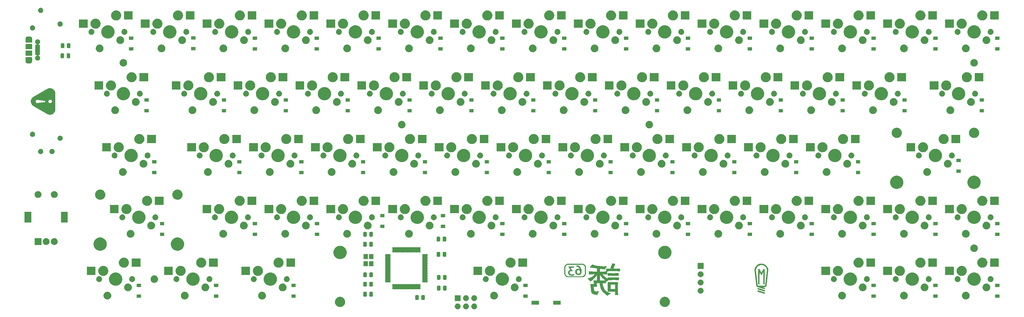
<source format=gbs>
G04 #@! TF.GenerationSoftware,KiCad,Pcbnew,(5.99.0-208-ga1d3f3486)*
G04 #@! TF.CreationDate,2020-08-15T19:48:30+07:00*
G04 #@! TF.ProjectId,pheromone_ansi,70686572-6f6d-46f6-9e65-5f616e73692e,rev?*
G04 #@! TF.SameCoordinates,Original*
G04 #@! TF.FileFunction,Soldermask,Bot*
G04 #@! TF.FilePolarity,Negative*
%FSLAX46Y46*%
G04 Gerber Fmt 4.6, Leading zero omitted, Abs format (unit mm)*
G04 Created by KiCad (PCBNEW (5.99.0-208-ga1d3f3486)) date 2020-08-15 19:48:30*
%MOMM*%
%LPD*%
G04 APERTURE LIST*
%ADD10C,0.010000*%
%ADD11C,0.100000*%
G04 APERTURE END LIST*
D10*
G36*
X40362294Y-78746843D02*
G01*
X40547161Y-78640018D01*
X40735932Y-78530992D01*
X40927314Y-78420513D01*
X41120013Y-78309326D01*
X41312734Y-78198179D01*
X41504183Y-78087817D01*
X41693066Y-77978988D01*
X41878089Y-77872438D01*
X42057957Y-77768913D01*
X42231376Y-77669161D01*
X42397053Y-77573926D01*
X42553692Y-77483957D01*
X42700000Y-77400000D01*
X42834682Y-77322800D01*
X42956444Y-77253105D01*
X43063992Y-77191661D01*
X43156032Y-77139215D01*
X43231269Y-77096513D01*
X43288409Y-77064302D01*
X43326158Y-77043329D01*
X43343222Y-77034338D01*
X43352483Y-77030314D01*
X43517816Y-76967330D01*
X43678553Y-76924371D01*
X43842688Y-76899748D01*
X44018219Y-76891773D01*
X44061516Y-76892247D01*
X44094419Y-76894975D01*
X44264620Y-76909084D01*
X44459481Y-76949913D01*
X44645714Y-77014576D01*
X44822931Y-77102918D01*
X44990747Y-77214781D01*
X45148775Y-77350010D01*
X45155414Y-77356415D01*
X45293959Y-77507724D01*
X45410328Y-77671270D01*
X45504263Y-77846574D01*
X45575507Y-78033158D01*
X45623803Y-78230547D01*
X45625361Y-78241209D01*
X45627311Y-78261684D01*
X45629106Y-78290124D01*
X45630754Y-78327498D01*
X45632260Y-78374774D01*
X45633631Y-78432920D01*
X45634874Y-78502905D01*
X45635997Y-78585698D01*
X45637005Y-78682268D01*
X45637904Y-78793583D01*
X45638703Y-78920611D01*
X45639408Y-79064322D01*
X45640024Y-79225684D01*
X45640560Y-79405665D01*
X45641021Y-79605235D01*
X45641414Y-79825361D01*
X45641747Y-80067013D01*
X45642025Y-80331159D01*
X45642255Y-80618768D01*
X45642445Y-80930808D01*
X45642585Y-81178858D01*
X45642762Y-81467584D01*
X45642914Y-81732858D01*
X45643013Y-81975761D01*
X45643030Y-82197378D01*
X45642938Y-82398790D01*
X45642709Y-82581081D01*
X45642314Y-82745333D01*
X45641725Y-82892630D01*
X45640914Y-83024054D01*
X45639854Y-83140688D01*
X45638515Y-83243614D01*
X45636871Y-83333917D01*
X45634893Y-83412677D01*
X45632552Y-83480980D01*
X45629822Y-83539906D01*
X45626673Y-83590539D01*
X45623078Y-83633963D01*
X45619008Y-83671259D01*
X45614436Y-83703510D01*
X45609333Y-83731800D01*
X45603672Y-83757211D01*
X45597424Y-83780826D01*
X45590561Y-83803728D01*
X45583055Y-83827000D01*
X45574878Y-83851724D01*
X45566002Y-83878984D01*
X45509461Y-84028822D01*
X45419925Y-84203178D01*
X45310027Y-84364634D01*
X45181434Y-84511538D01*
X45035817Y-84642236D01*
X44874846Y-84755077D01*
X44700190Y-84848409D01*
X44513519Y-84920577D01*
X44451949Y-84939736D01*
X44380277Y-84960072D01*
X44316920Y-84974524D01*
X44255140Y-84984065D01*
X44188197Y-84989667D01*
X44109353Y-84992302D01*
X44011869Y-84992943D01*
X43982545Y-84992906D01*
X43903331Y-84992254D01*
X43841619Y-84990358D01*
X43791397Y-84986654D01*
X43746654Y-84980582D01*
X43701376Y-84971578D01*
X43649553Y-84959082D01*
X43554742Y-84933412D01*
X43466171Y-84904545D01*
X43382836Y-84871032D01*
X43294295Y-84829052D01*
X43285535Y-84824505D01*
X43249891Y-84805065D01*
X43194594Y-84774164D01*
X43120948Y-84732557D01*
X43030253Y-84680998D01*
X42923812Y-84620240D01*
X42802927Y-84551039D01*
X42668899Y-84474147D01*
X42523032Y-84390321D01*
X42366626Y-84300313D01*
X42200984Y-84204878D01*
X42027408Y-84104771D01*
X41847200Y-84000745D01*
X41661661Y-83893554D01*
X41472094Y-83783954D01*
X41279801Y-83672698D01*
X41086084Y-83560540D01*
X40892245Y-83448235D01*
X40699585Y-83336537D01*
X40509407Y-83226200D01*
X40323013Y-83117979D01*
X40141704Y-83012627D01*
X39966784Y-82910899D01*
X39799553Y-82813548D01*
X39641314Y-82721330D01*
X39493368Y-82634999D01*
X39357018Y-82555308D01*
X39233566Y-82483013D01*
X39124314Y-82418866D01*
X39030564Y-82363623D01*
X38953617Y-82318038D01*
X38894776Y-82282864D01*
X38855342Y-82258857D01*
X38836619Y-82246770D01*
X38764975Y-82190224D01*
X38624407Y-82056218D01*
X38500375Y-81905060D01*
X38394850Y-81739656D01*
X38309803Y-81562911D01*
X38247203Y-81377729D01*
X38232486Y-81319611D01*
X38204694Y-81172128D01*
X38191994Y-81024487D01*
X38192695Y-80935043D01*
X39580111Y-80935043D01*
X39587852Y-81040009D01*
X39616474Y-81142649D01*
X39666519Y-81239812D01*
X39738527Y-81328346D01*
X39741722Y-81331507D01*
X39813152Y-81389235D01*
X39896314Y-81436616D01*
X39984613Y-81471050D01*
X40071453Y-81489935D01*
X40150239Y-81490672D01*
X40161298Y-81489192D01*
X40198189Y-81484056D01*
X40256247Y-81475858D01*
X40333268Y-81464915D01*
X40427044Y-81451545D01*
X40535373Y-81436065D01*
X40656047Y-81418792D01*
X40786862Y-81400043D01*
X40925613Y-81380136D01*
X41070094Y-81359388D01*
X41218099Y-81338116D01*
X41367425Y-81316637D01*
X41515865Y-81295269D01*
X41661214Y-81274329D01*
X41801268Y-81254133D01*
X41933819Y-81235001D01*
X42056665Y-81217247D01*
X42167598Y-81201191D01*
X42264414Y-81187149D01*
X42344908Y-81175438D01*
X42406874Y-81166376D01*
X42448107Y-81160280D01*
X42466401Y-81157467D01*
X42470024Y-81156751D01*
X42515231Y-81137124D01*
X42560764Y-81101804D01*
X42598646Y-81058212D01*
X42620896Y-81013771D01*
X42628726Y-80977683D01*
X43527565Y-80977683D01*
X43544767Y-81087113D01*
X43585431Y-81195409D01*
X43637804Y-81280032D01*
X43714119Y-81362404D01*
X43804698Y-81428434D01*
X43905784Y-81476390D01*
X44013623Y-81504543D01*
X44124457Y-81511162D01*
X44234533Y-81494516D01*
X44305863Y-81469828D01*
X44405303Y-81414559D01*
X44492831Y-81340428D01*
X44565348Y-81250813D01*
X44619756Y-81149089D01*
X44652956Y-81038633D01*
X44654661Y-81029497D01*
X44662398Y-80977886D01*
X44663851Y-80933551D01*
X44658708Y-80885949D01*
X44646659Y-80824536D01*
X44620678Y-80739518D01*
X44568378Y-80639125D01*
X44497765Y-80551381D01*
X44411951Y-80478807D01*
X44314047Y-80423924D01*
X44207166Y-80389251D01*
X44094419Y-80377308D01*
X44036192Y-80380343D01*
X43925215Y-80403172D01*
X43824474Y-80446126D01*
X43735622Y-80506549D01*
X43660312Y-80581783D01*
X43600199Y-80669171D01*
X43556934Y-80766055D01*
X43532171Y-80869778D01*
X43527565Y-80977683D01*
X42628726Y-80977683D01*
X42630472Y-80969636D01*
X42630557Y-80914570D01*
X42613808Y-80859824D01*
X42605348Y-80841712D01*
X42568149Y-80787556D01*
X42518672Y-80751007D01*
X42503035Y-80747034D01*
X42463768Y-80739615D01*
X42402956Y-80729173D01*
X42322449Y-80715995D01*
X42224099Y-80700370D01*
X42109756Y-80682585D01*
X41981272Y-80662928D01*
X41840497Y-80641686D01*
X41689283Y-80619148D01*
X41529481Y-80595600D01*
X41362942Y-80571332D01*
X41227186Y-80551666D01*
X41031296Y-80523365D01*
X40857961Y-80498518D01*
X40705597Y-80477001D01*
X40572622Y-80458691D01*
X40457453Y-80443464D01*
X40358506Y-80431198D01*
X40274199Y-80421769D01*
X40202948Y-80415052D01*
X40143170Y-80410926D01*
X40093282Y-80409266D01*
X40051701Y-80409949D01*
X40016844Y-80412852D01*
X39987127Y-80417850D01*
X39960969Y-80424822D01*
X39936785Y-80433642D01*
X39912992Y-80444189D01*
X39888008Y-80456338D01*
X39835730Y-80485642D01*
X39747164Y-80554960D01*
X39676779Y-80637711D01*
X39625115Y-80730743D01*
X39592712Y-80830904D01*
X39580111Y-80935043D01*
X38192695Y-80935043D01*
X38193239Y-80865797D01*
X38201303Y-80758972D01*
X38233712Y-80563233D01*
X38289095Y-80376613D01*
X38368234Y-80196741D01*
X38471911Y-80021247D01*
X38484797Y-80002702D01*
X38539643Y-79933344D01*
X38608188Y-79857043D01*
X38684788Y-79779354D01*
X38763799Y-79705834D01*
X38839574Y-79642039D01*
X38906469Y-79593525D01*
X38919592Y-79585390D01*
X38956648Y-79563197D01*
X39013139Y-79529846D01*
X39087773Y-79486082D01*
X39179253Y-79432653D01*
X39286287Y-79370305D01*
X39407580Y-79299784D01*
X39541837Y-79221837D01*
X39687764Y-79137211D01*
X39844068Y-79046652D01*
X40009454Y-78950907D01*
X40093282Y-78902410D01*
X40182627Y-78850722D01*
X40362294Y-78746843D01*
X40362294Y-78746843D01*
G37*
X40362294Y-78746843D02*
X40547161Y-78640018D01*
X40735932Y-78530992D01*
X40927314Y-78420513D01*
X41120013Y-78309326D01*
X41312734Y-78198179D01*
X41504183Y-78087817D01*
X41693066Y-77978988D01*
X41878089Y-77872438D01*
X42057957Y-77768913D01*
X42231376Y-77669161D01*
X42397053Y-77573926D01*
X42553692Y-77483957D01*
X42700000Y-77400000D01*
X42834682Y-77322800D01*
X42956444Y-77253105D01*
X43063992Y-77191661D01*
X43156032Y-77139215D01*
X43231269Y-77096513D01*
X43288409Y-77064302D01*
X43326158Y-77043329D01*
X43343222Y-77034338D01*
X43352483Y-77030314D01*
X43517816Y-76967330D01*
X43678553Y-76924371D01*
X43842688Y-76899748D01*
X44018219Y-76891773D01*
X44061516Y-76892247D01*
X44094419Y-76894975D01*
X44264620Y-76909084D01*
X44459481Y-76949913D01*
X44645714Y-77014576D01*
X44822931Y-77102918D01*
X44990747Y-77214781D01*
X45148775Y-77350010D01*
X45155414Y-77356415D01*
X45293959Y-77507724D01*
X45410328Y-77671270D01*
X45504263Y-77846574D01*
X45575507Y-78033158D01*
X45623803Y-78230547D01*
X45625361Y-78241209D01*
X45627311Y-78261684D01*
X45629106Y-78290124D01*
X45630754Y-78327498D01*
X45632260Y-78374774D01*
X45633631Y-78432920D01*
X45634874Y-78502905D01*
X45635997Y-78585698D01*
X45637005Y-78682268D01*
X45637904Y-78793583D01*
X45638703Y-78920611D01*
X45639408Y-79064322D01*
X45640024Y-79225684D01*
X45640560Y-79405665D01*
X45641021Y-79605235D01*
X45641414Y-79825361D01*
X45641747Y-80067013D01*
X45642025Y-80331159D01*
X45642255Y-80618768D01*
X45642445Y-80930808D01*
X45642585Y-81178858D01*
X45642762Y-81467584D01*
X45642914Y-81732858D01*
X45643013Y-81975761D01*
X45643030Y-82197378D01*
X45642938Y-82398790D01*
X45642709Y-82581081D01*
X45642314Y-82745333D01*
X45641725Y-82892630D01*
X45640914Y-83024054D01*
X45639854Y-83140688D01*
X45638515Y-83243614D01*
X45636871Y-83333917D01*
X45634893Y-83412677D01*
X45632552Y-83480980D01*
X45629822Y-83539906D01*
X45626673Y-83590539D01*
X45623078Y-83633963D01*
X45619008Y-83671259D01*
X45614436Y-83703510D01*
X45609333Y-83731800D01*
X45603672Y-83757211D01*
X45597424Y-83780826D01*
X45590561Y-83803728D01*
X45583055Y-83827000D01*
X45574878Y-83851724D01*
X45566002Y-83878984D01*
X45509461Y-84028822D01*
X45419925Y-84203178D01*
X45310027Y-84364634D01*
X45181434Y-84511538D01*
X45035817Y-84642236D01*
X44874846Y-84755077D01*
X44700190Y-84848409D01*
X44513519Y-84920577D01*
X44451949Y-84939736D01*
X44380277Y-84960072D01*
X44316920Y-84974524D01*
X44255140Y-84984065D01*
X44188197Y-84989667D01*
X44109353Y-84992302D01*
X44011869Y-84992943D01*
X43982545Y-84992906D01*
X43903331Y-84992254D01*
X43841619Y-84990358D01*
X43791397Y-84986654D01*
X43746654Y-84980582D01*
X43701376Y-84971578D01*
X43649553Y-84959082D01*
X43554742Y-84933412D01*
X43466171Y-84904545D01*
X43382836Y-84871032D01*
X43294295Y-84829052D01*
X43285535Y-84824505D01*
X43249891Y-84805065D01*
X43194594Y-84774164D01*
X43120948Y-84732557D01*
X43030253Y-84680998D01*
X42923812Y-84620240D01*
X42802927Y-84551039D01*
X42668899Y-84474147D01*
X42523032Y-84390321D01*
X42366626Y-84300313D01*
X42200984Y-84204878D01*
X42027408Y-84104771D01*
X41847200Y-84000745D01*
X41661661Y-83893554D01*
X41472094Y-83783954D01*
X41279801Y-83672698D01*
X41086084Y-83560540D01*
X40892245Y-83448235D01*
X40699585Y-83336537D01*
X40509407Y-83226200D01*
X40323013Y-83117979D01*
X40141704Y-83012627D01*
X39966784Y-82910899D01*
X39799553Y-82813548D01*
X39641314Y-82721330D01*
X39493368Y-82634999D01*
X39357018Y-82555308D01*
X39233566Y-82483013D01*
X39124314Y-82418866D01*
X39030564Y-82363623D01*
X38953617Y-82318038D01*
X38894776Y-82282864D01*
X38855342Y-82258857D01*
X38836619Y-82246770D01*
X38764975Y-82190224D01*
X38624407Y-82056218D01*
X38500375Y-81905060D01*
X38394850Y-81739656D01*
X38309803Y-81562911D01*
X38247203Y-81377729D01*
X38232486Y-81319611D01*
X38204694Y-81172128D01*
X38191994Y-81024487D01*
X38192695Y-80935043D01*
X39580111Y-80935043D01*
X39587852Y-81040009D01*
X39616474Y-81142649D01*
X39666519Y-81239812D01*
X39738527Y-81328346D01*
X39741722Y-81331507D01*
X39813152Y-81389235D01*
X39896314Y-81436616D01*
X39984613Y-81471050D01*
X40071453Y-81489935D01*
X40150239Y-81490672D01*
X40161298Y-81489192D01*
X40198189Y-81484056D01*
X40256247Y-81475858D01*
X40333268Y-81464915D01*
X40427044Y-81451545D01*
X40535373Y-81436065D01*
X40656047Y-81418792D01*
X40786862Y-81400043D01*
X40925613Y-81380136D01*
X41070094Y-81359388D01*
X41218099Y-81338116D01*
X41367425Y-81316637D01*
X41515865Y-81295269D01*
X41661214Y-81274329D01*
X41801268Y-81254133D01*
X41933819Y-81235001D01*
X42056665Y-81217247D01*
X42167598Y-81201191D01*
X42264414Y-81187149D01*
X42344908Y-81175438D01*
X42406874Y-81166376D01*
X42448107Y-81160280D01*
X42466401Y-81157467D01*
X42470024Y-81156751D01*
X42515231Y-81137124D01*
X42560764Y-81101804D01*
X42598646Y-81058212D01*
X42620896Y-81013771D01*
X42628726Y-80977683D01*
X43527565Y-80977683D01*
X43544767Y-81087113D01*
X43585431Y-81195409D01*
X43637804Y-81280032D01*
X43714119Y-81362404D01*
X43804698Y-81428434D01*
X43905784Y-81476390D01*
X44013623Y-81504543D01*
X44124457Y-81511162D01*
X44234533Y-81494516D01*
X44305863Y-81469828D01*
X44405303Y-81414559D01*
X44492831Y-81340428D01*
X44565348Y-81250813D01*
X44619756Y-81149089D01*
X44652956Y-81038633D01*
X44654661Y-81029497D01*
X44662398Y-80977886D01*
X44663851Y-80933551D01*
X44658708Y-80885949D01*
X44646659Y-80824536D01*
X44620678Y-80739518D01*
X44568378Y-80639125D01*
X44497765Y-80551381D01*
X44411951Y-80478807D01*
X44314047Y-80423924D01*
X44207166Y-80389251D01*
X44094419Y-80377308D01*
X44036192Y-80380343D01*
X43925215Y-80403172D01*
X43824474Y-80446126D01*
X43735622Y-80506549D01*
X43660312Y-80581783D01*
X43600199Y-80669171D01*
X43556934Y-80766055D01*
X43532171Y-80869778D01*
X43527565Y-80977683D01*
X42628726Y-80977683D01*
X42630472Y-80969636D01*
X42630557Y-80914570D01*
X42613808Y-80859824D01*
X42605348Y-80841712D01*
X42568149Y-80787556D01*
X42518672Y-80751007D01*
X42503035Y-80747034D01*
X42463768Y-80739615D01*
X42402956Y-80729173D01*
X42322449Y-80715995D01*
X42224099Y-80700370D01*
X42109756Y-80682585D01*
X41981272Y-80662928D01*
X41840497Y-80641686D01*
X41689283Y-80619148D01*
X41529481Y-80595600D01*
X41362942Y-80571332D01*
X41227186Y-80551666D01*
X41031296Y-80523365D01*
X40857961Y-80498518D01*
X40705597Y-80477001D01*
X40572622Y-80458691D01*
X40457453Y-80443464D01*
X40358506Y-80431198D01*
X40274199Y-80421769D01*
X40202948Y-80415052D01*
X40143170Y-80410926D01*
X40093282Y-80409266D01*
X40051701Y-80409949D01*
X40016844Y-80412852D01*
X39987127Y-80417850D01*
X39960969Y-80424822D01*
X39936785Y-80433642D01*
X39912992Y-80444189D01*
X39888008Y-80456338D01*
X39835730Y-80485642D01*
X39747164Y-80554960D01*
X39676779Y-80637711D01*
X39625115Y-80730743D01*
X39592712Y-80830904D01*
X39580111Y-80935043D01*
X38192695Y-80935043D01*
X38193239Y-80865797D01*
X38201303Y-80758972D01*
X38233712Y-80563233D01*
X38289095Y-80376613D01*
X38368234Y-80196741D01*
X38471911Y-80021247D01*
X38484797Y-80002702D01*
X38539643Y-79933344D01*
X38608188Y-79857043D01*
X38684788Y-79779354D01*
X38763799Y-79705834D01*
X38839574Y-79642039D01*
X38906469Y-79593525D01*
X38919592Y-79585390D01*
X38956648Y-79563197D01*
X39013139Y-79529846D01*
X39087773Y-79486082D01*
X39179253Y-79432653D01*
X39286287Y-79370305D01*
X39407580Y-79299784D01*
X39541837Y-79221837D01*
X39687764Y-79137211D01*
X39844068Y-79046652D01*
X40009454Y-78950907D01*
X40093282Y-78902410D01*
X40182627Y-78850722D01*
X40362294Y-78746843D01*
G36*
X215620869Y-136273634D02*
G01*
X215519976Y-136384006D01*
X215482852Y-136426963D01*
X215334688Y-136317331D01*
X215312369Y-136300887D01*
X215261754Y-136264149D01*
X215219953Y-136234580D01*
X215190804Y-136214867D01*
X215178145Y-136207700D01*
X215177470Y-136208992D01*
X215175738Y-136228661D01*
X215174573Y-136269595D01*
X215173996Y-136328672D01*
X215174024Y-136402765D01*
X215174674Y-136488751D01*
X215175966Y-136583504D01*
X215182166Y-136959309D01*
X215130108Y-136951684D01*
X215060085Y-136942865D01*
X214963199Y-136933383D01*
X214853050Y-136924715D01*
X214736054Y-136917266D01*
X214618625Y-136911439D01*
X214507177Y-136907636D01*
X214408125Y-136906263D01*
X214170000Y-136906200D01*
X214170000Y-136944545D01*
X214170511Y-136972322D01*
X214173225Y-137031924D01*
X214177891Y-137106203D01*
X214184073Y-137190154D01*
X214191336Y-137278775D01*
X214199242Y-137367061D01*
X214207356Y-137450008D01*
X214215242Y-137522613D01*
X214222464Y-137579871D01*
X214228586Y-137616781D01*
X214228734Y-137617464D01*
X214273402Y-137791665D01*
X214334358Y-137979749D01*
X214409939Y-138177650D01*
X214498484Y-138381301D01*
X214598331Y-138586637D01*
X214707819Y-138789590D01*
X214792088Y-138924210D01*
X214913707Y-139082752D01*
X215055928Y-139234024D01*
X215219912Y-139379129D01*
X215406817Y-139519167D01*
X215617800Y-139655243D01*
X215733275Y-139723053D01*
X215850371Y-139787246D01*
X215964411Y-139844073D01*
X216082347Y-139896804D01*
X216211129Y-139948705D01*
X216357711Y-140003045D01*
X216630426Y-140100949D01*
X216345531Y-140291099D01*
X216269656Y-140342648D01*
X216168713Y-140413940D01*
X216072075Y-140485130D01*
X215982594Y-140553959D01*
X215903121Y-140618165D01*
X215836508Y-140675490D01*
X215785606Y-140723674D01*
X215753266Y-140760457D01*
X215753168Y-140760592D01*
X215732766Y-140783061D01*
X215716349Y-140792400D01*
X215708684Y-140789961D01*
X215681054Y-140775364D01*
X215637953Y-140749488D01*
X215582674Y-140714521D01*
X215518508Y-140672647D01*
X215448751Y-140626053D01*
X215376693Y-140576923D01*
X215305628Y-140527444D01*
X215238850Y-140479801D01*
X215179650Y-140436179D01*
X215169500Y-140428510D01*
X215094438Y-140370496D01*
X215011981Y-140304950D01*
X214931446Y-140239356D01*
X214862150Y-140181197D01*
X214831322Y-140154403D01*
X214751647Y-140082556D01*
X214665434Y-140001740D01*
X214575872Y-139915188D01*
X214486151Y-139826131D01*
X214399459Y-139737800D01*
X214318986Y-139653428D01*
X214247922Y-139576244D01*
X214189455Y-139509481D01*
X214146776Y-139456371D01*
X214119196Y-139418841D01*
X213991008Y-139229310D01*
X213871810Y-139028300D01*
X213764816Y-138821922D01*
X213673240Y-138616286D01*
X213600295Y-138417500D01*
X213588558Y-138378025D01*
X213570778Y-138311326D01*
X213550360Y-138229322D01*
X213528507Y-138137314D01*
X213506425Y-138040599D01*
X213485321Y-137944476D01*
X213466400Y-137854245D01*
X213450867Y-137775203D01*
X213439928Y-137712650D01*
X213436297Y-137689727D01*
X213424491Y-137617325D01*
X213412211Y-137544511D01*
X213401597Y-137484050D01*
X213398225Y-137464876D01*
X213385684Y-137385774D01*
X213372342Y-137291626D01*
X213359240Y-137190369D01*
X213347418Y-137089939D01*
X213337918Y-136998275D01*
X213329223Y-136906200D01*
X212828862Y-136906200D01*
X212795945Y-136906209D01*
X212688182Y-136906373D01*
X212589566Y-136906725D01*
X212502806Y-136907241D01*
X212430611Y-136907898D01*
X212375689Y-136908673D01*
X212340749Y-136909543D01*
X212328500Y-136910485D01*
X212328997Y-136920761D01*
X212332246Y-136956891D01*
X212338135Y-137012384D01*
X212346205Y-137083494D01*
X212355999Y-137166471D01*
X212367060Y-137257568D01*
X212378930Y-137353037D01*
X212391151Y-137449131D01*
X212403265Y-137542100D01*
X212414816Y-137628199D01*
X212425345Y-137703677D01*
X212436065Y-137779613D01*
X212446976Y-137859442D01*
X212455913Y-137927674D01*
X212462447Y-137980924D01*
X212466149Y-138015811D01*
X212466590Y-138028950D01*
X212456195Y-138029279D01*
X212425115Y-138027019D01*
X212378669Y-138022366D01*
X212322150Y-138015802D01*
X212207484Y-138003747D01*
X212056609Y-137992502D01*
X211898722Y-137984969D01*
X211743701Y-137981600D01*
X211601425Y-137982847D01*
X211573004Y-137983656D01*
X211508599Y-137985818D01*
X211464435Y-137988306D01*
X211436707Y-137991760D01*
X211421612Y-137996818D01*
X211415344Y-138004118D01*
X211414100Y-138014300D01*
X211414160Y-138016598D01*
X211416534Y-138043258D01*
X211422042Y-138091193D01*
X211430231Y-138157134D01*
X211440649Y-138237813D01*
X211452844Y-138329964D01*
X211466365Y-138430317D01*
X211480758Y-138535606D01*
X211495573Y-138642561D01*
X211510356Y-138747916D01*
X211524656Y-138848403D01*
X211538020Y-138940753D01*
X211549997Y-139021698D01*
X211560135Y-139087972D01*
X211567980Y-139136306D01*
X211573082Y-139163431D01*
X211586377Y-139215357D01*
X211603323Y-139261898D01*
X211626386Y-139301637D01*
X211660104Y-139342174D01*
X211709015Y-139391110D01*
X211723438Y-139404735D01*
X211782620Y-139454243D01*
X211838720Y-139487465D01*
X211900356Y-139508622D01*
X211976148Y-139521935D01*
X212010969Y-139524928D01*
X212082768Y-139526737D01*
X212173475Y-139525357D01*
X212279308Y-139520996D01*
X212396484Y-139513862D01*
X212521223Y-139504162D01*
X212649743Y-139492104D01*
X212778263Y-139477896D01*
X212804701Y-139474757D01*
X212881249Y-139465931D01*
X212947587Y-139458666D01*
X212999964Y-139453348D01*
X213034631Y-139450366D01*
X213047838Y-139450104D01*
X213046128Y-139454750D01*
X213033677Y-139477955D01*
X213010800Y-139517869D01*
X212979282Y-139571437D01*
X212940912Y-139635602D01*
X212897475Y-139707308D01*
X212871132Y-139750825D01*
X212798472Y-139874897D01*
X212739864Y-139982337D01*
X212694108Y-140075710D01*
X212660006Y-140157583D01*
X212636358Y-140230524D01*
X212621965Y-140297100D01*
X212612603Y-140350165D01*
X212598388Y-140419902D01*
X212584048Y-140481250D01*
X212561202Y-140570150D01*
X212516375Y-140567548D01*
X212508498Y-140566933D01*
X212462432Y-140560565D01*
X212396291Y-140548606D01*
X212313637Y-140531898D01*
X212218030Y-140511284D01*
X212113034Y-140487606D01*
X212002209Y-140461707D01*
X211889118Y-140434430D01*
X211777321Y-140406616D01*
X211670380Y-140379109D01*
X211571858Y-140352751D01*
X211485315Y-140328384D01*
X211414313Y-140306851D01*
X211379534Y-140295657D01*
X211293120Y-140266527D01*
X211224185Y-140239967D01*
X211167507Y-140212894D01*
X211117868Y-140182222D01*
X211070049Y-140144868D01*
X211018830Y-140097746D01*
X210958993Y-140037774D01*
X210916023Y-139992873D01*
X210857085Y-139926957D01*
X210815533Y-139873965D01*
X210792584Y-139835377D01*
X210766619Y-139770242D01*
X210719383Y-139608643D01*
X210696617Y-139446200D01*
X210693395Y-139404116D01*
X210686810Y-139332217D01*
X210678232Y-139247971D01*
X210668409Y-139158656D01*
X210658090Y-139071550D01*
X210651012Y-139011736D01*
X210642301Y-138934008D01*
X210632219Y-138840972D01*
X210621001Y-138735013D01*
X210608880Y-138618518D01*
X210596092Y-138493875D01*
X210582871Y-138363469D01*
X210569451Y-138229688D01*
X210556068Y-138094918D01*
X210542957Y-137961546D01*
X210530350Y-137831959D01*
X210518485Y-137708542D01*
X210507594Y-137593684D01*
X210497912Y-137489770D01*
X210489675Y-137399188D01*
X210483117Y-137324323D01*
X210478472Y-137267564D01*
X210475976Y-137231295D01*
X210475862Y-137217905D01*
X210475915Y-137217858D01*
X210490458Y-137217215D01*
X210524970Y-137219556D01*
X210574355Y-137224444D01*
X210633519Y-137231440D01*
X210648079Y-137233124D01*
X210700910Y-137237760D01*
X210768945Y-137242220D01*
X210848804Y-137246419D01*
X210937106Y-137250269D01*
X211030468Y-137253685D01*
X211125510Y-137256579D01*
X211218850Y-137258865D01*
X211307107Y-137260458D01*
X211386900Y-137261269D01*
X211454847Y-137261213D01*
X211507567Y-137260204D01*
X211541679Y-137258155D01*
X211553800Y-137254978D01*
X211553171Y-137246469D01*
X211550483Y-137214873D01*
X211545893Y-137162517D01*
X211539632Y-137091998D01*
X211531933Y-137005910D01*
X211523026Y-136906849D01*
X211513144Y-136797410D01*
X211502518Y-136680188D01*
X211494513Y-136591172D01*
X211484746Y-136479906D01*
X211476113Y-136378517D01*
X211468819Y-136289575D01*
X211463069Y-136215648D01*
X211459067Y-136159304D01*
X211457017Y-136123113D01*
X211457123Y-136109643D01*
X211469366Y-136108556D01*
X211503186Y-136108954D01*
X211554386Y-136110827D01*
X211618841Y-136114022D01*
X211692429Y-136118385D01*
X211743670Y-136121305D01*
X211827840Y-136125017D01*
X211919899Y-136128054D01*
X212016151Y-136130389D01*
X212112900Y-136131991D01*
X212206447Y-136132834D01*
X212293097Y-136132887D01*
X212369151Y-136132122D01*
X212430914Y-136130511D01*
X212474688Y-136128024D01*
X212496775Y-136124633D01*
X212499607Y-136123102D01*
X212503506Y-136118391D01*
X212506844Y-136109294D01*
X212509662Y-136094060D01*
X212512005Y-136070937D01*
X212513912Y-136038175D01*
X212515428Y-135994022D01*
X212516593Y-135936728D01*
X212517451Y-135864540D01*
X212518042Y-135775708D01*
X212518411Y-135668481D01*
X212518598Y-135541107D01*
X212518646Y-135391836D01*
X212518597Y-135218916D01*
X212518589Y-135202555D01*
X212518465Y-135031504D01*
X212518244Y-134884054D01*
X212517890Y-134758552D01*
X212517364Y-134653347D01*
X212516628Y-134566784D01*
X212515644Y-134497213D01*
X212514376Y-134442980D01*
X212512784Y-134402433D01*
X212510832Y-134373920D01*
X212508481Y-134355787D01*
X212505694Y-134346383D01*
X212502432Y-134344054D01*
X212498658Y-134347150D01*
X212489571Y-134359610D01*
X212466997Y-134391381D01*
X212433912Y-134438354D01*
X212392512Y-134497406D01*
X212344988Y-134565412D01*
X212293537Y-134639250D01*
X212256703Y-134692015D01*
X212183435Y-134795429D01*
X212118420Y-134884154D01*
X212057837Y-134962760D01*
X211997867Y-135035817D01*
X211934688Y-135107895D01*
X211864479Y-135183565D01*
X211783421Y-135267396D01*
X211687693Y-135363958D01*
X211583106Y-135467915D01*
X211479962Y-135568315D01*
X211386180Y-135656735D01*
X211297699Y-135736755D01*
X211210459Y-135811953D01*
X211120398Y-135885908D01*
X211023456Y-135962198D01*
X210915572Y-136044403D01*
X210873370Y-136076224D01*
X210796027Y-136134778D01*
X210721470Y-136191501D01*
X210654085Y-136243044D01*
X210598257Y-136286058D01*
X210558372Y-136317193D01*
X210527164Y-136341572D01*
X210488527Y-136370803D01*
X210460551Y-136390793D01*
X210447799Y-136398200D01*
X210443996Y-136395266D01*
X210426783Y-136376055D01*
X210398710Y-136341892D01*
X210362607Y-136296256D01*
X210321302Y-136242625D01*
X210286579Y-136198078D01*
X210184039Y-136077547D01*
X210067048Y-135955191D01*
X209932726Y-135828097D01*
X209778188Y-135693350D01*
X209612399Y-135553650D01*
X209767125Y-135505190D01*
X209818854Y-135488959D01*
X209922130Y-135456238D01*
X210008137Y-135428281D01*
X210081779Y-135403290D01*
X210147963Y-135379469D01*
X210211592Y-135355017D01*
X210277571Y-135328139D01*
X210350806Y-135297034D01*
X210436200Y-135259906D01*
X210580391Y-135195156D01*
X210708440Y-135133644D01*
X210821446Y-135074350D01*
X210924098Y-135014684D01*
X211021085Y-134952058D01*
X211117099Y-134883880D01*
X211120740Y-134881174D01*
X211193821Y-134822796D01*
X211278191Y-134749008D01*
X211369539Y-134664023D01*
X211463553Y-134572052D01*
X211555923Y-134477308D01*
X211642336Y-134384003D01*
X211718482Y-134296350D01*
X211738043Y-134272895D01*
X213369900Y-134272895D01*
X213369900Y-136144200D01*
X214084275Y-136142726D01*
X214176351Y-136142502D01*
X214304323Y-136142074D01*
X214423334Y-136141540D01*
X214531036Y-136140918D01*
X214625079Y-136140225D01*
X214703115Y-136139481D01*
X214762796Y-136138702D01*
X214801774Y-136137908D01*
X214817700Y-136137115D01*
X214823794Y-136136117D01*
X214853131Y-136132802D01*
X214897874Y-136128667D01*
X214951050Y-136124378D01*
X215065350Y-136115780D01*
X214963750Y-136020319D01*
X214955417Y-136012553D01*
X214914814Y-135975601D01*
X214859327Y-135926026D01*
X214792398Y-135866859D01*
X214717466Y-135801133D01*
X214637970Y-135731879D01*
X214557350Y-135662129D01*
X214474436Y-135590168D01*
X214339701Y-135470335D01*
X214220406Y-135359462D01*
X214113203Y-135253803D01*
X214014746Y-135149612D01*
X213921689Y-135043144D01*
X213830684Y-134930651D01*
X213738384Y-134808389D01*
X213641442Y-134672611D01*
X213536513Y-134519572D01*
X213369900Y-134272895D01*
X211738043Y-134272895D01*
X211824398Y-134169350D01*
X211450974Y-134165459D01*
X211275723Y-134164844D01*
X210941015Y-134170398D01*
X210596405Y-134184945D01*
X210235060Y-134208727D01*
X210215995Y-134210170D01*
X210139569Y-134215618D01*
X210073023Y-134219831D01*
X210020214Y-134222602D01*
X209985003Y-134223721D01*
X209971248Y-134222980D01*
X209970596Y-134214393D01*
X209973046Y-134185058D01*
X209978699Y-134140261D01*
X209986933Y-134085454D01*
X209993387Y-134037555D01*
X210001290Y-133943462D01*
X210005481Y-133838739D01*
X210005977Y-133730540D01*
X210002793Y-133626020D01*
X209995948Y-133532331D01*
X209985458Y-133456628D01*
X209983209Y-133444578D01*
X209975904Y-133399566D01*
X209972264Y-133366530D01*
X209973053Y-133351913D01*
X209982068Y-133351250D01*
X210013851Y-133351959D01*
X210065666Y-133354236D01*
X210134560Y-133357921D01*
X210217582Y-133362855D01*
X210311781Y-133368877D01*
X210414205Y-133375827D01*
X210442629Y-133377794D01*
X210535750Y-133383963D01*
X210623622Y-133389244D01*
X210709310Y-133393722D01*
X210795879Y-133397481D01*
X210886394Y-133400605D01*
X210983919Y-133403179D01*
X211091520Y-133405286D01*
X211212261Y-133407012D01*
X211349207Y-133408441D01*
X211505424Y-133409656D01*
X211683975Y-133410742D01*
X212519000Y-133415337D01*
X212519000Y-132375436D01*
X212395175Y-132360300D01*
X212369919Y-132357138D01*
X212309483Y-132349296D01*
X212232322Y-132339054D01*
X212143772Y-132327126D01*
X212049169Y-132314229D01*
X211953850Y-132301079D01*
X211929898Y-132297765D01*
X211829073Y-132284000D01*
X211711237Y-132268142D01*
X211582812Y-132251043D01*
X211450217Y-132233555D01*
X211319873Y-132216530D01*
X211198200Y-132200820D01*
X211196521Y-132200604D01*
X211089808Y-132186612D01*
X210979159Y-132171561D01*
X210867485Y-132155895D01*
X210757696Y-132140059D01*
X210652704Y-132124496D01*
X210555420Y-132109651D01*
X210468754Y-132095967D01*
X210395618Y-132083890D01*
X210338923Y-132073862D01*
X210301580Y-132066328D01*
X210286500Y-132061732D01*
X210286460Y-132061563D01*
X210294706Y-132049988D01*
X210317244Y-132022781D01*
X210351537Y-131982895D01*
X210395050Y-131933283D01*
X210445249Y-131876895D01*
X210477355Y-131841010D01*
X210546044Y-131763469D01*
X210602642Y-131697923D01*
X210650867Y-131639681D01*
X210694436Y-131584052D01*
X210737067Y-131526348D01*
X210782479Y-131461876D01*
X210834388Y-131385946D01*
X210946826Y-131220030D01*
X211132838Y-131281401D01*
X211146447Y-131285895D01*
X211227007Y-131312636D01*
X211310931Y-131340685D01*
X211389051Y-131366972D01*
X211452200Y-131388424D01*
X211460208Y-131391157D01*
X211648299Y-131450646D01*
X211848685Y-131505130D01*
X212062984Y-131554880D01*
X212292815Y-131600167D01*
X212539795Y-131641261D01*
X212805543Y-131678431D01*
X213091677Y-131711948D01*
X213399815Y-131742083D01*
X213731575Y-131769106D01*
X213800335Y-131774084D01*
X214036282Y-131788849D01*
X214255770Y-131798425D01*
X214465391Y-131802807D01*
X214671735Y-131801994D01*
X214881393Y-131795981D01*
X215100957Y-131784766D01*
X215337017Y-131768345D01*
X215443584Y-131760121D01*
X215349107Y-131897935D01*
X215273940Y-132009422D01*
X215194310Y-132132663D01*
X215128360Y-132241100D01*
X215077009Y-132333211D01*
X215041175Y-132407476D01*
X215039988Y-132410241D01*
X215013668Y-132469677D01*
X214985041Y-132531555D01*
X214960098Y-132582912D01*
X214921068Y-132660174D01*
X214790009Y-132643072D01*
X214785188Y-132642450D01*
X214735096Y-132636401D01*
X214665002Y-132628438D01*
X214579574Y-132619066D01*
X214483478Y-132608793D01*
X214381382Y-132598123D01*
X214277950Y-132587562D01*
X214177455Y-132577235D01*
X214059978Y-132564757D01*
X213942176Y-132551871D01*
X213830452Y-132539288D01*
X213731206Y-132527719D01*
X213650842Y-132517877D01*
X213643254Y-132516914D01*
X213566783Y-132507324D01*
X213498771Y-132499002D01*
X213443400Y-132492443D01*
X213404855Y-132488143D01*
X213387317Y-132486600D01*
X213384940Y-132487427D01*
X213380736Y-132495122D01*
X213377362Y-132512716D01*
X213374736Y-132542422D01*
X213372773Y-132586456D01*
X213371392Y-132647031D01*
X213370508Y-132726362D01*
X213370038Y-132826664D01*
X213369900Y-132950150D01*
X213369900Y-133413700D01*
X214065225Y-133413511D01*
X214100743Y-133413496D01*
X214270033Y-133413228D01*
X214418038Y-133412549D01*
X214548208Y-133411338D01*
X214663988Y-133409476D01*
X214768828Y-133406840D01*
X214866175Y-133403310D01*
X214959475Y-133398765D01*
X215052177Y-133393083D01*
X215147729Y-133386144D01*
X215249577Y-133377826D01*
X215361170Y-133368008D01*
X215432793Y-133361891D01*
X215498175Y-133356994D01*
X215550563Y-133353804D01*
X215585862Y-133352570D01*
X215599975Y-133353540D01*
X215600910Y-133357608D01*
X215599744Y-133381780D01*
X215594810Y-133422105D01*
X215586771Y-133472588D01*
X215582522Y-133500378D01*
X215574758Y-133576354D01*
X215569699Y-133664198D01*
X215567459Y-133756501D01*
X215568154Y-133845850D01*
X215571899Y-133924834D01*
X215578809Y-133986042D01*
X215584712Y-134024274D01*
X215592635Y-134084440D01*
X215599067Y-134142619D01*
X215607517Y-134230189D01*
X215501534Y-134221970D01*
X215460953Y-134218862D01*
X215294538Y-134206901D01*
X215128143Y-134196118D01*
X214965379Y-134186686D01*
X214809854Y-134178779D01*
X214665179Y-134172571D01*
X214534962Y-134168233D01*
X214422814Y-134165940D01*
X214332344Y-134165865D01*
X214081937Y-134169350D01*
X214197832Y-134309050D01*
X214274211Y-134400151D01*
X214427055Y-134575987D01*
X214572049Y-134733506D01*
X214711795Y-134875574D01*
X214765765Y-134927577D01*
X214842975Y-134998084D01*
X214919751Y-135062679D01*
X214999474Y-135123672D01*
X215085526Y-135183373D01*
X215181288Y-135244093D01*
X215290142Y-135308141D01*
X215415469Y-135377827D01*
X215560650Y-135455462D01*
X215827350Y-135596086D01*
X215830925Y-135505018D01*
X215830504Y-135452074D01*
X215825306Y-135382207D01*
X215816306Y-135318700D01*
X215814479Y-135309012D01*
X215806786Y-135264895D01*
X215802245Y-135232964D01*
X215801789Y-135219576D01*
X215808129Y-135219259D01*
X215836411Y-135220317D01*
X215884110Y-135223002D01*
X215947707Y-135227094D01*
X216023680Y-135232375D01*
X216108508Y-135238626D01*
X216136968Y-135240727D01*
X216194030Y-135244578D01*
X216252274Y-135247937D01*
X216313719Y-135250835D01*
X216380384Y-135253305D01*
X216454285Y-135255378D01*
X216537442Y-135257087D01*
X216631871Y-135258463D01*
X216739592Y-135259540D01*
X216862623Y-135260349D01*
X217002981Y-135260923D01*
X217162684Y-135261292D01*
X217343752Y-135261491D01*
X217548200Y-135261550D01*
X217705246Y-135261519D01*
X217889663Y-135261373D01*
X218052079Y-135261077D01*
X218194420Y-135260600D01*
X218318612Y-135259910D01*
X218426582Y-135258977D01*
X218520254Y-135257768D01*
X218601556Y-135256252D01*
X218672413Y-135254399D01*
X218734751Y-135252177D01*
X218790497Y-135249555D01*
X218841576Y-135246501D01*
X218889915Y-135242984D01*
X218937440Y-135238972D01*
X218952130Y-135237667D01*
X219027878Y-135231175D01*
X219093805Y-135225917D01*
X219146045Y-135222174D01*
X219180729Y-135220227D01*
X219193990Y-135220356D01*
X219194546Y-135228525D01*
X219193139Y-135257506D01*
X219189646Y-135302215D01*
X219184442Y-135357233D01*
X219183063Y-135372264D01*
X219178913Y-135448763D01*
X219177321Y-135541481D01*
X219178166Y-135643121D01*
X219181322Y-135746386D01*
X219186669Y-135843977D01*
X219194081Y-135928599D01*
X219201869Y-135998749D01*
X219038610Y-135983422D01*
X218945686Y-135975527D01*
X218801591Y-135965970D01*
X218639843Y-135958108D01*
X218459343Y-135951917D01*
X218258991Y-135947375D01*
X218037685Y-135944457D01*
X217794327Y-135943140D01*
X217527816Y-135943401D01*
X217237050Y-135945218D01*
X217170706Y-135945816D01*
X217019215Y-135947423D01*
X216872060Y-135949303D01*
X216731875Y-135951406D01*
X216601293Y-135953679D01*
X216482946Y-135956072D01*
X216379467Y-135958532D01*
X216293490Y-135961009D01*
X216227646Y-135963450D01*
X216184570Y-135965805D01*
X216008389Y-135978921D01*
X215874914Y-136064010D01*
X215812954Y-136106035D01*
X215800703Y-136115780D01*
X215716925Y-136182422D01*
X215620869Y-136273634D01*
X215620869Y-136273634D01*
G37*
X215620869Y-136273634D02*
X215519976Y-136384006D01*
X215482852Y-136426963D01*
X215334688Y-136317331D01*
X215312369Y-136300887D01*
X215261754Y-136264149D01*
X215219953Y-136234580D01*
X215190804Y-136214867D01*
X215178145Y-136207700D01*
X215177470Y-136208992D01*
X215175738Y-136228661D01*
X215174573Y-136269595D01*
X215173996Y-136328672D01*
X215174024Y-136402765D01*
X215174674Y-136488751D01*
X215175966Y-136583504D01*
X215182166Y-136959309D01*
X215130108Y-136951684D01*
X215060085Y-136942865D01*
X214963199Y-136933383D01*
X214853050Y-136924715D01*
X214736054Y-136917266D01*
X214618625Y-136911439D01*
X214507177Y-136907636D01*
X214408125Y-136906263D01*
X214170000Y-136906200D01*
X214170000Y-136944545D01*
X214170511Y-136972322D01*
X214173225Y-137031924D01*
X214177891Y-137106203D01*
X214184073Y-137190154D01*
X214191336Y-137278775D01*
X214199242Y-137367061D01*
X214207356Y-137450008D01*
X214215242Y-137522613D01*
X214222464Y-137579871D01*
X214228586Y-137616781D01*
X214228734Y-137617464D01*
X214273402Y-137791665D01*
X214334358Y-137979749D01*
X214409939Y-138177650D01*
X214498484Y-138381301D01*
X214598331Y-138586637D01*
X214707819Y-138789590D01*
X214792088Y-138924210D01*
X214913707Y-139082752D01*
X215055928Y-139234024D01*
X215219912Y-139379129D01*
X215406817Y-139519167D01*
X215617800Y-139655243D01*
X215733275Y-139723053D01*
X215850371Y-139787246D01*
X215964411Y-139844073D01*
X216082347Y-139896804D01*
X216211129Y-139948705D01*
X216357711Y-140003045D01*
X216630426Y-140100949D01*
X216345531Y-140291099D01*
X216269656Y-140342648D01*
X216168713Y-140413940D01*
X216072075Y-140485130D01*
X215982594Y-140553959D01*
X215903121Y-140618165D01*
X215836508Y-140675490D01*
X215785606Y-140723674D01*
X215753266Y-140760457D01*
X215753168Y-140760592D01*
X215732766Y-140783061D01*
X215716349Y-140792400D01*
X215708684Y-140789961D01*
X215681054Y-140775364D01*
X215637953Y-140749488D01*
X215582674Y-140714521D01*
X215518508Y-140672647D01*
X215448751Y-140626053D01*
X215376693Y-140576923D01*
X215305628Y-140527444D01*
X215238850Y-140479801D01*
X215179650Y-140436179D01*
X215169500Y-140428510D01*
X215094438Y-140370496D01*
X215011981Y-140304950D01*
X214931446Y-140239356D01*
X214862150Y-140181197D01*
X214831322Y-140154403D01*
X214751647Y-140082556D01*
X214665434Y-140001740D01*
X214575872Y-139915188D01*
X214486151Y-139826131D01*
X214399459Y-139737800D01*
X214318986Y-139653428D01*
X214247922Y-139576244D01*
X214189455Y-139509481D01*
X214146776Y-139456371D01*
X214119196Y-139418841D01*
X213991008Y-139229310D01*
X213871810Y-139028300D01*
X213764816Y-138821922D01*
X213673240Y-138616286D01*
X213600295Y-138417500D01*
X213588558Y-138378025D01*
X213570778Y-138311326D01*
X213550360Y-138229322D01*
X213528507Y-138137314D01*
X213506425Y-138040599D01*
X213485321Y-137944476D01*
X213466400Y-137854245D01*
X213450867Y-137775203D01*
X213439928Y-137712650D01*
X213436297Y-137689727D01*
X213424491Y-137617325D01*
X213412211Y-137544511D01*
X213401597Y-137484050D01*
X213398225Y-137464876D01*
X213385684Y-137385774D01*
X213372342Y-137291626D01*
X213359240Y-137190369D01*
X213347418Y-137089939D01*
X213337918Y-136998275D01*
X213329223Y-136906200D01*
X212828862Y-136906200D01*
X212795945Y-136906209D01*
X212688182Y-136906373D01*
X212589566Y-136906725D01*
X212502806Y-136907241D01*
X212430611Y-136907898D01*
X212375689Y-136908673D01*
X212340749Y-136909543D01*
X212328500Y-136910485D01*
X212328997Y-136920761D01*
X212332246Y-136956891D01*
X212338135Y-137012384D01*
X212346205Y-137083494D01*
X212355999Y-137166471D01*
X212367060Y-137257568D01*
X212378930Y-137353037D01*
X212391151Y-137449131D01*
X212403265Y-137542100D01*
X212414816Y-137628199D01*
X212425345Y-137703677D01*
X212436065Y-137779613D01*
X212446976Y-137859442D01*
X212455913Y-137927674D01*
X212462447Y-137980924D01*
X212466149Y-138015811D01*
X212466590Y-138028950D01*
X212456195Y-138029279D01*
X212425115Y-138027019D01*
X212378669Y-138022366D01*
X212322150Y-138015802D01*
X212207484Y-138003747D01*
X212056609Y-137992502D01*
X211898722Y-137984969D01*
X211743701Y-137981600D01*
X211601425Y-137982847D01*
X211573004Y-137983656D01*
X211508599Y-137985818D01*
X211464435Y-137988306D01*
X211436707Y-137991760D01*
X211421612Y-137996818D01*
X211415344Y-138004118D01*
X211414100Y-138014300D01*
X211414160Y-138016598D01*
X211416534Y-138043258D01*
X211422042Y-138091193D01*
X211430231Y-138157134D01*
X211440649Y-138237813D01*
X211452844Y-138329964D01*
X211466365Y-138430317D01*
X211480758Y-138535606D01*
X211495573Y-138642561D01*
X211510356Y-138747916D01*
X211524656Y-138848403D01*
X211538020Y-138940753D01*
X211549997Y-139021698D01*
X211560135Y-139087972D01*
X211567980Y-139136306D01*
X211573082Y-139163431D01*
X211586377Y-139215357D01*
X211603323Y-139261898D01*
X211626386Y-139301637D01*
X211660104Y-139342174D01*
X211709015Y-139391110D01*
X211723438Y-139404735D01*
X211782620Y-139454243D01*
X211838720Y-139487465D01*
X211900356Y-139508622D01*
X211976148Y-139521935D01*
X212010969Y-139524928D01*
X212082768Y-139526737D01*
X212173475Y-139525357D01*
X212279308Y-139520996D01*
X212396484Y-139513862D01*
X212521223Y-139504162D01*
X212649743Y-139492104D01*
X212778263Y-139477896D01*
X212804701Y-139474757D01*
X212881249Y-139465931D01*
X212947587Y-139458666D01*
X212999964Y-139453348D01*
X213034631Y-139450366D01*
X213047838Y-139450104D01*
X213046128Y-139454750D01*
X213033677Y-139477955D01*
X213010800Y-139517869D01*
X212979282Y-139571437D01*
X212940912Y-139635602D01*
X212897475Y-139707308D01*
X212871132Y-139750825D01*
X212798472Y-139874897D01*
X212739864Y-139982337D01*
X212694108Y-140075710D01*
X212660006Y-140157583D01*
X212636358Y-140230524D01*
X212621965Y-140297100D01*
X212612603Y-140350165D01*
X212598388Y-140419902D01*
X212584048Y-140481250D01*
X212561202Y-140570150D01*
X212516375Y-140567548D01*
X212508498Y-140566933D01*
X212462432Y-140560565D01*
X212396291Y-140548606D01*
X212313637Y-140531898D01*
X212218030Y-140511284D01*
X212113034Y-140487606D01*
X212002209Y-140461707D01*
X211889118Y-140434430D01*
X211777321Y-140406616D01*
X211670380Y-140379109D01*
X211571858Y-140352751D01*
X211485315Y-140328384D01*
X211414313Y-140306851D01*
X211379534Y-140295657D01*
X211293120Y-140266527D01*
X211224185Y-140239967D01*
X211167507Y-140212894D01*
X211117868Y-140182222D01*
X211070049Y-140144868D01*
X211018830Y-140097746D01*
X210958993Y-140037774D01*
X210916023Y-139992873D01*
X210857085Y-139926957D01*
X210815533Y-139873965D01*
X210792584Y-139835377D01*
X210766619Y-139770242D01*
X210719383Y-139608643D01*
X210696617Y-139446200D01*
X210693395Y-139404116D01*
X210686810Y-139332217D01*
X210678232Y-139247971D01*
X210668409Y-139158656D01*
X210658090Y-139071550D01*
X210651012Y-139011736D01*
X210642301Y-138934008D01*
X210632219Y-138840972D01*
X210621001Y-138735013D01*
X210608880Y-138618518D01*
X210596092Y-138493875D01*
X210582871Y-138363469D01*
X210569451Y-138229688D01*
X210556068Y-138094918D01*
X210542957Y-137961546D01*
X210530350Y-137831959D01*
X210518485Y-137708542D01*
X210507594Y-137593684D01*
X210497912Y-137489770D01*
X210489675Y-137399188D01*
X210483117Y-137324323D01*
X210478472Y-137267564D01*
X210475976Y-137231295D01*
X210475862Y-137217905D01*
X210475915Y-137217858D01*
X210490458Y-137217215D01*
X210524970Y-137219556D01*
X210574355Y-137224444D01*
X210633519Y-137231440D01*
X210648079Y-137233124D01*
X210700910Y-137237760D01*
X210768945Y-137242220D01*
X210848804Y-137246419D01*
X210937106Y-137250269D01*
X211030468Y-137253685D01*
X211125510Y-137256579D01*
X211218850Y-137258865D01*
X211307107Y-137260458D01*
X211386900Y-137261269D01*
X211454847Y-137261213D01*
X211507567Y-137260204D01*
X211541679Y-137258155D01*
X211553800Y-137254978D01*
X211553171Y-137246469D01*
X211550483Y-137214873D01*
X211545893Y-137162517D01*
X211539632Y-137091998D01*
X211531933Y-137005910D01*
X211523026Y-136906849D01*
X211513144Y-136797410D01*
X211502518Y-136680188D01*
X211494513Y-136591172D01*
X211484746Y-136479906D01*
X211476113Y-136378517D01*
X211468819Y-136289575D01*
X211463069Y-136215648D01*
X211459067Y-136159304D01*
X211457017Y-136123113D01*
X211457123Y-136109643D01*
X211469366Y-136108556D01*
X211503186Y-136108954D01*
X211554386Y-136110827D01*
X211618841Y-136114022D01*
X211692429Y-136118385D01*
X211743670Y-136121305D01*
X211827840Y-136125017D01*
X211919899Y-136128054D01*
X212016151Y-136130389D01*
X212112900Y-136131991D01*
X212206447Y-136132834D01*
X212293097Y-136132887D01*
X212369151Y-136132122D01*
X212430914Y-136130511D01*
X212474688Y-136128024D01*
X212496775Y-136124633D01*
X212499607Y-136123102D01*
X212503506Y-136118391D01*
X212506844Y-136109294D01*
X212509662Y-136094060D01*
X212512005Y-136070937D01*
X212513912Y-136038175D01*
X212515428Y-135994022D01*
X212516593Y-135936728D01*
X212517451Y-135864540D01*
X212518042Y-135775708D01*
X212518411Y-135668481D01*
X212518598Y-135541107D01*
X212518646Y-135391836D01*
X212518597Y-135218916D01*
X212518589Y-135202555D01*
X212518465Y-135031504D01*
X212518244Y-134884054D01*
X212517890Y-134758552D01*
X212517364Y-134653347D01*
X212516628Y-134566784D01*
X212515644Y-134497213D01*
X212514376Y-134442980D01*
X212512784Y-134402433D01*
X212510832Y-134373920D01*
X212508481Y-134355787D01*
X212505694Y-134346383D01*
X212502432Y-134344054D01*
X212498658Y-134347150D01*
X212489571Y-134359610D01*
X212466997Y-134391381D01*
X212433912Y-134438354D01*
X212392512Y-134497406D01*
X212344988Y-134565412D01*
X212293537Y-134639250D01*
X212256703Y-134692015D01*
X212183435Y-134795429D01*
X212118420Y-134884154D01*
X212057837Y-134962760D01*
X211997867Y-135035817D01*
X211934688Y-135107895D01*
X211864479Y-135183565D01*
X211783421Y-135267396D01*
X211687693Y-135363958D01*
X211583106Y-135467915D01*
X211479962Y-135568315D01*
X211386180Y-135656735D01*
X211297699Y-135736755D01*
X211210459Y-135811953D01*
X211120398Y-135885908D01*
X211023456Y-135962198D01*
X210915572Y-136044403D01*
X210873370Y-136076224D01*
X210796027Y-136134778D01*
X210721470Y-136191501D01*
X210654085Y-136243044D01*
X210598257Y-136286058D01*
X210558372Y-136317193D01*
X210527164Y-136341572D01*
X210488527Y-136370803D01*
X210460551Y-136390793D01*
X210447799Y-136398200D01*
X210443996Y-136395266D01*
X210426783Y-136376055D01*
X210398710Y-136341892D01*
X210362607Y-136296256D01*
X210321302Y-136242625D01*
X210286579Y-136198078D01*
X210184039Y-136077547D01*
X210067048Y-135955191D01*
X209932726Y-135828097D01*
X209778188Y-135693350D01*
X209612399Y-135553650D01*
X209767125Y-135505190D01*
X209818854Y-135488959D01*
X209922130Y-135456238D01*
X210008137Y-135428281D01*
X210081779Y-135403290D01*
X210147963Y-135379469D01*
X210211592Y-135355017D01*
X210277571Y-135328139D01*
X210350806Y-135297034D01*
X210436200Y-135259906D01*
X210580391Y-135195156D01*
X210708440Y-135133644D01*
X210821446Y-135074350D01*
X210924098Y-135014684D01*
X211021085Y-134952058D01*
X211117099Y-134883880D01*
X211120740Y-134881174D01*
X211193821Y-134822796D01*
X211278191Y-134749008D01*
X211369539Y-134664023D01*
X211463553Y-134572052D01*
X211555923Y-134477308D01*
X211642336Y-134384003D01*
X211718482Y-134296350D01*
X211738043Y-134272895D01*
X213369900Y-134272895D01*
X213369900Y-136144200D01*
X214084275Y-136142726D01*
X214176351Y-136142502D01*
X214304323Y-136142074D01*
X214423334Y-136141540D01*
X214531036Y-136140918D01*
X214625079Y-136140225D01*
X214703115Y-136139481D01*
X214762796Y-136138702D01*
X214801774Y-136137908D01*
X214817700Y-136137115D01*
X214823794Y-136136117D01*
X214853131Y-136132802D01*
X214897874Y-136128667D01*
X214951050Y-136124378D01*
X215065350Y-136115780D01*
X214963750Y-136020319D01*
X214955417Y-136012553D01*
X214914814Y-135975601D01*
X214859327Y-135926026D01*
X214792398Y-135866859D01*
X214717466Y-135801133D01*
X214637970Y-135731879D01*
X214557350Y-135662129D01*
X214474436Y-135590168D01*
X214339701Y-135470335D01*
X214220406Y-135359462D01*
X214113203Y-135253803D01*
X214014746Y-135149612D01*
X213921689Y-135043144D01*
X213830684Y-134930651D01*
X213738384Y-134808389D01*
X213641442Y-134672611D01*
X213536513Y-134519572D01*
X213369900Y-134272895D01*
X211738043Y-134272895D01*
X211824398Y-134169350D01*
X211450974Y-134165459D01*
X211275723Y-134164844D01*
X210941015Y-134170398D01*
X210596405Y-134184945D01*
X210235060Y-134208727D01*
X210215995Y-134210170D01*
X210139569Y-134215618D01*
X210073023Y-134219831D01*
X210020214Y-134222602D01*
X209985003Y-134223721D01*
X209971248Y-134222980D01*
X209970596Y-134214393D01*
X209973046Y-134185058D01*
X209978699Y-134140261D01*
X209986933Y-134085454D01*
X209993387Y-134037555D01*
X210001290Y-133943462D01*
X210005481Y-133838739D01*
X210005977Y-133730540D01*
X210002793Y-133626020D01*
X209995948Y-133532331D01*
X209985458Y-133456628D01*
X209983209Y-133444578D01*
X209975904Y-133399566D01*
X209972264Y-133366530D01*
X209973053Y-133351913D01*
X209982068Y-133351250D01*
X210013851Y-133351959D01*
X210065666Y-133354236D01*
X210134560Y-133357921D01*
X210217582Y-133362855D01*
X210311781Y-133368877D01*
X210414205Y-133375827D01*
X210442629Y-133377794D01*
X210535750Y-133383963D01*
X210623622Y-133389244D01*
X210709310Y-133393722D01*
X210795879Y-133397481D01*
X210886394Y-133400605D01*
X210983919Y-133403179D01*
X211091520Y-133405286D01*
X211212261Y-133407012D01*
X211349207Y-133408441D01*
X211505424Y-133409656D01*
X211683975Y-133410742D01*
X212519000Y-133415337D01*
X212519000Y-132375436D01*
X212395175Y-132360300D01*
X212369919Y-132357138D01*
X212309483Y-132349296D01*
X212232322Y-132339054D01*
X212143772Y-132327126D01*
X212049169Y-132314229D01*
X211953850Y-132301079D01*
X211929898Y-132297765D01*
X211829073Y-132284000D01*
X211711237Y-132268142D01*
X211582812Y-132251043D01*
X211450217Y-132233555D01*
X211319873Y-132216530D01*
X211198200Y-132200820D01*
X211196521Y-132200604D01*
X211089808Y-132186612D01*
X210979159Y-132171561D01*
X210867485Y-132155895D01*
X210757696Y-132140059D01*
X210652704Y-132124496D01*
X210555420Y-132109651D01*
X210468754Y-132095967D01*
X210395618Y-132083890D01*
X210338923Y-132073862D01*
X210301580Y-132066328D01*
X210286500Y-132061732D01*
X210286460Y-132061563D01*
X210294706Y-132049988D01*
X210317244Y-132022781D01*
X210351537Y-131982895D01*
X210395050Y-131933283D01*
X210445249Y-131876895D01*
X210477355Y-131841010D01*
X210546044Y-131763469D01*
X210602642Y-131697923D01*
X210650867Y-131639681D01*
X210694436Y-131584052D01*
X210737067Y-131526348D01*
X210782479Y-131461876D01*
X210834388Y-131385946D01*
X210946826Y-131220030D01*
X211132838Y-131281401D01*
X211146447Y-131285895D01*
X211227007Y-131312636D01*
X211310931Y-131340685D01*
X211389051Y-131366972D01*
X211452200Y-131388424D01*
X211460208Y-131391157D01*
X211648299Y-131450646D01*
X211848685Y-131505130D01*
X212062984Y-131554880D01*
X212292815Y-131600167D01*
X212539795Y-131641261D01*
X212805543Y-131678431D01*
X213091677Y-131711948D01*
X213399815Y-131742083D01*
X213731575Y-131769106D01*
X213800335Y-131774084D01*
X214036282Y-131788849D01*
X214255770Y-131798425D01*
X214465391Y-131802807D01*
X214671735Y-131801994D01*
X214881393Y-131795981D01*
X215100957Y-131784766D01*
X215337017Y-131768345D01*
X215443584Y-131760121D01*
X215349107Y-131897935D01*
X215273940Y-132009422D01*
X215194310Y-132132663D01*
X215128360Y-132241100D01*
X215077009Y-132333211D01*
X215041175Y-132407476D01*
X215039988Y-132410241D01*
X215013668Y-132469677D01*
X214985041Y-132531555D01*
X214960098Y-132582912D01*
X214921068Y-132660174D01*
X214790009Y-132643072D01*
X214785188Y-132642450D01*
X214735096Y-132636401D01*
X214665002Y-132628438D01*
X214579574Y-132619066D01*
X214483478Y-132608793D01*
X214381382Y-132598123D01*
X214277950Y-132587562D01*
X214177455Y-132577235D01*
X214059978Y-132564757D01*
X213942176Y-132551871D01*
X213830452Y-132539288D01*
X213731206Y-132527719D01*
X213650842Y-132517877D01*
X213643254Y-132516914D01*
X213566783Y-132507324D01*
X213498771Y-132499002D01*
X213443400Y-132492443D01*
X213404855Y-132488143D01*
X213387317Y-132486600D01*
X213384940Y-132487427D01*
X213380736Y-132495122D01*
X213377362Y-132512716D01*
X213374736Y-132542422D01*
X213372773Y-132586456D01*
X213371392Y-132647031D01*
X213370508Y-132726362D01*
X213370038Y-132826664D01*
X213369900Y-132950150D01*
X213369900Y-133413700D01*
X214065225Y-133413511D01*
X214100743Y-133413496D01*
X214270033Y-133413228D01*
X214418038Y-133412549D01*
X214548208Y-133411338D01*
X214663988Y-133409476D01*
X214768828Y-133406840D01*
X214866175Y-133403310D01*
X214959475Y-133398765D01*
X215052177Y-133393083D01*
X215147729Y-133386144D01*
X215249577Y-133377826D01*
X215361170Y-133368008D01*
X215432793Y-133361891D01*
X215498175Y-133356994D01*
X215550563Y-133353804D01*
X215585862Y-133352570D01*
X215599975Y-133353540D01*
X215600910Y-133357608D01*
X215599744Y-133381780D01*
X215594810Y-133422105D01*
X215586771Y-133472588D01*
X215582522Y-133500378D01*
X215574758Y-133576354D01*
X215569699Y-133664198D01*
X215567459Y-133756501D01*
X215568154Y-133845850D01*
X215571899Y-133924834D01*
X215578809Y-133986042D01*
X215584712Y-134024274D01*
X215592635Y-134084440D01*
X215599067Y-134142619D01*
X215607517Y-134230189D01*
X215501534Y-134221970D01*
X215460953Y-134218862D01*
X215294538Y-134206901D01*
X215128143Y-134196118D01*
X214965379Y-134186686D01*
X214809854Y-134178779D01*
X214665179Y-134172571D01*
X214534962Y-134168233D01*
X214422814Y-134165940D01*
X214332344Y-134165865D01*
X214081937Y-134169350D01*
X214197832Y-134309050D01*
X214274211Y-134400151D01*
X214427055Y-134575987D01*
X214572049Y-134733506D01*
X214711795Y-134875574D01*
X214765765Y-134927577D01*
X214842975Y-134998084D01*
X214919751Y-135062679D01*
X214999474Y-135123672D01*
X215085526Y-135183373D01*
X215181288Y-135244093D01*
X215290142Y-135308141D01*
X215415469Y-135377827D01*
X215560650Y-135455462D01*
X215827350Y-135596086D01*
X215830925Y-135505018D01*
X215830504Y-135452074D01*
X215825306Y-135382207D01*
X215816306Y-135318700D01*
X215814479Y-135309012D01*
X215806786Y-135264895D01*
X215802245Y-135232964D01*
X215801789Y-135219576D01*
X215808129Y-135219259D01*
X215836411Y-135220317D01*
X215884110Y-135223002D01*
X215947707Y-135227094D01*
X216023680Y-135232375D01*
X216108508Y-135238626D01*
X216136968Y-135240727D01*
X216194030Y-135244578D01*
X216252274Y-135247937D01*
X216313719Y-135250835D01*
X216380384Y-135253305D01*
X216454285Y-135255378D01*
X216537442Y-135257087D01*
X216631871Y-135258463D01*
X216739592Y-135259540D01*
X216862623Y-135260349D01*
X217002981Y-135260923D01*
X217162684Y-135261292D01*
X217343752Y-135261491D01*
X217548200Y-135261550D01*
X217705246Y-135261519D01*
X217889663Y-135261373D01*
X218052079Y-135261077D01*
X218194420Y-135260600D01*
X218318612Y-135259910D01*
X218426582Y-135258977D01*
X218520254Y-135257768D01*
X218601556Y-135256252D01*
X218672413Y-135254399D01*
X218734751Y-135252177D01*
X218790497Y-135249555D01*
X218841576Y-135246501D01*
X218889915Y-135242984D01*
X218937440Y-135238972D01*
X218952130Y-135237667D01*
X219027878Y-135231175D01*
X219093805Y-135225917D01*
X219146045Y-135222174D01*
X219180729Y-135220227D01*
X219193990Y-135220356D01*
X219194546Y-135228525D01*
X219193139Y-135257506D01*
X219189646Y-135302215D01*
X219184442Y-135357233D01*
X219183063Y-135372264D01*
X219178913Y-135448763D01*
X219177321Y-135541481D01*
X219178166Y-135643121D01*
X219181322Y-135746386D01*
X219186669Y-135843977D01*
X219194081Y-135928599D01*
X219201869Y-135998749D01*
X219038610Y-135983422D01*
X218945686Y-135975527D01*
X218801591Y-135965970D01*
X218639843Y-135958108D01*
X218459343Y-135951917D01*
X218258991Y-135947375D01*
X218037685Y-135944457D01*
X217794327Y-135943140D01*
X217527816Y-135943401D01*
X217237050Y-135945218D01*
X217170706Y-135945816D01*
X217019215Y-135947423D01*
X216872060Y-135949303D01*
X216731875Y-135951406D01*
X216601293Y-135953679D01*
X216482946Y-135956072D01*
X216379467Y-135958532D01*
X216293490Y-135961009D01*
X216227646Y-135963450D01*
X216184570Y-135965805D01*
X216008389Y-135978921D01*
X215874914Y-136064010D01*
X215812954Y-136106035D01*
X215800703Y-136115780D01*
X215716925Y-136182422D01*
X215620869Y-136273634D01*
G36*
X218883669Y-137512009D02*
G01*
X218882952Y-137636374D01*
X218882414Y-137778108D01*
X218882034Y-137938816D01*
X218881792Y-138120104D01*
X218881668Y-138323580D01*
X218881640Y-138550850D01*
X218881644Y-138581306D01*
X218881795Y-138771846D01*
X218882146Y-138956882D01*
X218882685Y-139134605D01*
X218883397Y-139303207D01*
X218884268Y-139460878D01*
X218885285Y-139605811D01*
X218886432Y-139736196D01*
X218887697Y-139850224D01*
X218889066Y-139946087D01*
X218890524Y-140021977D01*
X218892057Y-140076084D01*
X218893652Y-140106600D01*
X218898656Y-140168060D01*
X218904409Y-140248988D01*
X218909835Y-140334718D01*
X218914223Y-140414575D01*
X218915090Y-140433344D01*
X218916984Y-140494918D01*
X218917028Y-140544301D01*
X218915282Y-140577107D01*
X218911807Y-140588952D01*
X218910690Y-140588893D01*
X218890732Y-140587001D01*
X218851508Y-140582861D01*
X218798116Y-140577021D01*
X218735650Y-140570029D01*
X218635968Y-140559995D01*
X218527477Y-140553296D01*
X218425949Y-140552900D01*
X218321629Y-140558826D01*
X218204765Y-140571093D01*
X218193692Y-140572432D01*
X218133515Y-140579189D01*
X218083854Y-140583910D01*
X218049598Y-140586177D01*
X218035639Y-140585572D01*
X218035310Y-140584826D01*
X218035160Y-140567012D01*
X218037723Y-140529733D01*
X218042601Y-140477883D01*
X218049397Y-140416353D01*
X218057354Y-140329362D01*
X218063658Y-140210533D01*
X218067472Y-140067022D01*
X218068785Y-139899140D01*
X218068900Y-139545631D01*
X217164025Y-139551419D01*
X216984017Y-139552691D01*
X216809015Y-139554242D01*
X216655526Y-139556000D01*
X216521518Y-139558014D01*
X216404959Y-139560329D01*
X216303815Y-139562993D01*
X216216053Y-139566053D01*
X216139642Y-139569557D01*
X216072547Y-139573550D01*
X216012737Y-139578082D01*
X216003469Y-139578863D01*
X215928107Y-139584936D01*
X215862296Y-139589755D01*
X215809974Y-139593069D01*
X215775076Y-139594626D01*
X215761540Y-139594173D01*
X215760965Y-139588251D01*
X215761961Y-139560945D01*
X215765027Y-139515492D01*
X215769855Y-139456261D01*
X215776135Y-139387620D01*
X215776577Y-139382854D01*
X215780467Y-139325063D01*
X215783949Y-139244908D01*
X215787023Y-139144904D01*
X215789688Y-139027564D01*
X215791943Y-138895402D01*
X215793065Y-138807581D01*
X216633800Y-138807581D01*
X216711863Y-138815740D01*
X216714179Y-138815959D01*
X216745400Y-138817560D01*
X216798848Y-138819050D01*
X216871722Y-138820399D01*
X216961220Y-138821574D01*
X217064540Y-138822544D01*
X217178880Y-138823276D01*
X217301438Y-138823738D01*
X217429413Y-138823900D01*
X218068900Y-138823900D01*
X218068900Y-137376100D01*
X216633800Y-137376100D01*
X216633800Y-138807581D01*
X215793065Y-138807581D01*
X215793789Y-138750931D01*
X215795225Y-138596666D01*
X215796251Y-138435119D01*
X215796867Y-138268804D01*
X215797072Y-138100236D01*
X215796866Y-137931927D01*
X215796248Y-137766392D01*
X215795219Y-137606144D01*
X215793777Y-137453698D01*
X215791923Y-137311565D01*
X215789657Y-137182261D01*
X215786977Y-137068299D01*
X215783884Y-136972192D01*
X215780378Y-136896454D01*
X215776458Y-136843600D01*
X215773720Y-136815929D01*
X215768186Y-136753853D01*
X215764512Y-136703115D01*
X215763004Y-136668351D01*
X215763968Y-136654199D01*
X215771309Y-136653167D01*
X215800408Y-136653242D01*
X215847466Y-136655005D01*
X215908132Y-136658280D01*
X215978058Y-136662889D01*
X216118960Y-136671815D01*
X216304877Y-136680941D01*
X216507095Y-136688435D01*
X216721829Y-136694283D01*
X216945293Y-136698475D01*
X217173702Y-136700999D01*
X217403271Y-136701843D01*
X217630213Y-136700996D01*
X217850744Y-136698445D01*
X218061078Y-136694180D01*
X218257429Y-136688188D01*
X218436012Y-136680457D01*
X218593042Y-136670977D01*
X218660924Y-136666329D01*
X218741417Y-136661388D01*
X218810657Y-136657782D01*
X218865127Y-136655669D01*
X218901309Y-136655206D01*
X218915685Y-136656550D01*
X218917131Y-136670115D01*
X218916395Y-136705083D01*
X218913586Y-136757230D01*
X218908928Y-136822423D01*
X218902647Y-136896526D01*
X218901517Y-136909223D01*
X218898276Y-136949564D01*
X218895397Y-136992816D01*
X218892859Y-137040585D01*
X218890643Y-137094477D01*
X218888728Y-137156098D01*
X218887094Y-137227056D01*
X218885719Y-137308956D01*
X218884912Y-137376100D01*
X218884584Y-137403405D01*
X218883669Y-137512009D01*
X218883669Y-137512009D01*
G37*
X218883669Y-137512009D02*
X218882952Y-137636374D01*
X218882414Y-137778108D01*
X218882034Y-137938816D01*
X218881792Y-138120104D01*
X218881668Y-138323580D01*
X218881640Y-138550850D01*
X218881644Y-138581306D01*
X218881795Y-138771846D01*
X218882146Y-138956882D01*
X218882685Y-139134605D01*
X218883397Y-139303207D01*
X218884268Y-139460878D01*
X218885285Y-139605811D01*
X218886432Y-139736196D01*
X218887697Y-139850224D01*
X218889066Y-139946087D01*
X218890524Y-140021977D01*
X218892057Y-140076084D01*
X218893652Y-140106600D01*
X218898656Y-140168060D01*
X218904409Y-140248988D01*
X218909835Y-140334718D01*
X218914223Y-140414575D01*
X218915090Y-140433344D01*
X218916984Y-140494918D01*
X218917028Y-140544301D01*
X218915282Y-140577107D01*
X218911807Y-140588952D01*
X218910690Y-140588893D01*
X218890732Y-140587001D01*
X218851508Y-140582861D01*
X218798116Y-140577021D01*
X218735650Y-140570029D01*
X218635968Y-140559995D01*
X218527477Y-140553296D01*
X218425949Y-140552900D01*
X218321629Y-140558826D01*
X218204765Y-140571093D01*
X218193692Y-140572432D01*
X218133515Y-140579189D01*
X218083854Y-140583910D01*
X218049598Y-140586177D01*
X218035639Y-140585572D01*
X218035310Y-140584826D01*
X218035160Y-140567012D01*
X218037723Y-140529733D01*
X218042601Y-140477883D01*
X218049397Y-140416353D01*
X218057354Y-140329362D01*
X218063658Y-140210533D01*
X218067472Y-140067022D01*
X218068785Y-139899140D01*
X218068900Y-139545631D01*
X217164025Y-139551419D01*
X216984017Y-139552691D01*
X216809015Y-139554242D01*
X216655526Y-139556000D01*
X216521518Y-139558014D01*
X216404959Y-139560329D01*
X216303815Y-139562993D01*
X216216053Y-139566053D01*
X216139642Y-139569557D01*
X216072547Y-139573550D01*
X216012737Y-139578082D01*
X216003469Y-139578863D01*
X215928107Y-139584936D01*
X215862296Y-139589755D01*
X215809974Y-139593069D01*
X215775076Y-139594626D01*
X215761540Y-139594173D01*
X215760965Y-139588251D01*
X215761961Y-139560945D01*
X215765027Y-139515492D01*
X215769855Y-139456261D01*
X215776135Y-139387620D01*
X215776577Y-139382854D01*
X215780467Y-139325063D01*
X215783949Y-139244908D01*
X215787023Y-139144904D01*
X215789688Y-139027564D01*
X215791943Y-138895402D01*
X215793065Y-138807581D01*
X216633800Y-138807581D01*
X216711863Y-138815740D01*
X216714179Y-138815959D01*
X216745400Y-138817560D01*
X216798848Y-138819050D01*
X216871722Y-138820399D01*
X216961220Y-138821574D01*
X217064540Y-138822544D01*
X217178880Y-138823276D01*
X217301438Y-138823738D01*
X217429413Y-138823900D01*
X218068900Y-138823900D01*
X218068900Y-137376100D01*
X216633800Y-137376100D01*
X216633800Y-138807581D01*
X215793065Y-138807581D01*
X215793789Y-138750931D01*
X215795225Y-138596666D01*
X215796251Y-138435119D01*
X215796867Y-138268804D01*
X215797072Y-138100236D01*
X215796866Y-137931927D01*
X215796248Y-137766392D01*
X215795219Y-137606144D01*
X215793777Y-137453698D01*
X215791923Y-137311565D01*
X215789657Y-137182261D01*
X215786977Y-137068299D01*
X215783884Y-136972192D01*
X215780378Y-136896454D01*
X215776458Y-136843600D01*
X215773720Y-136815929D01*
X215768186Y-136753853D01*
X215764512Y-136703115D01*
X215763004Y-136668351D01*
X215763968Y-136654199D01*
X215771309Y-136653167D01*
X215800408Y-136653242D01*
X215847466Y-136655005D01*
X215908132Y-136658280D01*
X215978058Y-136662889D01*
X216118960Y-136671815D01*
X216304877Y-136680941D01*
X216507095Y-136688435D01*
X216721829Y-136694283D01*
X216945293Y-136698475D01*
X217173702Y-136700999D01*
X217403271Y-136701843D01*
X217630213Y-136700996D01*
X217850744Y-136698445D01*
X218061078Y-136694180D01*
X218257429Y-136688188D01*
X218436012Y-136680457D01*
X218593042Y-136670977D01*
X218660924Y-136666329D01*
X218741417Y-136661388D01*
X218810657Y-136657782D01*
X218865127Y-136655669D01*
X218901309Y-136655206D01*
X218915685Y-136656550D01*
X218917131Y-136670115D01*
X218916395Y-136705083D01*
X218913586Y-136757230D01*
X218908928Y-136822423D01*
X218902647Y-136896526D01*
X218901517Y-136909223D01*
X218898276Y-136949564D01*
X218895397Y-136992816D01*
X218892859Y-137040585D01*
X218890643Y-137094477D01*
X218888728Y-137156098D01*
X218887094Y-137227056D01*
X218885719Y-137308956D01*
X218884912Y-137376100D01*
X218884584Y-137403405D01*
X218883669Y-137512009D01*
G36*
X209061686Y-133669679D02*
G01*
X209060272Y-133791222D01*
X209058238Y-133888363D01*
X209055582Y-133961299D01*
X209052303Y-134010233D01*
X209024635Y-134179540D01*
X208973883Y-134344970D01*
X208901980Y-134498405D01*
X208810230Y-134638376D01*
X208699936Y-134763411D01*
X208572402Y-134872040D01*
X208428933Y-134962794D01*
X208270831Y-135034202D01*
X208099400Y-135084794D01*
X208097913Y-135085101D01*
X208081850Y-135087095D01*
X208054869Y-135088912D01*
X208016065Y-135090557D01*
X207964532Y-135092034D01*
X207899366Y-135093349D01*
X207819661Y-135094507D01*
X207724513Y-135095513D01*
X207613015Y-135096373D01*
X207484264Y-135097091D01*
X207337354Y-135097673D01*
X207171379Y-135098124D01*
X206985435Y-135098449D01*
X206778617Y-135098653D01*
X206550020Y-135098742D01*
X206298738Y-135098720D01*
X206023867Y-135098593D01*
X205724500Y-135098366D01*
X203419450Y-135096331D01*
X203325055Y-135067128D01*
X203211748Y-135026560D01*
X203082250Y-134966928D01*
X202967052Y-134899233D01*
X202905791Y-134853262D01*
X202825377Y-134781094D01*
X202746529Y-134698958D01*
X202676085Y-134614074D01*
X202620878Y-134533659D01*
X202606300Y-134508219D01*
X202558650Y-134410526D01*
X202516025Y-134302015D01*
X202482118Y-134192838D01*
X202460624Y-134093150D01*
X202458838Y-134076731D01*
X202456168Y-134029032D01*
X202453978Y-133956464D01*
X202452267Y-133858952D01*
X202451034Y-133736421D01*
X202450279Y-133588795D01*
X202450001Y-133416000D01*
X202450199Y-133217960D01*
X202450872Y-132994600D01*
X202451173Y-132916653D01*
X202451395Y-132860868D01*
X202695528Y-132860868D01*
X202695550Y-133051750D01*
X202695553Y-133112129D01*
X202695606Y-133290159D01*
X202695755Y-133445114D01*
X202696039Y-133578768D01*
X202696494Y-133692894D01*
X202697158Y-133789266D01*
X202698068Y-133869658D01*
X202699262Y-133935842D01*
X202700777Y-133989592D01*
X202702650Y-134032682D01*
X202704919Y-134066885D01*
X202707621Y-134093975D01*
X202710794Y-134115725D01*
X202714474Y-134133909D01*
X202718700Y-134150300D01*
X202730221Y-134188482D01*
X202789936Y-134333243D01*
X202870477Y-134464801D01*
X202970230Y-134581481D01*
X203087585Y-134681607D01*
X203220929Y-134763505D01*
X203368650Y-134825500D01*
X203457550Y-134855150D01*
X205724500Y-134857509D01*
X205860571Y-134857650D01*
X206130671Y-134857917D01*
X206377059Y-134858133D01*
X206600881Y-134858289D01*
X206803285Y-134858372D01*
X206985417Y-134858372D01*
X207148423Y-134858279D01*
X207293451Y-134858082D01*
X207421646Y-134857769D01*
X207534156Y-134857331D01*
X207632128Y-134856756D01*
X207716707Y-134856033D01*
X207789040Y-134855152D01*
X207850275Y-134854103D01*
X207901557Y-134852873D01*
X207944034Y-134851453D01*
X207978852Y-134849832D01*
X208007158Y-134847998D01*
X208030098Y-134845942D01*
X208048819Y-134843652D01*
X208064467Y-134841117D01*
X208078191Y-134838328D01*
X208091135Y-134835272D01*
X208094867Y-134834333D01*
X208157929Y-134814794D01*
X208227409Y-134788060D01*
X208288934Y-134759630D01*
X208302217Y-134752614D01*
X208433506Y-134669642D01*
X208545095Y-134571484D01*
X208638906Y-134456175D01*
X208716858Y-134321750D01*
X208727536Y-134299934D01*
X208742667Y-134268499D01*
X208755860Y-134239009D01*
X208767241Y-134209642D01*
X208776936Y-134178574D01*
X208785072Y-134143983D01*
X208791775Y-134104046D01*
X208797172Y-134056939D01*
X208801388Y-134000839D01*
X208804550Y-133933924D01*
X208806785Y-133854370D01*
X208808219Y-133760354D01*
X208808977Y-133650054D01*
X208809187Y-133521646D01*
X208808975Y-133373307D01*
X208808467Y-133203214D01*
X208807789Y-133009544D01*
X208804250Y-131997650D01*
X208768592Y-131896050D01*
X208726060Y-131792302D01*
X208647679Y-131655312D01*
X208550114Y-131534632D01*
X208434145Y-131431040D01*
X208300552Y-131345317D01*
X208150115Y-131278242D01*
X208067650Y-131248350D01*
X205788408Y-131244970D01*
X205598556Y-131244691D01*
X205332350Y-131244313D01*
X205089643Y-131243996D01*
X204869294Y-131243751D01*
X204670159Y-131243588D01*
X204491097Y-131243517D01*
X204330963Y-131243549D01*
X204188616Y-131243695D01*
X204062913Y-131243964D01*
X203952711Y-131244367D01*
X203856867Y-131244913D01*
X203774238Y-131245615D01*
X203703682Y-131246481D01*
X203644056Y-131247523D01*
X203594217Y-131248750D01*
X203553023Y-131250173D01*
X203519330Y-131251802D01*
X203491996Y-131253648D01*
X203469878Y-131255721D01*
X203451834Y-131258031D01*
X203436721Y-131260588D01*
X203423395Y-131263404D01*
X203410715Y-131266487D01*
X203347907Y-131284754D01*
X203208087Y-131343686D01*
X203079730Y-131423738D01*
X202965500Y-131522753D01*
X202868058Y-131638575D01*
X202790068Y-131769050D01*
X202776438Y-131796576D01*
X202761568Y-131826881D01*
X202748637Y-131855032D01*
X202737512Y-131882868D01*
X202728056Y-131912225D01*
X202720135Y-131944940D01*
X202713612Y-131982849D01*
X202708353Y-132027790D01*
X202704223Y-132081599D01*
X202701085Y-132146113D01*
X202698804Y-132223169D01*
X202697246Y-132314604D01*
X202696275Y-132422254D01*
X202695755Y-132547957D01*
X202695551Y-132693550D01*
X202695528Y-132860868D01*
X202451395Y-132860868D01*
X202451867Y-132742742D01*
X202452540Y-132591681D01*
X202453245Y-132461660D01*
X202454037Y-132350867D01*
X202454968Y-132257492D01*
X202456093Y-132179725D01*
X202457464Y-132115753D01*
X202459136Y-132063767D01*
X202461162Y-132021955D01*
X202463596Y-131988507D01*
X202466491Y-131961613D01*
X202469901Y-131939460D01*
X202473880Y-131920240D01*
X202478480Y-131902140D01*
X202483756Y-131883350D01*
X202516293Y-131784323D01*
X202589042Y-131624249D01*
X202681665Y-131478830D01*
X202792766Y-131349391D01*
X202920950Y-131237260D01*
X203064822Y-131143763D01*
X203222987Y-131070225D01*
X203394050Y-131017973D01*
X203407385Y-131015057D01*
X203422111Y-131012363D01*
X203439236Y-131009913D01*
X203459909Y-131007695D01*
X203485280Y-131005698D01*
X203516500Y-131003910D01*
X203554719Y-131002320D01*
X203601086Y-131000916D01*
X203656753Y-130999686D01*
X203722868Y-130998620D01*
X203800583Y-130997705D01*
X203891046Y-130996931D01*
X203995409Y-130996285D01*
X204114821Y-130995755D01*
X204250432Y-130995332D01*
X204403393Y-130995002D01*
X204574853Y-130994755D01*
X204765963Y-130994578D01*
X204977873Y-130994461D01*
X205211732Y-130994391D01*
X205468691Y-130994358D01*
X205749900Y-130994350D01*
X205826775Y-130994350D01*
X206102308Y-130994370D01*
X206353886Y-130994425D01*
X206582651Y-130994525D01*
X206789746Y-130994682D01*
X206976314Y-130994905D01*
X207143499Y-130995206D01*
X207292443Y-130995595D01*
X207424289Y-130996083D01*
X207540179Y-130996680D01*
X207641257Y-130997397D01*
X207728666Y-130998245D01*
X207803548Y-130999234D01*
X207867047Y-131000376D01*
X207920305Y-131001679D01*
X207964465Y-131003156D01*
X208000671Y-131004817D01*
X208030064Y-131006672D01*
X208053788Y-131008733D01*
X208072985Y-131011009D01*
X208088800Y-131013512D01*
X208102374Y-131016252D01*
X208272309Y-131066218D01*
X208431081Y-131137783D01*
X208575303Y-131229219D01*
X208703709Y-131339270D01*
X208815033Y-131466680D01*
X208908008Y-131610192D01*
X208981368Y-131768551D01*
X209033848Y-131940500D01*
X209037735Y-131958763D01*
X209041547Y-131981714D01*
X209044851Y-132009186D01*
X209047698Y-132043078D01*
X209050140Y-132085287D01*
X209052227Y-132137711D01*
X209054013Y-132202249D01*
X209055547Y-132280798D01*
X209056882Y-132375257D01*
X209058070Y-132487523D01*
X209059161Y-132619496D01*
X209060207Y-132773072D01*
X209061260Y-132950150D01*
X209062225Y-133156623D01*
X209062661Y-133352579D01*
X209062482Y-133521646D01*
X209062481Y-133523531D01*
X209061686Y-133669679D01*
X209061686Y-133669679D01*
G37*
X209061686Y-133669679D02*
X209060272Y-133791222D01*
X209058238Y-133888363D01*
X209055582Y-133961299D01*
X209052303Y-134010233D01*
X209024635Y-134179540D01*
X208973883Y-134344970D01*
X208901980Y-134498405D01*
X208810230Y-134638376D01*
X208699936Y-134763411D01*
X208572402Y-134872040D01*
X208428933Y-134962794D01*
X208270831Y-135034202D01*
X208099400Y-135084794D01*
X208097913Y-135085101D01*
X208081850Y-135087095D01*
X208054869Y-135088912D01*
X208016065Y-135090557D01*
X207964532Y-135092034D01*
X207899366Y-135093349D01*
X207819661Y-135094507D01*
X207724513Y-135095513D01*
X207613015Y-135096373D01*
X207484264Y-135097091D01*
X207337354Y-135097673D01*
X207171379Y-135098124D01*
X206985435Y-135098449D01*
X206778617Y-135098653D01*
X206550020Y-135098742D01*
X206298738Y-135098720D01*
X206023867Y-135098593D01*
X205724500Y-135098366D01*
X203419450Y-135096331D01*
X203325055Y-135067128D01*
X203211748Y-135026560D01*
X203082250Y-134966928D01*
X202967052Y-134899233D01*
X202905791Y-134853262D01*
X202825377Y-134781094D01*
X202746529Y-134698958D01*
X202676085Y-134614074D01*
X202620878Y-134533659D01*
X202606300Y-134508219D01*
X202558650Y-134410526D01*
X202516025Y-134302015D01*
X202482118Y-134192838D01*
X202460624Y-134093150D01*
X202458838Y-134076731D01*
X202456168Y-134029032D01*
X202453978Y-133956464D01*
X202452267Y-133858952D01*
X202451034Y-133736421D01*
X202450279Y-133588795D01*
X202450001Y-133416000D01*
X202450199Y-133217960D01*
X202450872Y-132994600D01*
X202451173Y-132916653D01*
X202451395Y-132860868D01*
X202695528Y-132860868D01*
X202695550Y-133051750D01*
X202695553Y-133112129D01*
X202695606Y-133290159D01*
X202695755Y-133445114D01*
X202696039Y-133578768D01*
X202696494Y-133692894D01*
X202697158Y-133789266D01*
X202698068Y-133869658D01*
X202699262Y-133935842D01*
X202700777Y-133989592D01*
X202702650Y-134032682D01*
X202704919Y-134066885D01*
X202707621Y-134093975D01*
X202710794Y-134115725D01*
X202714474Y-134133909D01*
X202718700Y-134150300D01*
X202730221Y-134188482D01*
X202789936Y-134333243D01*
X202870477Y-134464801D01*
X202970230Y-134581481D01*
X203087585Y-134681607D01*
X203220929Y-134763505D01*
X203368650Y-134825500D01*
X203457550Y-134855150D01*
X205724500Y-134857509D01*
X205860571Y-134857650D01*
X206130671Y-134857917D01*
X206377059Y-134858133D01*
X206600881Y-134858289D01*
X206803285Y-134858372D01*
X206985417Y-134858372D01*
X207148423Y-134858279D01*
X207293451Y-134858082D01*
X207421646Y-134857769D01*
X207534156Y-134857331D01*
X207632128Y-134856756D01*
X207716707Y-134856033D01*
X207789040Y-134855152D01*
X207850275Y-134854103D01*
X207901557Y-134852873D01*
X207944034Y-134851453D01*
X207978852Y-134849832D01*
X208007158Y-134847998D01*
X208030098Y-134845942D01*
X208048819Y-134843652D01*
X208064467Y-134841117D01*
X208078191Y-134838328D01*
X208091135Y-134835272D01*
X208094867Y-134834333D01*
X208157929Y-134814794D01*
X208227409Y-134788060D01*
X208288934Y-134759630D01*
X208302217Y-134752614D01*
X208433506Y-134669642D01*
X208545095Y-134571484D01*
X208638906Y-134456175D01*
X208716858Y-134321750D01*
X208727536Y-134299934D01*
X208742667Y-134268499D01*
X208755860Y-134239009D01*
X208767241Y-134209642D01*
X208776936Y-134178574D01*
X208785072Y-134143983D01*
X208791775Y-134104046D01*
X208797172Y-134056939D01*
X208801388Y-134000839D01*
X208804550Y-133933924D01*
X208806785Y-133854370D01*
X208808219Y-133760354D01*
X208808977Y-133650054D01*
X208809187Y-133521646D01*
X208808975Y-133373307D01*
X208808467Y-133203214D01*
X208807789Y-133009544D01*
X208804250Y-131997650D01*
X208768592Y-131896050D01*
X208726060Y-131792302D01*
X208647679Y-131655312D01*
X208550114Y-131534632D01*
X208434145Y-131431040D01*
X208300552Y-131345317D01*
X208150115Y-131278242D01*
X208067650Y-131248350D01*
X205788408Y-131244970D01*
X205598556Y-131244691D01*
X205332350Y-131244313D01*
X205089643Y-131243996D01*
X204869294Y-131243751D01*
X204670159Y-131243588D01*
X204491097Y-131243517D01*
X204330963Y-131243549D01*
X204188616Y-131243695D01*
X204062913Y-131243964D01*
X203952711Y-131244367D01*
X203856867Y-131244913D01*
X203774238Y-131245615D01*
X203703682Y-131246481D01*
X203644056Y-131247523D01*
X203594217Y-131248750D01*
X203553023Y-131250173D01*
X203519330Y-131251802D01*
X203491996Y-131253648D01*
X203469878Y-131255721D01*
X203451834Y-131258031D01*
X203436721Y-131260588D01*
X203423395Y-131263404D01*
X203410715Y-131266487D01*
X203347907Y-131284754D01*
X203208087Y-131343686D01*
X203079730Y-131423738D01*
X202965500Y-131522753D01*
X202868058Y-131638575D01*
X202790068Y-131769050D01*
X202776438Y-131796576D01*
X202761568Y-131826881D01*
X202748637Y-131855032D01*
X202737512Y-131882868D01*
X202728056Y-131912225D01*
X202720135Y-131944940D01*
X202713612Y-131982849D01*
X202708353Y-132027790D01*
X202704223Y-132081599D01*
X202701085Y-132146113D01*
X202698804Y-132223169D01*
X202697246Y-132314604D01*
X202696275Y-132422254D01*
X202695755Y-132547957D01*
X202695551Y-132693550D01*
X202695528Y-132860868D01*
X202451395Y-132860868D01*
X202451867Y-132742742D01*
X202452540Y-132591681D01*
X202453245Y-132461660D01*
X202454037Y-132350867D01*
X202454968Y-132257492D01*
X202456093Y-132179725D01*
X202457464Y-132115753D01*
X202459136Y-132063767D01*
X202461162Y-132021955D01*
X202463596Y-131988507D01*
X202466491Y-131961613D01*
X202469901Y-131939460D01*
X202473880Y-131920240D01*
X202478480Y-131902140D01*
X202483756Y-131883350D01*
X202516293Y-131784323D01*
X202589042Y-131624249D01*
X202681665Y-131478830D01*
X202792766Y-131349391D01*
X202920950Y-131237260D01*
X203064822Y-131143763D01*
X203222987Y-131070225D01*
X203394050Y-131017973D01*
X203407385Y-131015057D01*
X203422111Y-131012363D01*
X203439236Y-131009913D01*
X203459909Y-131007695D01*
X203485280Y-131005698D01*
X203516500Y-131003910D01*
X203554719Y-131002320D01*
X203601086Y-131000916D01*
X203656753Y-130999686D01*
X203722868Y-130998620D01*
X203800583Y-130997705D01*
X203891046Y-130996931D01*
X203995409Y-130996285D01*
X204114821Y-130995755D01*
X204250432Y-130995332D01*
X204403393Y-130995002D01*
X204574853Y-130994755D01*
X204765963Y-130994578D01*
X204977873Y-130994461D01*
X205211732Y-130994391D01*
X205468691Y-130994358D01*
X205749900Y-130994350D01*
X205826775Y-130994350D01*
X206102308Y-130994370D01*
X206353886Y-130994425D01*
X206582651Y-130994525D01*
X206789746Y-130994682D01*
X206976314Y-130994905D01*
X207143499Y-130995206D01*
X207292443Y-130995595D01*
X207424289Y-130996083D01*
X207540179Y-130996680D01*
X207641257Y-130997397D01*
X207728666Y-130998245D01*
X207803548Y-130999234D01*
X207867047Y-131000376D01*
X207920305Y-131001679D01*
X207964465Y-131003156D01*
X208000671Y-131004817D01*
X208030064Y-131006672D01*
X208053788Y-131008733D01*
X208072985Y-131011009D01*
X208088800Y-131013512D01*
X208102374Y-131016252D01*
X208272309Y-131066218D01*
X208431081Y-131137783D01*
X208575303Y-131229219D01*
X208703709Y-131339270D01*
X208815033Y-131466680D01*
X208908008Y-131610192D01*
X208981368Y-131768551D01*
X209033848Y-131940500D01*
X209037735Y-131958763D01*
X209041547Y-131981714D01*
X209044851Y-132009186D01*
X209047698Y-132043078D01*
X209050140Y-132085287D01*
X209052227Y-132137711D01*
X209054013Y-132202249D01*
X209055547Y-132280798D01*
X209056882Y-132375257D01*
X209058070Y-132487523D01*
X209059161Y-132619496D01*
X209060207Y-132773072D01*
X209061260Y-132950150D01*
X209062225Y-133156623D01*
X209062661Y-133352579D01*
X209062482Y-133521646D01*
X209062481Y-133523531D01*
X209061686Y-133669679D01*
G36*
X215843499Y-133874488D02*
G01*
X215900055Y-133877106D01*
X215971702Y-133880986D01*
X216055162Y-133885964D01*
X216147158Y-133891876D01*
X216229359Y-133896592D01*
X216350741Y-133901776D01*
X216491000Y-133906229D01*
X216647185Y-133909952D01*
X216816347Y-133912945D01*
X216995533Y-133915207D01*
X217181793Y-133916740D01*
X217372174Y-133917542D01*
X217563727Y-133917614D01*
X217753500Y-133916956D01*
X217938541Y-133915567D01*
X218115900Y-133913448D01*
X218282625Y-133910599D01*
X218435765Y-133907019D01*
X218572369Y-133902709D01*
X218689486Y-133897668D01*
X218784165Y-133891897D01*
X218852794Y-133886967D01*
X218933142Y-133881679D01*
X219002152Y-133877684D01*
X219056329Y-133875163D01*
X219092176Y-133874296D01*
X219106198Y-133875264D01*
X219106405Y-133875571D01*
X219107496Y-133891772D01*
X219106401Y-133927517D01*
X219103527Y-133977533D01*
X219099281Y-134036551D01*
X219094069Y-134099297D01*
X219088300Y-134160501D01*
X219082379Y-134214891D01*
X219076714Y-134257195D01*
X219074720Y-134287844D01*
X219076653Y-134338210D01*
X219082900Y-134390545D01*
X219089706Y-134436480D01*
X219097844Y-134503818D01*
X219103675Y-134566225D01*
X219104426Y-134575338D01*
X219107472Y-134604676D01*
X219108648Y-134626693D01*
X219105021Y-134642106D01*
X219093654Y-134651636D01*
X219071611Y-134656001D01*
X219035959Y-134655919D01*
X218983761Y-134652109D01*
X218912082Y-134645290D01*
X218817988Y-134636182D01*
X218816611Y-134636053D01*
X218748534Y-134631139D01*
X218657691Y-134626776D01*
X218546646Y-134622962D01*
X218417962Y-134619698D01*
X218274203Y-134616983D01*
X218117934Y-134614817D01*
X217951717Y-134613199D01*
X217778118Y-134612130D01*
X217599701Y-134611609D01*
X217419028Y-134611635D01*
X217238665Y-134612209D01*
X217061174Y-134613330D01*
X216889121Y-134614998D01*
X216725069Y-134617213D01*
X216571581Y-134619974D01*
X216431223Y-134623281D01*
X216306557Y-134627134D01*
X216200148Y-134631532D01*
X216114560Y-134636476D01*
X216039480Y-134641571D01*
X215958836Y-134646620D01*
X215889748Y-134650482D01*
X215835660Y-134652981D01*
X215800015Y-134653941D01*
X215786256Y-134653189D01*
X215785460Y-134645920D01*
X215787640Y-134617916D01*
X215793238Y-134574300D01*
X215801605Y-134520660D01*
X215803227Y-134510796D01*
X215811737Y-134447693D01*
X215816504Y-134383910D01*
X215817486Y-134314566D01*
X215814642Y-134234778D01*
X215807929Y-134139665D01*
X215797304Y-134024343D01*
X215792419Y-133970817D01*
X215788858Y-133921985D01*
X215787414Y-133887922D01*
X215788398Y-133873869D01*
X215788779Y-133873698D01*
X215805315Y-133873297D01*
X215843499Y-133874488D01*
X215843499Y-133874488D01*
G37*
X215843499Y-133874488D02*
X215900055Y-133877106D01*
X215971702Y-133880986D01*
X216055162Y-133885964D01*
X216147158Y-133891876D01*
X216229359Y-133896592D01*
X216350741Y-133901776D01*
X216491000Y-133906229D01*
X216647185Y-133909952D01*
X216816347Y-133912945D01*
X216995533Y-133915207D01*
X217181793Y-133916740D01*
X217372174Y-133917542D01*
X217563727Y-133917614D01*
X217753500Y-133916956D01*
X217938541Y-133915567D01*
X218115900Y-133913448D01*
X218282625Y-133910599D01*
X218435765Y-133907019D01*
X218572369Y-133902709D01*
X218689486Y-133897668D01*
X218784165Y-133891897D01*
X218852794Y-133886967D01*
X218933142Y-133881679D01*
X219002152Y-133877684D01*
X219056329Y-133875163D01*
X219092176Y-133874296D01*
X219106198Y-133875264D01*
X219106405Y-133875571D01*
X219107496Y-133891772D01*
X219106401Y-133927517D01*
X219103527Y-133977533D01*
X219099281Y-134036551D01*
X219094069Y-134099297D01*
X219088300Y-134160501D01*
X219082379Y-134214891D01*
X219076714Y-134257195D01*
X219074720Y-134287844D01*
X219076653Y-134338210D01*
X219082900Y-134390545D01*
X219089706Y-134436480D01*
X219097844Y-134503818D01*
X219103675Y-134566225D01*
X219104426Y-134575338D01*
X219107472Y-134604676D01*
X219108648Y-134626693D01*
X219105021Y-134642106D01*
X219093654Y-134651636D01*
X219071611Y-134656001D01*
X219035959Y-134655919D01*
X218983761Y-134652109D01*
X218912082Y-134645290D01*
X218817988Y-134636182D01*
X218816611Y-134636053D01*
X218748534Y-134631139D01*
X218657691Y-134626776D01*
X218546646Y-134622962D01*
X218417962Y-134619698D01*
X218274203Y-134616983D01*
X218117934Y-134614817D01*
X217951717Y-134613199D01*
X217778118Y-134612130D01*
X217599701Y-134611609D01*
X217419028Y-134611635D01*
X217238665Y-134612209D01*
X217061174Y-134613330D01*
X216889121Y-134614998D01*
X216725069Y-134617213D01*
X216571581Y-134619974D01*
X216431223Y-134623281D01*
X216306557Y-134627134D01*
X216200148Y-134631532D01*
X216114560Y-134636476D01*
X216039480Y-134641571D01*
X215958836Y-134646620D01*
X215889748Y-134650482D01*
X215835660Y-134652981D01*
X215800015Y-134653941D01*
X215786256Y-134653189D01*
X215785460Y-134645920D01*
X215787640Y-134617916D01*
X215793238Y-134574300D01*
X215801605Y-134520660D01*
X215803227Y-134510796D01*
X215811737Y-134447693D01*
X215816504Y-134383910D01*
X215817486Y-134314566D01*
X215814642Y-134234778D01*
X215807929Y-134139665D01*
X215797304Y-134024343D01*
X215792419Y-133970817D01*
X215788858Y-133921985D01*
X215787414Y-133887922D01*
X215788398Y-133873869D01*
X215788779Y-133873698D01*
X215805315Y-133873297D01*
X215843499Y-133874488D01*
G36*
X219497650Y-132819008D02*
G01*
X219497980Y-132910458D01*
X219498949Y-132999398D01*
X219500464Y-133078787D01*
X219502429Y-133144662D01*
X219504748Y-133193062D01*
X219507326Y-133220025D01*
X219508755Y-133228541D01*
X219510952Y-133262409D01*
X219503747Y-133274000D01*
X219502366Y-133273954D01*
X219481508Y-133272489D01*
X219440192Y-133269208D01*
X219382440Y-133264441D01*
X219312276Y-133258519D01*
X219233722Y-133251775D01*
X219216165Y-133250287D01*
X219174379Y-133247044D01*
X219130745Y-133244151D01*
X219083693Y-133241590D01*
X219031654Y-133239340D01*
X218973057Y-133237382D01*
X218906332Y-133235698D01*
X218829909Y-133234266D01*
X218742217Y-133233068D01*
X218641687Y-133232084D01*
X218526748Y-133231294D01*
X218395830Y-133230680D01*
X218247363Y-133230221D01*
X218079776Y-133229898D01*
X217891501Y-133229691D01*
X217680966Y-133229582D01*
X217446600Y-133229550D01*
X217380039Y-133229552D01*
X217143045Y-133229626D01*
X216929358Y-133229823D01*
X216737324Y-133230176D01*
X216565285Y-133230716D01*
X216411586Y-133231477D01*
X216274572Y-133232490D01*
X216152586Y-133233787D01*
X216043973Y-133235401D01*
X215947077Y-133237364D01*
X215860242Y-133239709D01*
X215781813Y-133242467D01*
X215710132Y-133245671D01*
X215643546Y-133249353D01*
X215580397Y-133253545D01*
X215519031Y-133258279D01*
X215457790Y-133263589D01*
X215395020Y-133269505D01*
X215318290Y-133276965D01*
X215327600Y-133160441D01*
X215329088Y-133143057D01*
X215335784Y-133080422D01*
X215343840Y-133021557D01*
X215351829Y-132977255D01*
X215355900Y-132955363D01*
X215361198Y-132901381D01*
X215360377Y-132854171D01*
X215358550Y-132837748D01*
X215351722Y-132772460D01*
X215345117Y-132703922D01*
X215339127Y-132636888D01*
X215334148Y-132576110D01*
X215330575Y-132526342D01*
X215328801Y-132492336D01*
X215329222Y-132478845D01*
X215329346Y-132478766D01*
X215344102Y-132478604D01*
X215379938Y-132480557D01*
X215432878Y-132484342D01*
X215498944Y-132489676D01*
X215574160Y-132496277D01*
X215606494Y-132499076D01*
X215645843Y-132502054D01*
X215688057Y-132504712D01*
X215734638Y-132507066D01*
X215787089Y-132509136D01*
X215846913Y-132510939D01*
X215915611Y-132512493D01*
X215994686Y-132513815D01*
X216085640Y-132514924D01*
X216189976Y-132515837D01*
X216309195Y-132516572D01*
X216444801Y-132517148D01*
X216598295Y-132517581D01*
X216771179Y-132517891D01*
X216964957Y-132518094D01*
X217181130Y-132518209D01*
X217421200Y-132518253D01*
X217608412Y-132518240D01*
X217840302Y-132518130D01*
X218049356Y-132517888D01*
X218237048Y-132517485D01*
X218404851Y-132516893D01*
X218554239Y-132516082D01*
X218686685Y-132515024D01*
X218803663Y-132513691D01*
X218906646Y-132512054D01*
X218997107Y-132510085D01*
X219076521Y-132507754D01*
X219146360Y-132505033D01*
X219208099Y-132501894D01*
X219263210Y-132498308D01*
X219313167Y-132494247D01*
X219359444Y-132489681D01*
X219403514Y-132484582D01*
X219446850Y-132478922D01*
X219497650Y-132471966D01*
X219497650Y-132819008D01*
X219497650Y-132819008D01*
G37*
X219497650Y-132819008D02*
X219497980Y-132910458D01*
X219498949Y-132999398D01*
X219500464Y-133078787D01*
X219502429Y-133144662D01*
X219504748Y-133193062D01*
X219507326Y-133220025D01*
X219508755Y-133228541D01*
X219510952Y-133262409D01*
X219503747Y-133274000D01*
X219502366Y-133273954D01*
X219481508Y-133272489D01*
X219440192Y-133269208D01*
X219382440Y-133264441D01*
X219312276Y-133258519D01*
X219233722Y-133251775D01*
X219216165Y-133250287D01*
X219174379Y-133247044D01*
X219130745Y-133244151D01*
X219083693Y-133241590D01*
X219031654Y-133239340D01*
X218973057Y-133237382D01*
X218906332Y-133235698D01*
X218829909Y-133234266D01*
X218742217Y-133233068D01*
X218641687Y-133232084D01*
X218526748Y-133231294D01*
X218395830Y-133230680D01*
X218247363Y-133230221D01*
X218079776Y-133229898D01*
X217891501Y-133229691D01*
X217680966Y-133229582D01*
X217446600Y-133229550D01*
X217380039Y-133229552D01*
X217143045Y-133229626D01*
X216929358Y-133229823D01*
X216737324Y-133230176D01*
X216565285Y-133230716D01*
X216411586Y-133231477D01*
X216274572Y-133232490D01*
X216152586Y-133233787D01*
X216043973Y-133235401D01*
X215947077Y-133237364D01*
X215860242Y-133239709D01*
X215781813Y-133242467D01*
X215710132Y-133245671D01*
X215643546Y-133249353D01*
X215580397Y-133253545D01*
X215519031Y-133258279D01*
X215457790Y-133263589D01*
X215395020Y-133269505D01*
X215318290Y-133276965D01*
X215327600Y-133160441D01*
X215329088Y-133143057D01*
X215335784Y-133080422D01*
X215343840Y-133021557D01*
X215351829Y-132977255D01*
X215355900Y-132955363D01*
X215361198Y-132901381D01*
X215360377Y-132854171D01*
X215358550Y-132837748D01*
X215351722Y-132772460D01*
X215345117Y-132703922D01*
X215339127Y-132636888D01*
X215334148Y-132576110D01*
X215330575Y-132526342D01*
X215328801Y-132492336D01*
X215329222Y-132478845D01*
X215329346Y-132478766D01*
X215344102Y-132478604D01*
X215379938Y-132480557D01*
X215432878Y-132484342D01*
X215498944Y-132489676D01*
X215574160Y-132496277D01*
X215606494Y-132499076D01*
X215645843Y-132502054D01*
X215688057Y-132504712D01*
X215734638Y-132507066D01*
X215787089Y-132509136D01*
X215846913Y-132510939D01*
X215915611Y-132512493D01*
X215994686Y-132513815D01*
X216085640Y-132514924D01*
X216189976Y-132515837D01*
X216309195Y-132516572D01*
X216444801Y-132517148D01*
X216598295Y-132517581D01*
X216771179Y-132517891D01*
X216964957Y-132518094D01*
X217181130Y-132518209D01*
X217421200Y-132518253D01*
X217608412Y-132518240D01*
X217840302Y-132518130D01*
X218049356Y-132517888D01*
X218237048Y-132517485D01*
X218404851Y-132516893D01*
X218554239Y-132516082D01*
X218686685Y-132515024D01*
X218803663Y-132513691D01*
X218906646Y-132512054D01*
X218997107Y-132510085D01*
X219076521Y-132507754D01*
X219146360Y-132505033D01*
X219208099Y-132501894D01*
X219263210Y-132498308D01*
X219313167Y-132494247D01*
X219359444Y-132489681D01*
X219403514Y-132484582D01*
X219446850Y-132478922D01*
X219497650Y-132471966D01*
X219497650Y-132819008D01*
G36*
X217256528Y-130867224D02*
G01*
X217293361Y-130877576D01*
X217344055Y-130892902D01*
X217404077Y-130911886D01*
X217423141Y-130917959D01*
X217494723Y-130939774D01*
X217575161Y-130963076D01*
X217660303Y-130986781D01*
X217745996Y-131009809D01*
X217828088Y-131031076D01*
X217902424Y-131049500D01*
X217964852Y-131064001D01*
X218011219Y-131073494D01*
X218037373Y-131076900D01*
X218058010Y-131078507D01*
X218068900Y-131083445D01*
X218068689Y-131084360D01*
X218061338Y-131101394D01*
X218045054Y-131135803D01*
X218021965Y-131183155D01*
X217994199Y-131239020D01*
X217986632Y-131254232D01*
X217944305Y-131342682D01*
X217897572Y-131445034D01*
X217848649Y-131556039D01*
X217799752Y-131670448D01*
X217753097Y-131783012D01*
X217710902Y-131888482D01*
X217675383Y-131981608D01*
X217648755Y-132057140D01*
X217633576Y-132106192D01*
X217611563Y-132187129D01*
X217592584Y-132267841D01*
X217579558Y-132336540D01*
X217573362Y-132375772D01*
X217564600Y-132428357D01*
X217557305Y-132468833D01*
X217552614Y-132490693D01*
X217545136Y-132504023D01*
X217524828Y-132505687D01*
X217510562Y-132500956D01*
X217469959Y-132489566D01*
X217411338Y-132474414D01*
X217338904Y-132456491D01*
X217256861Y-132436790D01*
X217169416Y-132416304D01*
X217080772Y-132396024D01*
X216995135Y-132376943D01*
X216916709Y-132360054D01*
X216849700Y-132346350D01*
X216797521Y-132335859D01*
X216733345Y-132322268D01*
X216681061Y-132310389D01*
X216645023Y-132301222D01*
X216629589Y-132295769D01*
X216632960Y-132284019D01*
X216645352Y-132251309D01*
X216665768Y-132200108D01*
X216693169Y-132132865D01*
X216726518Y-132052025D01*
X216764776Y-131960038D01*
X216806908Y-131859349D01*
X216851874Y-131752408D01*
X216898638Y-131641660D01*
X216946162Y-131529555D01*
X216993409Y-131418538D01*
X217039340Y-131311058D01*
X217082918Y-131209562D01*
X217123105Y-131116497D01*
X217158865Y-131034311D01*
X217189159Y-130965452D01*
X217212950Y-130912366D01*
X217229200Y-130877502D01*
X217236872Y-130863307D01*
X217238094Y-130863166D01*
X217256528Y-130867224D01*
X217256528Y-130867224D01*
G37*
X217256528Y-130867224D02*
X217293361Y-130877576D01*
X217344055Y-130892902D01*
X217404077Y-130911886D01*
X217423141Y-130917959D01*
X217494723Y-130939774D01*
X217575161Y-130963076D01*
X217660303Y-130986781D01*
X217745996Y-131009809D01*
X217828088Y-131031076D01*
X217902424Y-131049500D01*
X217964852Y-131064001D01*
X218011219Y-131073494D01*
X218037373Y-131076900D01*
X218058010Y-131078507D01*
X218068900Y-131083445D01*
X218068689Y-131084360D01*
X218061338Y-131101394D01*
X218045054Y-131135803D01*
X218021965Y-131183155D01*
X217994199Y-131239020D01*
X217986632Y-131254232D01*
X217944305Y-131342682D01*
X217897572Y-131445034D01*
X217848649Y-131556039D01*
X217799752Y-131670448D01*
X217753097Y-131783012D01*
X217710902Y-131888482D01*
X217675383Y-131981608D01*
X217648755Y-132057140D01*
X217633576Y-132106192D01*
X217611563Y-132187129D01*
X217592584Y-132267841D01*
X217579558Y-132336540D01*
X217573362Y-132375772D01*
X217564600Y-132428357D01*
X217557305Y-132468833D01*
X217552614Y-132490693D01*
X217545136Y-132504023D01*
X217524828Y-132505687D01*
X217510562Y-132500956D01*
X217469959Y-132489566D01*
X217411338Y-132474414D01*
X217338904Y-132456491D01*
X217256861Y-132436790D01*
X217169416Y-132416304D01*
X217080772Y-132396024D01*
X216995135Y-132376943D01*
X216916709Y-132360054D01*
X216849700Y-132346350D01*
X216797521Y-132335859D01*
X216733345Y-132322268D01*
X216681061Y-132310389D01*
X216645023Y-132301222D01*
X216629589Y-132295769D01*
X216632960Y-132284019D01*
X216645352Y-132251309D01*
X216665768Y-132200108D01*
X216693169Y-132132865D01*
X216726518Y-132052025D01*
X216764776Y-131960038D01*
X216806908Y-131859349D01*
X216851874Y-131752408D01*
X216898638Y-131641660D01*
X216946162Y-131529555D01*
X216993409Y-131418538D01*
X217039340Y-131311058D01*
X217082918Y-131209562D01*
X217123105Y-131116497D01*
X217158865Y-131034311D01*
X217189159Y-130965452D01*
X217212950Y-130912366D01*
X217229200Y-130877502D01*
X217236872Y-130863307D01*
X217238094Y-130863166D01*
X217256528Y-130867224D01*
G36*
X205297324Y-131872422D02*
G01*
X205301113Y-131906945D01*
X205304798Y-131982553D01*
X205303517Y-132058168D01*
X205297272Y-132121330D01*
X205289424Y-132168811D01*
X204789982Y-132172130D01*
X204290540Y-132175450D01*
X204614463Y-132685768D01*
X204681198Y-132791013D01*
X204745109Y-132892196D01*
X204797316Y-132975510D01*
X204838886Y-133042823D01*
X204870890Y-133096003D01*
X204894395Y-133136918D01*
X204910472Y-133167436D01*
X204920188Y-133189424D01*
X204924614Y-133204750D01*
X204924817Y-133215282D01*
X204921868Y-133222888D01*
X204905472Y-133240379D01*
X204879950Y-133241254D01*
X204872045Y-133239619D01*
X204839934Y-133236158D01*
X204790112Y-133232646D01*
X204727670Y-133229413D01*
X204657700Y-133226792D01*
X204578542Y-133224937D01*
X204512630Y-133225103D01*
X204461074Y-133227810D01*
X204418192Y-133233371D01*
X204378300Y-133242096D01*
X204309422Y-133263435D01*
X204209169Y-133311448D01*
X204129440Y-133374397D01*
X204070263Y-133452246D01*
X204031668Y-133544965D01*
X204013686Y-133652518D01*
X204012428Y-133677212D01*
X204019126Y-133802594D01*
X204047759Y-133915873D01*
X204097392Y-134015851D01*
X204167091Y-134101334D01*
X204255922Y-134171123D01*
X204362949Y-134224023D01*
X204487239Y-134258837D01*
X204489639Y-134259293D01*
X204622754Y-134275512D01*
X204768166Y-134277777D01*
X204917537Y-134266696D01*
X205062528Y-134242884D01*
X205194799Y-134206950D01*
X205202988Y-134204182D01*
X205246826Y-134189804D01*
X205279927Y-134179656D01*
X205295662Y-134175788D01*
X205305681Y-134184082D01*
X205322574Y-134211643D01*
X205342976Y-134253253D01*
X205364661Y-134303444D01*
X205385401Y-134356744D01*
X205402972Y-134407682D01*
X205415147Y-134450790D01*
X205419700Y-134480595D01*
X205417205Y-134486426D01*
X205395224Y-134501930D01*
X205353614Y-134520094D01*
X205296102Y-134539801D01*
X205226413Y-134559937D01*
X205148274Y-134579385D01*
X205065411Y-134597030D01*
X204981550Y-134611758D01*
X204980993Y-134611840D01*
X204955627Y-134613492D01*
X204909745Y-134614595D01*
X204848027Y-134615110D01*
X204775152Y-134614996D01*
X204695800Y-134614213D01*
X204629122Y-134612888D01*
X204521873Y-134608189D01*
X204431601Y-134599714D01*
X204352891Y-134586441D01*
X204280330Y-134567344D01*
X204208505Y-134541401D01*
X204132003Y-134507587D01*
X204113703Y-134498752D01*
X203984201Y-134423014D01*
X203875165Y-134333242D01*
X203785099Y-134227998D01*
X203712502Y-134105850D01*
X203676628Y-134024428D01*
X203648713Y-133936415D01*
X203630728Y-133841324D01*
X203620509Y-133730305D01*
X203620375Y-133620598D01*
X203639181Y-133484274D01*
X203678441Y-133359748D01*
X203736857Y-133248579D01*
X203813138Y-133152324D01*
X203905986Y-133072540D01*
X204014109Y-133010787D01*
X204136211Y-132968620D01*
X204270997Y-132947599D01*
X204290463Y-132946150D01*
X204335373Y-132942137D01*
X204366596Y-132938353D01*
X204378300Y-132935459D01*
X204377948Y-132934717D01*
X204368215Y-132919027D01*
X204346131Y-132884608D01*
X204313018Y-132833487D01*
X204270195Y-132767690D01*
X204218984Y-132689244D01*
X204160707Y-132600178D01*
X204096683Y-132502516D01*
X204028234Y-132398287D01*
X203976956Y-132320204D01*
X203905458Y-132210975D01*
X203846338Y-132120024D01*
X203798539Y-132045595D01*
X203761004Y-131985931D01*
X203732676Y-131939274D01*
X203712496Y-131903867D01*
X203699409Y-131877952D01*
X203692357Y-131859772D01*
X203690284Y-131847571D01*
X203692130Y-131839591D01*
X203693892Y-131836466D01*
X203697845Y-131831599D01*
X203704513Y-131827473D01*
X203715785Y-131824027D01*
X203733552Y-131821201D01*
X203759705Y-131818931D01*
X203796134Y-131817158D01*
X203844730Y-131815820D01*
X203907383Y-131814856D01*
X203985984Y-131814204D01*
X204082422Y-131813804D01*
X204198589Y-131813594D01*
X204336375Y-131813513D01*
X204497671Y-131813499D01*
X205289248Y-131813499D01*
X205297324Y-131872422D01*
X205297324Y-131872422D01*
G37*
X205297324Y-131872422D02*
X205301113Y-131906945D01*
X205304798Y-131982553D01*
X205303517Y-132058168D01*
X205297272Y-132121330D01*
X205289424Y-132168811D01*
X204789982Y-132172130D01*
X204290540Y-132175450D01*
X204614463Y-132685768D01*
X204681198Y-132791013D01*
X204745109Y-132892196D01*
X204797316Y-132975510D01*
X204838886Y-133042823D01*
X204870890Y-133096003D01*
X204894395Y-133136918D01*
X204910472Y-133167436D01*
X204920188Y-133189424D01*
X204924614Y-133204750D01*
X204924817Y-133215282D01*
X204921868Y-133222888D01*
X204905472Y-133240379D01*
X204879950Y-133241254D01*
X204872045Y-133239619D01*
X204839934Y-133236158D01*
X204790112Y-133232646D01*
X204727670Y-133229413D01*
X204657700Y-133226792D01*
X204578542Y-133224937D01*
X204512630Y-133225103D01*
X204461074Y-133227810D01*
X204418192Y-133233371D01*
X204378300Y-133242096D01*
X204309422Y-133263435D01*
X204209169Y-133311448D01*
X204129440Y-133374397D01*
X204070263Y-133452246D01*
X204031668Y-133544965D01*
X204013686Y-133652518D01*
X204012428Y-133677212D01*
X204019126Y-133802594D01*
X204047759Y-133915873D01*
X204097392Y-134015851D01*
X204167091Y-134101334D01*
X204255922Y-134171123D01*
X204362949Y-134224023D01*
X204487239Y-134258837D01*
X204489639Y-134259293D01*
X204622754Y-134275512D01*
X204768166Y-134277777D01*
X204917537Y-134266696D01*
X205062528Y-134242884D01*
X205194799Y-134206950D01*
X205202988Y-134204182D01*
X205246826Y-134189804D01*
X205279927Y-134179656D01*
X205295662Y-134175788D01*
X205305681Y-134184082D01*
X205322574Y-134211643D01*
X205342976Y-134253253D01*
X205364661Y-134303444D01*
X205385401Y-134356744D01*
X205402972Y-134407682D01*
X205415147Y-134450790D01*
X205419700Y-134480595D01*
X205417205Y-134486426D01*
X205395224Y-134501930D01*
X205353614Y-134520094D01*
X205296102Y-134539801D01*
X205226413Y-134559937D01*
X205148274Y-134579385D01*
X205065411Y-134597030D01*
X204981550Y-134611758D01*
X204980993Y-134611840D01*
X204955627Y-134613492D01*
X204909745Y-134614595D01*
X204848027Y-134615110D01*
X204775152Y-134614996D01*
X204695800Y-134614213D01*
X204629122Y-134612888D01*
X204521873Y-134608189D01*
X204431601Y-134599714D01*
X204352891Y-134586441D01*
X204280330Y-134567344D01*
X204208505Y-134541401D01*
X204132003Y-134507587D01*
X204113703Y-134498752D01*
X203984201Y-134423014D01*
X203875165Y-134333242D01*
X203785099Y-134227998D01*
X203712502Y-134105850D01*
X203676628Y-134024428D01*
X203648713Y-133936415D01*
X203630728Y-133841324D01*
X203620509Y-133730305D01*
X203620375Y-133620598D01*
X203639181Y-133484274D01*
X203678441Y-133359748D01*
X203736857Y-133248579D01*
X203813138Y-133152324D01*
X203905986Y-133072540D01*
X204014109Y-133010787D01*
X204136211Y-132968620D01*
X204270997Y-132947599D01*
X204290463Y-132946150D01*
X204335373Y-132942137D01*
X204366596Y-132938353D01*
X204378300Y-132935459D01*
X204377948Y-132934717D01*
X204368215Y-132919027D01*
X204346131Y-132884608D01*
X204313018Y-132833487D01*
X204270195Y-132767690D01*
X204218984Y-132689244D01*
X204160707Y-132600178D01*
X204096683Y-132502516D01*
X204028234Y-132398287D01*
X203976956Y-132320204D01*
X203905458Y-132210975D01*
X203846338Y-132120024D01*
X203798539Y-132045595D01*
X203761004Y-131985931D01*
X203732676Y-131939274D01*
X203712496Y-131903867D01*
X203699409Y-131877952D01*
X203692357Y-131859772D01*
X203690284Y-131847571D01*
X203692130Y-131839591D01*
X203693892Y-131836466D01*
X203697845Y-131831599D01*
X203704513Y-131827473D01*
X203715785Y-131824027D01*
X203733552Y-131821201D01*
X203759705Y-131818931D01*
X203796134Y-131817158D01*
X203844730Y-131815820D01*
X203907383Y-131814856D01*
X203985984Y-131814204D01*
X204082422Y-131813804D01*
X204198589Y-131813594D01*
X204336375Y-131813513D01*
X204497671Y-131813499D01*
X205289248Y-131813499D01*
X205297324Y-131872422D01*
G36*
X207656364Y-133688583D02*
G01*
X207617260Y-133824859D01*
X207564186Y-133945809D01*
X207496510Y-134053440D01*
X207413600Y-134149758D01*
X207411394Y-134151970D01*
X207310801Y-134235679D01*
X207194844Y-134300895D01*
X207062301Y-134348173D01*
X206911950Y-134378070D01*
X206807260Y-134385690D01*
X206688426Y-134382713D01*
X206570959Y-134369350D01*
X206466090Y-134346399D01*
X206323051Y-134294761D01*
X206189934Y-134223277D01*
X206075301Y-134134378D01*
X205979126Y-134028040D01*
X205901383Y-133904239D01*
X205842046Y-133762950D01*
X205836069Y-133744791D01*
X205825052Y-133707832D01*
X205817341Y-133673056D01*
X205812336Y-133634945D01*
X205809439Y-133587985D01*
X205808050Y-133526658D01*
X205807609Y-133451799D01*
X206207100Y-133451799D01*
X206208283Y-133505824D01*
X206221028Y-133620315D01*
X206248898Y-133718920D01*
X206293309Y-133805768D01*
X206355677Y-133884987D01*
X206405968Y-133933009D01*
X206489595Y-133989367D01*
X206587231Y-134028264D01*
X206621091Y-134036380D01*
X206700947Y-134046070D01*
X206788605Y-134047267D01*
X206873447Y-134040079D01*
X206944857Y-134024615D01*
X207035204Y-133985709D01*
X207119549Y-133924323D01*
X207187135Y-133843875D01*
X207237815Y-133744507D01*
X207241095Y-133735469D01*
X207256696Y-133672233D01*
X207267385Y-133593338D01*
X207272867Y-133506695D01*
X207272848Y-133420219D01*
X207267033Y-133341824D01*
X207255127Y-133279422D01*
X207245654Y-133248579D01*
X207214563Y-133170156D01*
X207174659Y-133103641D01*
X207120297Y-133038964D01*
X207045636Y-132973814D01*
X206951266Y-132921978D01*
X206843577Y-132891108D01*
X206721450Y-132880761D01*
X206636577Y-132885721D01*
X206526796Y-132910405D01*
X206432002Y-132955100D01*
X206352887Y-133019037D01*
X206290146Y-133101446D01*
X206244472Y-133201556D01*
X206216559Y-133318597D01*
X206207100Y-133451799D01*
X205807609Y-133451799D01*
X205807571Y-133445450D01*
X205807550Y-133435555D01*
X205807800Y-133355340D01*
X205809217Y-133294451D01*
X205812320Y-133247402D01*
X205817624Y-133208709D01*
X205825648Y-133172887D01*
X205836909Y-133134453D01*
X205859313Y-133068000D01*
X205888883Y-132997566D01*
X205925079Y-132931748D01*
X205973526Y-132859215D01*
X206034694Y-132786151D01*
X206128524Y-132706521D01*
X206237071Y-132642358D01*
X206356711Y-132594482D01*
X206483822Y-132563713D01*
X206614779Y-132550870D01*
X206745960Y-132556775D01*
X206873741Y-132582247D01*
X206994500Y-132628106D01*
X207006084Y-132633939D01*
X207060932Y-132667684D01*
X207119322Y-132714411D01*
X207186496Y-132778218D01*
X207295942Y-132888260D01*
X207278257Y-132811255D01*
X207255281Y-132721584D01*
X207194806Y-132547671D01*
X207117139Y-132391668D01*
X207021726Y-132252559D01*
X206908015Y-132129324D01*
X206891924Y-132114502D01*
X206760661Y-132012855D01*
X206615530Y-131931671D01*
X206459097Y-131872178D01*
X206293928Y-131835604D01*
X206261919Y-131830768D01*
X206225108Y-131823644D01*
X206204474Y-131815339D01*
X206194371Y-131803079D01*
X206189153Y-131784087D01*
X206184643Y-131752496D01*
X206181986Y-131684679D01*
X206185872Y-131613504D01*
X206195908Y-131552423D01*
X206198875Y-131540706D01*
X206206055Y-131518321D01*
X206216561Y-131504353D01*
X206234749Y-131497904D01*
X206264971Y-131498077D01*
X206311580Y-131503976D01*
X206378929Y-131514702D01*
X206568610Y-131555518D01*
X206754387Y-131618257D01*
X206925052Y-131701240D01*
X207080926Y-131804625D01*
X207222331Y-131928569D01*
X207223083Y-131929322D01*
X207346543Y-132070837D01*
X207452018Y-132229646D01*
X207539152Y-132404764D01*
X207607590Y-132595204D01*
X207656979Y-132799980D01*
X207686963Y-133018108D01*
X207697188Y-133248600D01*
X207695189Y-133362025D01*
X207684265Y-133506695D01*
X207682130Y-133534974D01*
X207656364Y-133688583D01*
X207656364Y-133688583D01*
G37*
X207656364Y-133688583D02*
X207617260Y-133824859D01*
X207564186Y-133945809D01*
X207496510Y-134053440D01*
X207413600Y-134149758D01*
X207411394Y-134151970D01*
X207310801Y-134235679D01*
X207194844Y-134300895D01*
X207062301Y-134348173D01*
X206911950Y-134378070D01*
X206807260Y-134385690D01*
X206688426Y-134382713D01*
X206570959Y-134369350D01*
X206466090Y-134346399D01*
X206323051Y-134294761D01*
X206189934Y-134223277D01*
X206075301Y-134134378D01*
X205979126Y-134028040D01*
X205901383Y-133904239D01*
X205842046Y-133762950D01*
X205836069Y-133744791D01*
X205825052Y-133707832D01*
X205817341Y-133673056D01*
X205812336Y-133634945D01*
X205809439Y-133587985D01*
X205808050Y-133526658D01*
X205807609Y-133451799D01*
X206207100Y-133451799D01*
X206208283Y-133505824D01*
X206221028Y-133620315D01*
X206248898Y-133718920D01*
X206293309Y-133805768D01*
X206355677Y-133884987D01*
X206405968Y-133933009D01*
X206489595Y-133989367D01*
X206587231Y-134028264D01*
X206621091Y-134036380D01*
X206700947Y-134046070D01*
X206788605Y-134047267D01*
X206873447Y-134040079D01*
X206944857Y-134024615D01*
X207035204Y-133985709D01*
X207119549Y-133924323D01*
X207187135Y-133843875D01*
X207237815Y-133744507D01*
X207241095Y-133735469D01*
X207256696Y-133672233D01*
X207267385Y-133593338D01*
X207272867Y-133506695D01*
X207272848Y-133420219D01*
X207267033Y-133341824D01*
X207255127Y-133279422D01*
X207245654Y-133248579D01*
X207214563Y-133170156D01*
X207174659Y-133103641D01*
X207120297Y-133038964D01*
X207045636Y-132973814D01*
X206951266Y-132921978D01*
X206843577Y-132891108D01*
X206721450Y-132880761D01*
X206636577Y-132885721D01*
X206526796Y-132910405D01*
X206432002Y-132955100D01*
X206352887Y-133019037D01*
X206290146Y-133101446D01*
X206244472Y-133201556D01*
X206216559Y-133318597D01*
X206207100Y-133451799D01*
X205807609Y-133451799D01*
X205807571Y-133445450D01*
X205807550Y-133435555D01*
X205807800Y-133355340D01*
X205809217Y-133294451D01*
X205812320Y-133247402D01*
X205817624Y-133208709D01*
X205825648Y-133172887D01*
X205836909Y-133134453D01*
X205859313Y-133068000D01*
X205888883Y-132997566D01*
X205925079Y-132931748D01*
X205973526Y-132859215D01*
X206034694Y-132786151D01*
X206128524Y-132706521D01*
X206237071Y-132642358D01*
X206356711Y-132594482D01*
X206483822Y-132563713D01*
X206614779Y-132550870D01*
X206745960Y-132556775D01*
X206873741Y-132582247D01*
X206994500Y-132628106D01*
X207006084Y-132633939D01*
X207060932Y-132667684D01*
X207119322Y-132714411D01*
X207186496Y-132778218D01*
X207295942Y-132888260D01*
X207278257Y-132811255D01*
X207255281Y-132721584D01*
X207194806Y-132547671D01*
X207117139Y-132391668D01*
X207021726Y-132252559D01*
X206908015Y-132129324D01*
X206891924Y-132114502D01*
X206760661Y-132012855D01*
X206615530Y-131931671D01*
X206459097Y-131872178D01*
X206293928Y-131835604D01*
X206261919Y-131830768D01*
X206225108Y-131823644D01*
X206204474Y-131815339D01*
X206194371Y-131803079D01*
X206189153Y-131784087D01*
X206184643Y-131752496D01*
X206181986Y-131684679D01*
X206185872Y-131613504D01*
X206195908Y-131552423D01*
X206198875Y-131540706D01*
X206206055Y-131518321D01*
X206216561Y-131504353D01*
X206234749Y-131497904D01*
X206264971Y-131498077D01*
X206311580Y-131503976D01*
X206378929Y-131514702D01*
X206568610Y-131555518D01*
X206754387Y-131618257D01*
X206925052Y-131701240D01*
X207080926Y-131804625D01*
X207222331Y-131928569D01*
X207223083Y-131929322D01*
X207346543Y-132070837D01*
X207452018Y-132229646D01*
X207539152Y-132404764D01*
X207607590Y-132595204D01*
X207656979Y-132799980D01*
X207686963Y-133018108D01*
X207697188Y-133248600D01*
X207695189Y-133362025D01*
X207684265Y-133506695D01*
X207682130Y-133534974D01*
X207656364Y-133688583D01*
G36*
X262097460Y-139245892D02*
G01*
X262134209Y-139251905D01*
X262180665Y-139261948D01*
X262238451Y-139276389D01*
X262309189Y-139295597D01*
X262394504Y-139319939D01*
X262496018Y-139349784D01*
X262615354Y-139385500D01*
X262754137Y-139427454D01*
X262913988Y-139476016D01*
X263096531Y-139531552D01*
X263183235Y-139557925D01*
X263356254Y-139610580D01*
X263507222Y-139656671D01*
X263637676Y-139696792D01*
X263749152Y-139731541D01*
X263843186Y-139761515D01*
X263921314Y-139787308D01*
X263985074Y-139809517D01*
X264036000Y-139828739D01*
X264075630Y-139845569D01*
X264105499Y-139860605D01*
X264127144Y-139874441D01*
X264142102Y-139887675D01*
X264151908Y-139900902D01*
X264158099Y-139914719D01*
X264162211Y-139929722D01*
X264165780Y-139946507D01*
X264167760Y-139958851D01*
X264166987Y-140008705D01*
X264155902Y-140058666D01*
X264136905Y-140096283D01*
X264136188Y-140097141D01*
X264114619Y-140116426D01*
X264084250Y-140137510D01*
X264084182Y-140137552D01*
X264046148Y-140153990D01*
X264008194Y-140160852D01*
X264002946Y-140160042D01*
X263975003Y-140153142D01*
X263926095Y-140139758D01*
X263858471Y-140120570D01*
X263774383Y-140096256D01*
X263676081Y-140067496D01*
X263565815Y-140034969D01*
X263445835Y-139999354D01*
X263318393Y-139961330D01*
X263185739Y-139921576D01*
X263050123Y-139880771D01*
X262913796Y-139839595D01*
X262779007Y-139798727D01*
X262648009Y-139758845D01*
X262523051Y-139720630D01*
X262406384Y-139684759D01*
X262300257Y-139651912D01*
X262206923Y-139622769D01*
X262128630Y-139598007D01*
X262067631Y-139578308D01*
X262026174Y-139564349D01*
X262006511Y-139556809D01*
X261977378Y-139537136D01*
X261942485Y-139492573D01*
X261925169Y-139438516D01*
X261925925Y-139380943D01*
X261945245Y-139325834D01*
X261983622Y-139279170D01*
X261989901Y-139273836D01*
X262002499Y-139263398D01*
X262015064Y-139254781D01*
X262029219Y-139248354D01*
X262046588Y-139244485D01*
X262068794Y-139243542D01*
X262097460Y-139245892D01*
X262097460Y-139245892D01*
G37*
X262097460Y-139245892D02*
X262134209Y-139251905D01*
X262180665Y-139261948D01*
X262238451Y-139276389D01*
X262309189Y-139295597D01*
X262394504Y-139319939D01*
X262496018Y-139349784D01*
X262615354Y-139385500D01*
X262754137Y-139427454D01*
X262913988Y-139476016D01*
X263096531Y-139531552D01*
X263183235Y-139557925D01*
X263356254Y-139610580D01*
X263507222Y-139656671D01*
X263637676Y-139696792D01*
X263749152Y-139731541D01*
X263843186Y-139761515D01*
X263921314Y-139787308D01*
X263985074Y-139809517D01*
X264036000Y-139828739D01*
X264075630Y-139845569D01*
X264105499Y-139860605D01*
X264127144Y-139874441D01*
X264142102Y-139887675D01*
X264151908Y-139900902D01*
X264158099Y-139914719D01*
X264162211Y-139929722D01*
X264165780Y-139946507D01*
X264167760Y-139958851D01*
X264166987Y-140008705D01*
X264155902Y-140058666D01*
X264136905Y-140096283D01*
X264136188Y-140097141D01*
X264114619Y-140116426D01*
X264084250Y-140137510D01*
X264084182Y-140137552D01*
X264046148Y-140153990D01*
X264008194Y-140160852D01*
X264002946Y-140160042D01*
X263975003Y-140153142D01*
X263926095Y-140139758D01*
X263858471Y-140120570D01*
X263774383Y-140096256D01*
X263676081Y-140067496D01*
X263565815Y-140034969D01*
X263445835Y-139999354D01*
X263318393Y-139961330D01*
X263185739Y-139921576D01*
X263050123Y-139880771D01*
X262913796Y-139839595D01*
X262779007Y-139798727D01*
X262648009Y-139758845D01*
X262523051Y-139720630D01*
X262406384Y-139684759D01*
X262300257Y-139651912D01*
X262206923Y-139622769D01*
X262128630Y-139598007D01*
X262067631Y-139578308D01*
X262026174Y-139564349D01*
X262006511Y-139556809D01*
X261977378Y-139537136D01*
X261942485Y-139492573D01*
X261925169Y-139438516D01*
X261925925Y-139380943D01*
X261945245Y-139325834D01*
X261983622Y-139279170D01*
X261989901Y-139273836D01*
X262002499Y-139263398D01*
X262015064Y-139254781D01*
X262029219Y-139248354D01*
X262046588Y-139244485D01*
X262068794Y-139243542D01*
X262097460Y-139245892D01*
G36*
X262094273Y-138520174D02*
G01*
X262124592Y-138527464D01*
X262175700Y-138541226D01*
X262245343Y-138560780D01*
X262331270Y-138585446D01*
X262431226Y-138614542D01*
X262542958Y-138647388D01*
X262664213Y-138683304D01*
X262792738Y-138721607D01*
X262926278Y-138761618D01*
X263062583Y-138802657D01*
X263199397Y-138844041D01*
X263334467Y-138885091D01*
X263465541Y-138925125D01*
X263590365Y-138963464D01*
X263706686Y-138999426D01*
X263812250Y-139032330D01*
X263904805Y-139061497D01*
X263982097Y-139086244D01*
X264041872Y-139105892D01*
X264081878Y-139119760D01*
X264099861Y-139127166D01*
X264124303Y-139148331D01*
X264152710Y-139195318D01*
X264166949Y-139251530D01*
X264165368Y-139308725D01*
X264146312Y-139358661D01*
X264131099Y-139380063D01*
X264094480Y-139414303D01*
X264046150Y-139435391D01*
X264012129Y-139441316D01*
X263976300Y-139440119D01*
X263971095Y-139438898D01*
X263940469Y-139430569D01*
X263889312Y-139415824D01*
X263819866Y-139395353D01*
X263734374Y-139369844D01*
X263635077Y-139339985D01*
X263524217Y-139306466D01*
X263404037Y-139269974D01*
X263276779Y-139231199D01*
X263144684Y-139190828D01*
X263009996Y-139149552D01*
X262874955Y-139108058D01*
X262741805Y-139067035D01*
X262612787Y-139027171D01*
X262490143Y-138989156D01*
X262376115Y-138953678D01*
X262272946Y-138921425D01*
X262182878Y-138893086D01*
X262108152Y-138869351D01*
X262051011Y-138850906D01*
X262013697Y-138838442D01*
X261998452Y-138832646D01*
X261978756Y-138817432D01*
X261941979Y-138767686D01*
X261923364Y-138704058D01*
X261923990Y-138664893D01*
X261943106Y-138610037D01*
X261979816Y-138563955D01*
X262029448Y-138531910D01*
X262087334Y-138519168D01*
X262094273Y-138520174D01*
X262094273Y-138520174D01*
G37*
X262094273Y-138520174D02*
X262124592Y-138527464D01*
X262175700Y-138541226D01*
X262245343Y-138560780D01*
X262331270Y-138585446D01*
X262431226Y-138614542D01*
X262542958Y-138647388D01*
X262664213Y-138683304D01*
X262792738Y-138721607D01*
X262926278Y-138761618D01*
X263062583Y-138802657D01*
X263199397Y-138844041D01*
X263334467Y-138885091D01*
X263465541Y-138925125D01*
X263590365Y-138963464D01*
X263706686Y-138999426D01*
X263812250Y-139032330D01*
X263904805Y-139061497D01*
X263982097Y-139086244D01*
X264041872Y-139105892D01*
X264081878Y-139119760D01*
X264099861Y-139127166D01*
X264124303Y-139148331D01*
X264152710Y-139195318D01*
X264166949Y-139251530D01*
X264165368Y-139308725D01*
X264146312Y-139358661D01*
X264131099Y-139380063D01*
X264094480Y-139414303D01*
X264046150Y-139435391D01*
X264012129Y-139441316D01*
X263976300Y-139440119D01*
X263971095Y-139438898D01*
X263940469Y-139430569D01*
X263889312Y-139415824D01*
X263819866Y-139395353D01*
X263734374Y-139369844D01*
X263635077Y-139339985D01*
X263524217Y-139306466D01*
X263404037Y-139269974D01*
X263276779Y-139231199D01*
X263144684Y-139190828D01*
X263009996Y-139149552D01*
X262874955Y-139108058D01*
X262741805Y-139067035D01*
X262612787Y-139027171D01*
X262490143Y-138989156D01*
X262376115Y-138953678D01*
X262272946Y-138921425D01*
X262182878Y-138893086D01*
X262108152Y-138869351D01*
X262051011Y-138850906D01*
X262013697Y-138838442D01*
X261998452Y-138832646D01*
X261978756Y-138817432D01*
X261941979Y-138767686D01*
X261923364Y-138704058D01*
X261923990Y-138664893D01*
X261943106Y-138610037D01*
X261979816Y-138563955D01*
X262029448Y-138531910D01*
X262087334Y-138519168D01*
X262094273Y-138520174D01*
G36*
X264911115Y-135334900D02*
G01*
X264895157Y-135469717D01*
X264856615Y-135794358D01*
X264820831Y-136094281D01*
X264787811Y-136369442D01*
X264757559Y-136619797D01*
X264730082Y-136845304D01*
X264705385Y-137045918D01*
X264683473Y-137221595D01*
X264664352Y-137372292D01*
X264648028Y-137497964D01*
X264634505Y-137598570D01*
X264623789Y-137674063D01*
X264615885Y-137724402D01*
X264610800Y-137749541D01*
X264573912Y-137839400D01*
X264513234Y-137930580D01*
X264435485Y-138009968D01*
X264344879Y-138073327D01*
X264245630Y-138116425D01*
X264241003Y-138117838D01*
X264217311Y-138124373D01*
X264192211Y-138129595D01*
X264162706Y-138133650D01*
X264125795Y-138136684D01*
X264078480Y-138138840D01*
X264017762Y-138140265D01*
X263940641Y-138141103D01*
X263844119Y-138141500D01*
X263725196Y-138141600D01*
X263638345Y-138141750D01*
X263543334Y-138142290D01*
X263459593Y-138143176D01*
X263389948Y-138144358D01*
X263337225Y-138145786D01*
X263304250Y-138147410D01*
X263293849Y-138149181D01*
X263298828Y-138151442D01*
X263324990Y-138160630D01*
X263370838Y-138175678D01*
X263433426Y-138195650D01*
X263509807Y-138219610D01*
X263597034Y-138246621D01*
X263692162Y-138275747D01*
X263797516Y-138308025D01*
X263888620Y-138336504D01*
X263960352Y-138359781D01*
X264015311Y-138378800D01*
X264056094Y-138394506D01*
X264085300Y-138407846D01*
X264105526Y-138419765D01*
X264119371Y-138431208D01*
X264140257Y-138456590D01*
X264164293Y-138511483D01*
X264168430Y-138569943D01*
X264153680Y-138626117D01*
X264121051Y-138674153D01*
X264071555Y-138708198D01*
X264037143Y-138719829D01*
X264004699Y-138725302D01*
X263989232Y-138722026D01*
X263951208Y-138711849D01*
X263892770Y-138695344D01*
X263815886Y-138673093D01*
X263722529Y-138645677D01*
X263614668Y-138613679D01*
X263494274Y-138577681D01*
X263363317Y-138538264D01*
X263223769Y-138496011D01*
X263077599Y-138451503D01*
X262952465Y-138413363D01*
X262806599Y-138369075D01*
X262666914Y-138326844D01*
X262535674Y-138287345D01*
X262415140Y-138251252D01*
X262307575Y-138219242D01*
X262215242Y-138191989D01*
X262140401Y-138170169D01*
X262085317Y-138154456D01*
X262052250Y-138145525D01*
X262022244Y-138137626D01*
X261958247Y-138118485D01*
X261899587Y-138098226D01*
X261856007Y-138080097D01*
X261806434Y-138051732D01*
X261724337Y-137984531D01*
X261654098Y-137900632D01*
X261599714Y-137805213D01*
X261565182Y-137703450D01*
X261563475Y-137693119D01*
X261558571Y-137657603D01*
X261550955Y-137599036D01*
X261540786Y-137518712D01*
X261528219Y-137417924D01*
X261513413Y-137297965D01*
X261496524Y-137160129D01*
X261477709Y-137005709D01*
X261457126Y-136835999D01*
X261434931Y-136652292D01*
X261411282Y-136455882D01*
X261386335Y-136248061D01*
X261360249Y-136030125D01*
X261333179Y-135803365D01*
X261305284Y-135569075D01*
X261276719Y-135328550D01*
X261002574Y-133017150D01*
X261008925Y-132946761D01*
X261364466Y-132946761D01*
X261364538Y-132969770D01*
X261365253Y-132996123D01*
X261366736Y-133026971D01*
X261369112Y-133063467D01*
X261372508Y-133106761D01*
X261377047Y-133158005D01*
X261382857Y-133218349D01*
X261390061Y-133288946D01*
X261398786Y-133370947D01*
X261409157Y-133465502D01*
X261421299Y-133573764D01*
X261435338Y-133696883D01*
X261451398Y-133836011D01*
X261469606Y-133992298D01*
X261490087Y-134166898D01*
X261512966Y-134360960D01*
X261538369Y-134575636D01*
X261566421Y-134812077D01*
X261597247Y-135071435D01*
X261630972Y-135354861D01*
X261665002Y-135640247D01*
X261701092Y-135941699D01*
X261734373Y-136218297D01*
X261764872Y-136470244D01*
X261792614Y-136697747D01*
X261817624Y-136901008D01*
X261839929Y-137080234D01*
X261859553Y-137235628D01*
X261876523Y-137367395D01*
X261890864Y-137475740D01*
X261902602Y-137560868D01*
X261911762Y-137622982D01*
X261918371Y-137662288D01*
X261922454Y-137678991D01*
X261936001Y-137702070D01*
X261980092Y-137748604D01*
X262041885Y-137780300D01*
X262042811Y-137780618D01*
X262056803Y-137783842D01*
X262079084Y-137786655D01*
X262111209Y-137789082D01*
X262154735Y-137791151D01*
X262211216Y-137792886D01*
X262282208Y-137794313D01*
X262369266Y-137795459D01*
X262473947Y-137796348D01*
X262597805Y-137797008D01*
X262742396Y-137797463D01*
X262909276Y-137797739D01*
X263100000Y-137797863D01*
X263209632Y-137797886D01*
X263380054Y-137797871D01*
X263527804Y-137797754D01*
X263654611Y-137797498D01*
X263762201Y-137797063D01*
X263852305Y-137796413D01*
X263926649Y-137795509D01*
X263986962Y-137794315D01*
X264034972Y-137792791D01*
X264072407Y-137790900D01*
X264100996Y-137788604D01*
X264122466Y-137785866D01*
X264138546Y-137782647D01*
X264150964Y-137778910D01*
X264161449Y-137774616D01*
X264199830Y-137752673D01*
X264250320Y-137701773D01*
X264281120Y-137635055D01*
X264281954Y-137631243D01*
X264286334Y-137603467D01*
X264293351Y-137552524D01*
X264302824Y-137479968D01*
X264314571Y-137387357D01*
X264328409Y-137276247D01*
X264344156Y-137148193D01*
X264361630Y-137004751D01*
X264380649Y-136847479D01*
X264401032Y-136677931D01*
X264422595Y-136497663D01*
X264445156Y-136308233D01*
X264468535Y-136111196D01*
X264492548Y-135908107D01*
X264517013Y-135700524D01*
X264541749Y-135490002D01*
X264566572Y-135278097D01*
X264591302Y-135066366D01*
X264615756Y-134856363D01*
X264639752Y-134649647D01*
X264663108Y-134447771D01*
X264685641Y-134252294D01*
X264707169Y-134064769D01*
X264727512Y-133886755D01*
X264746485Y-133719806D01*
X264763908Y-133565480D01*
X264779598Y-133425331D01*
X264793373Y-133300916D01*
X264805051Y-133193791D01*
X264814450Y-133105512D01*
X264821387Y-133037636D01*
X264825681Y-132991718D01*
X264827149Y-132969314D01*
X264824681Y-132895300D01*
X264805419Y-132737348D01*
X264768486Y-132574207D01*
X264715595Y-132412681D01*
X264648460Y-132259578D01*
X264549042Y-132086248D01*
X264429388Y-131923512D01*
X264294922Y-131778927D01*
X264147428Y-131652777D01*
X263988691Y-131545342D01*
X263820498Y-131456905D01*
X263644634Y-131387747D01*
X263462883Y-131338152D01*
X263277033Y-131308400D01*
X263088867Y-131298775D01*
X262900172Y-131309557D01*
X262712732Y-131341029D01*
X262528335Y-131393474D01*
X262348764Y-131467172D01*
X262175805Y-131562407D01*
X262011244Y-131679460D01*
X261856867Y-131818613D01*
X261834482Y-131841659D01*
X261702579Y-131997192D01*
X261590738Y-132165276D01*
X261500024Y-132343533D01*
X261431504Y-132529583D01*
X261386243Y-132721048D01*
X261365308Y-132915550D01*
X261364911Y-132925946D01*
X261364466Y-132946761D01*
X261008925Y-132946761D01*
X261016325Y-132864750D01*
X261021962Y-132807230D01*
X261036526Y-132695535D01*
X261056111Y-132592920D01*
X261082924Y-132488834D01*
X261119170Y-132372723D01*
X261121960Y-132364373D01*
X261206170Y-132152260D01*
X261311469Y-131954244D01*
X261438148Y-131769841D01*
X261586499Y-131598567D01*
X261589272Y-131595701D01*
X261758850Y-131436457D01*
X261936595Y-131300852D01*
X262124217Y-131187983D01*
X262323426Y-131096948D01*
X262535934Y-131026840D01*
X262763450Y-130976759D01*
X262778514Y-130974296D01*
X262890495Y-130961635D01*
X263017150Y-130955356D01*
X263150593Y-130955307D01*
X263282932Y-130961340D01*
X263406281Y-130973303D01*
X263512750Y-130991045D01*
X263706607Y-131041975D01*
X263922001Y-131121653D01*
X264124137Y-131221875D01*
X264311953Y-131341453D01*
X264484389Y-131479195D01*
X264640384Y-131633913D01*
X264778876Y-131804415D01*
X264898806Y-131989512D01*
X264999112Y-132188014D01*
X265078734Y-132398731D01*
X265136611Y-132620473D01*
X265171682Y-132852050D01*
X265183262Y-132969314D01*
X265186731Y-133004450D01*
X264911115Y-135334900D01*
X264911115Y-135334900D01*
G37*
X264911115Y-135334900D02*
X264895157Y-135469717D01*
X264856615Y-135794358D01*
X264820831Y-136094281D01*
X264787811Y-136369442D01*
X264757559Y-136619797D01*
X264730082Y-136845304D01*
X264705385Y-137045918D01*
X264683473Y-137221595D01*
X264664352Y-137372292D01*
X264648028Y-137497964D01*
X264634505Y-137598570D01*
X264623789Y-137674063D01*
X264615885Y-137724402D01*
X264610800Y-137749541D01*
X264573912Y-137839400D01*
X264513234Y-137930580D01*
X264435485Y-138009968D01*
X264344879Y-138073327D01*
X264245630Y-138116425D01*
X264241003Y-138117838D01*
X264217311Y-138124373D01*
X264192211Y-138129595D01*
X264162706Y-138133650D01*
X264125795Y-138136684D01*
X264078480Y-138138840D01*
X264017762Y-138140265D01*
X263940641Y-138141103D01*
X263844119Y-138141500D01*
X263725196Y-138141600D01*
X263638345Y-138141750D01*
X263543334Y-138142290D01*
X263459593Y-138143176D01*
X263389948Y-138144358D01*
X263337225Y-138145786D01*
X263304250Y-138147410D01*
X263293849Y-138149181D01*
X263298828Y-138151442D01*
X263324990Y-138160630D01*
X263370838Y-138175678D01*
X263433426Y-138195650D01*
X263509807Y-138219610D01*
X263597034Y-138246621D01*
X263692162Y-138275747D01*
X263797516Y-138308025D01*
X263888620Y-138336504D01*
X263960352Y-138359781D01*
X264015311Y-138378800D01*
X264056094Y-138394506D01*
X264085300Y-138407846D01*
X264105526Y-138419765D01*
X264119371Y-138431208D01*
X264140257Y-138456590D01*
X264164293Y-138511483D01*
X264168430Y-138569943D01*
X264153680Y-138626117D01*
X264121051Y-138674153D01*
X264071555Y-138708198D01*
X264037143Y-138719829D01*
X264004699Y-138725302D01*
X263989232Y-138722026D01*
X263951208Y-138711849D01*
X263892770Y-138695344D01*
X263815886Y-138673093D01*
X263722529Y-138645677D01*
X263614668Y-138613679D01*
X263494274Y-138577681D01*
X263363317Y-138538264D01*
X263223769Y-138496011D01*
X263077599Y-138451503D01*
X262952465Y-138413363D01*
X262806599Y-138369075D01*
X262666914Y-138326844D01*
X262535674Y-138287345D01*
X262415140Y-138251252D01*
X262307575Y-138219242D01*
X262215242Y-138191989D01*
X262140401Y-138170169D01*
X262085317Y-138154456D01*
X262052250Y-138145525D01*
X262022244Y-138137626D01*
X261958247Y-138118485D01*
X261899587Y-138098226D01*
X261856007Y-138080097D01*
X261806434Y-138051732D01*
X261724337Y-137984531D01*
X261654098Y-137900632D01*
X261599714Y-137805213D01*
X261565182Y-137703450D01*
X261563475Y-137693119D01*
X261558571Y-137657603D01*
X261550955Y-137599036D01*
X261540786Y-137518712D01*
X261528219Y-137417924D01*
X261513413Y-137297965D01*
X261496524Y-137160129D01*
X261477709Y-137005709D01*
X261457126Y-136835999D01*
X261434931Y-136652292D01*
X261411282Y-136455882D01*
X261386335Y-136248061D01*
X261360249Y-136030125D01*
X261333179Y-135803365D01*
X261305284Y-135569075D01*
X261276719Y-135328550D01*
X261002574Y-133017150D01*
X261008925Y-132946761D01*
X261364466Y-132946761D01*
X261364538Y-132969770D01*
X261365253Y-132996123D01*
X261366736Y-133026971D01*
X261369112Y-133063467D01*
X261372508Y-133106761D01*
X261377047Y-133158005D01*
X261382857Y-133218349D01*
X261390061Y-133288946D01*
X261398786Y-133370947D01*
X261409157Y-133465502D01*
X261421299Y-133573764D01*
X261435338Y-133696883D01*
X261451398Y-133836011D01*
X261469606Y-133992298D01*
X261490087Y-134166898D01*
X261512966Y-134360960D01*
X261538369Y-134575636D01*
X261566421Y-134812077D01*
X261597247Y-135071435D01*
X261630972Y-135354861D01*
X261665002Y-135640247D01*
X261701092Y-135941699D01*
X261734373Y-136218297D01*
X261764872Y-136470244D01*
X261792614Y-136697747D01*
X261817624Y-136901008D01*
X261839929Y-137080234D01*
X261859553Y-137235628D01*
X261876523Y-137367395D01*
X261890864Y-137475740D01*
X261902602Y-137560868D01*
X261911762Y-137622982D01*
X261918371Y-137662288D01*
X261922454Y-137678991D01*
X261936001Y-137702070D01*
X261980092Y-137748604D01*
X262041885Y-137780300D01*
X262042811Y-137780618D01*
X262056803Y-137783842D01*
X262079084Y-137786655D01*
X262111209Y-137789082D01*
X262154735Y-137791151D01*
X262211216Y-137792886D01*
X262282208Y-137794313D01*
X262369266Y-137795459D01*
X262473947Y-137796348D01*
X262597805Y-137797008D01*
X262742396Y-137797463D01*
X262909276Y-137797739D01*
X263100000Y-137797863D01*
X263209632Y-137797886D01*
X263380054Y-137797871D01*
X263527804Y-137797754D01*
X263654611Y-137797498D01*
X263762201Y-137797063D01*
X263852305Y-137796413D01*
X263926649Y-137795509D01*
X263986962Y-137794315D01*
X264034972Y-137792791D01*
X264072407Y-137790900D01*
X264100996Y-137788604D01*
X264122466Y-137785866D01*
X264138546Y-137782647D01*
X264150964Y-137778910D01*
X264161449Y-137774616D01*
X264199830Y-137752673D01*
X264250320Y-137701773D01*
X264281120Y-137635055D01*
X264281954Y-137631243D01*
X264286334Y-137603467D01*
X264293351Y-137552524D01*
X264302824Y-137479968D01*
X264314571Y-137387357D01*
X264328409Y-137276247D01*
X264344156Y-137148193D01*
X264361630Y-137004751D01*
X264380649Y-136847479D01*
X264401032Y-136677931D01*
X264422595Y-136497663D01*
X264445156Y-136308233D01*
X264468535Y-136111196D01*
X264492548Y-135908107D01*
X264517013Y-135700524D01*
X264541749Y-135490002D01*
X264566572Y-135278097D01*
X264591302Y-135066366D01*
X264615756Y-134856363D01*
X264639752Y-134649647D01*
X264663108Y-134447771D01*
X264685641Y-134252294D01*
X264707169Y-134064769D01*
X264727512Y-133886755D01*
X264746485Y-133719806D01*
X264763908Y-133565480D01*
X264779598Y-133425331D01*
X264793373Y-133300916D01*
X264805051Y-133193791D01*
X264814450Y-133105512D01*
X264821387Y-133037636D01*
X264825681Y-132991718D01*
X264827149Y-132969314D01*
X264824681Y-132895300D01*
X264805419Y-132737348D01*
X264768486Y-132574207D01*
X264715595Y-132412681D01*
X264648460Y-132259578D01*
X264549042Y-132086248D01*
X264429388Y-131923512D01*
X264294922Y-131778927D01*
X264147428Y-131652777D01*
X263988691Y-131545342D01*
X263820498Y-131456905D01*
X263644634Y-131387747D01*
X263462883Y-131338152D01*
X263277033Y-131308400D01*
X263088867Y-131298775D01*
X262900172Y-131309557D01*
X262712732Y-131341029D01*
X262528335Y-131393474D01*
X262348764Y-131467172D01*
X262175805Y-131562407D01*
X262011244Y-131679460D01*
X261856867Y-131818613D01*
X261834482Y-131841659D01*
X261702579Y-131997192D01*
X261590738Y-132165276D01*
X261500024Y-132343533D01*
X261431504Y-132529583D01*
X261386243Y-132721048D01*
X261365308Y-132915550D01*
X261364911Y-132925946D01*
X261364466Y-132946761D01*
X261008925Y-132946761D01*
X261016325Y-132864750D01*
X261021962Y-132807230D01*
X261036526Y-132695535D01*
X261056111Y-132592920D01*
X261082924Y-132488834D01*
X261119170Y-132372723D01*
X261121960Y-132364373D01*
X261206170Y-132152260D01*
X261311469Y-131954244D01*
X261438148Y-131769841D01*
X261586499Y-131598567D01*
X261589272Y-131595701D01*
X261758850Y-131436457D01*
X261936595Y-131300852D01*
X262124217Y-131187983D01*
X262323426Y-131096948D01*
X262535934Y-131026840D01*
X262763450Y-130976759D01*
X262778514Y-130974296D01*
X262890495Y-130961635D01*
X263017150Y-130955356D01*
X263150593Y-130955307D01*
X263282932Y-130961340D01*
X263406281Y-130973303D01*
X263512750Y-130991045D01*
X263706607Y-131041975D01*
X263922001Y-131121653D01*
X264124137Y-131221875D01*
X264311953Y-131341453D01*
X264484389Y-131479195D01*
X264640384Y-131633913D01*
X264778876Y-131804415D01*
X264898806Y-131989512D01*
X264999112Y-132188014D01*
X265078734Y-132398731D01*
X265136611Y-132620473D01*
X265171682Y-132852050D01*
X265183262Y-132969314D01*
X265186731Y-133004450D01*
X264911115Y-135334900D01*
G36*
X262317535Y-132566349D02*
G01*
X262339696Y-132566716D01*
X262359478Y-132568902D01*
X262378099Y-132574612D01*
X262396775Y-132585549D01*
X262416725Y-132603415D01*
X262439167Y-132629916D01*
X262465318Y-132666752D01*
X262496397Y-132715629D01*
X262533619Y-132778250D01*
X262578205Y-132856317D01*
X262631370Y-132951534D01*
X262694333Y-133065604D01*
X262768312Y-133200231D01*
X262795989Y-133250521D01*
X262856216Y-133359220D01*
X262912432Y-133459682D01*
X262963477Y-133549896D01*
X263008192Y-133627849D01*
X263045419Y-133691531D01*
X263073997Y-133738929D01*
X263092768Y-133768032D01*
X263100572Y-133776828D01*
X263106900Y-133766650D01*
X263124464Y-133736055D01*
X263151846Y-133687394D01*
X263187793Y-133622925D01*
X263231049Y-133544904D01*
X263280362Y-133455589D01*
X263334477Y-133357235D01*
X263392141Y-133252100D01*
X263462434Y-133123771D01*
X263526021Y-133007851D01*
X263579457Y-132910775D01*
X263623790Y-132830773D01*
X263660069Y-132766076D01*
X263689342Y-132714915D01*
X263712659Y-132675519D01*
X263731067Y-132646121D01*
X263745615Y-132624949D01*
X263757352Y-132610235D01*
X263767326Y-132600210D01*
X263776586Y-132593103D01*
X263786180Y-132587146D01*
X263807432Y-132577422D01*
X263862449Y-132567351D01*
X263920887Y-132571692D01*
X263970967Y-132590248D01*
X263974203Y-132592326D01*
X264006483Y-132622173D01*
X264031431Y-132659087D01*
X264032155Y-132660692D01*
X264034763Y-132668220D01*
X264037137Y-132678827D01*
X264039285Y-132693629D01*
X264041217Y-132713743D01*
X264042942Y-132740285D01*
X264044467Y-132774369D01*
X264045803Y-132817114D01*
X264046957Y-132869634D01*
X264047939Y-132933045D01*
X264048757Y-133008464D01*
X264049420Y-133097007D01*
X264049937Y-133199790D01*
X264050317Y-133317928D01*
X264050568Y-133452538D01*
X264050699Y-133604735D01*
X264050720Y-133775637D01*
X264050638Y-133966358D01*
X264050463Y-134178015D01*
X264050203Y-134411724D01*
X264049867Y-134668601D01*
X264049464Y-134949761D01*
X264049320Y-135046525D01*
X264048897Y-135319277D01*
X264048475Y-135568110D01*
X264048043Y-135794130D01*
X264047587Y-135998449D01*
X264047097Y-136182173D01*
X264046559Y-136346413D01*
X264045963Y-136492277D01*
X264045295Y-136620873D01*
X264044544Y-136733312D01*
X264043697Y-136830701D01*
X264042743Y-136914149D01*
X264041670Y-136984766D01*
X264040464Y-137043660D01*
X264039115Y-137091940D01*
X264037609Y-137130715D01*
X264035936Y-137161093D01*
X264034082Y-137184184D01*
X264032037Y-137201097D01*
X264029787Y-137212940D01*
X264027320Y-137220822D01*
X264024625Y-137225852D01*
X263999891Y-137253552D01*
X263967475Y-137280511D01*
X263964714Y-137282315D01*
X263918014Y-137298992D01*
X263862347Y-137300985D01*
X263808056Y-137289125D01*
X263765487Y-137264247D01*
X263764703Y-137263510D01*
X263737615Y-137234665D01*
X263717959Y-137208150D01*
X263716799Y-137204225D01*
X263714704Y-137186020D01*
X263712748Y-137153052D01*
X263710924Y-137104502D01*
X263709221Y-137039553D01*
X263707631Y-136957385D01*
X263706145Y-136857180D01*
X263704754Y-136738122D01*
X263703447Y-136599390D01*
X263702218Y-136440168D01*
X263701056Y-136259637D01*
X263699952Y-136056978D01*
X263698898Y-135831374D01*
X263697884Y-135582007D01*
X263696900Y-135308057D01*
X263690550Y-133433365D01*
X263461950Y-133851682D01*
X263397665Y-133968429D01*
X263335449Y-134079129D01*
X263284325Y-134167266D01*
X263244325Y-134232783D01*
X263215483Y-134275626D01*
X263197831Y-134295738D01*
X263143520Y-134321759D01*
X263080163Y-134328209D01*
X263018887Y-134312380D01*
X263009073Y-134307689D01*
X262997534Y-134301331D01*
X262986326Y-134292872D01*
X262974192Y-134280295D01*
X262959876Y-134261586D01*
X262942122Y-134234728D01*
X262919672Y-134197705D01*
X262891271Y-134148501D01*
X262855662Y-134085101D01*
X262811588Y-134005489D01*
X262757794Y-133907649D01*
X262693022Y-133789565D01*
X262496750Y-133431681D01*
X262490400Y-135307215D01*
X262489961Y-135435099D01*
X262489062Y-135683214D01*
X262488174Y-135907641D01*
X262487280Y-136109536D01*
X262486367Y-136290057D01*
X262485419Y-136450359D01*
X262484423Y-136591600D01*
X262483362Y-136714936D01*
X262482223Y-136821524D01*
X262480991Y-136912521D01*
X262479650Y-136989082D01*
X262478186Y-137052365D01*
X262476585Y-137103526D01*
X262474831Y-137143722D01*
X262472910Y-137174109D01*
X262470807Y-137195844D01*
X262468507Y-137210085D01*
X262465995Y-137217986D01*
X262440940Y-137251720D01*
X262393605Y-137284120D01*
X262336582Y-137301122D01*
X262277057Y-137300857D01*
X262222215Y-137281452D01*
X262213762Y-137275614D01*
X262184165Y-137245292D01*
X262159931Y-137207592D01*
X262158147Y-137203815D01*
X262155151Y-137196544D01*
X262152423Y-137187705D01*
X262149951Y-137176163D01*
X262147722Y-137160785D01*
X262145725Y-137140434D01*
X262143945Y-137113975D01*
X262142372Y-137080275D01*
X262140993Y-137038198D01*
X262139795Y-136986609D01*
X262138766Y-136924374D01*
X262137894Y-136850357D01*
X262137165Y-136763423D01*
X262136569Y-136662438D01*
X262136091Y-136546268D01*
X262135721Y-136413776D01*
X262135445Y-136263828D01*
X262135251Y-136095289D01*
X262135127Y-135907025D01*
X262135060Y-135697901D01*
X262135038Y-135466781D01*
X262135049Y-135212530D01*
X262135079Y-134934015D01*
X262135087Y-134875609D01*
X262135131Y-134601933D01*
X262135195Y-134352292D01*
X262135292Y-134125551D01*
X262135433Y-133920577D01*
X262135631Y-133736233D01*
X262135898Y-133571385D01*
X262136246Y-133424898D01*
X262136688Y-133295637D01*
X262137235Y-133182468D01*
X262137899Y-133084255D01*
X262138694Y-132999864D01*
X262139630Y-132928160D01*
X262140721Y-132868008D01*
X262141977Y-132818272D01*
X262143413Y-132777819D01*
X262145039Y-132745513D01*
X262146868Y-132720219D01*
X262148912Y-132700803D01*
X262151183Y-132686130D01*
X262153693Y-132675064D01*
X262156456Y-132666471D01*
X262159481Y-132659217D01*
X262161808Y-132654264D01*
X262197799Y-132604945D01*
X262248549Y-132575856D01*
X262315145Y-132566347D01*
X262317535Y-132566349D01*
X262317535Y-132566349D01*
G37*
X262317535Y-132566349D02*
X262339696Y-132566716D01*
X262359478Y-132568902D01*
X262378099Y-132574612D01*
X262396775Y-132585549D01*
X262416725Y-132603415D01*
X262439167Y-132629916D01*
X262465318Y-132666752D01*
X262496397Y-132715629D01*
X262533619Y-132778250D01*
X262578205Y-132856317D01*
X262631370Y-132951534D01*
X262694333Y-133065604D01*
X262768312Y-133200231D01*
X262795989Y-133250521D01*
X262856216Y-133359220D01*
X262912432Y-133459682D01*
X262963477Y-133549896D01*
X263008192Y-133627849D01*
X263045419Y-133691531D01*
X263073997Y-133738929D01*
X263092768Y-133768032D01*
X263100572Y-133776828D01*
X263106900Y-133766650D01*
X263124464Y-133736055D01*
X263151846Y-133687394D01*
X263187793Y-133622925D01*
X263231049Y-133544904D01*
X263280362Y-133455589D01*
X263334477Y-133357235D01*
X263392141Y-133252100D01*
X263462434Y-133123771D01*
X263526021Y-133007851D01*
X263579457Y-132910775D01*
X263623790Y-132830773D01*
X263660069Y-132766076D01*
X263689342Y-132714915D01*
X263712659Y-132675519D01*
X263731067Y-132646121D01*
X263745615Y-132624949D01*
X263757352Y-132610235D01*
X263767326Y-132600210D01*
X263776586Y-132593103D01*
X263786180Y-132587146D01*
X263807432Y-132577422D01*
X263862449Y-132567351D01*
X263920887Y-132571692D01*
X263970967Y-132590248D01*
X263974203Y-132592326D01*
X264006483Y-132622173D01*
X264031431Y-132659087D01*
X264032155Y-132660692D01*
X264034763Y-132668220D01*
X264037137Y-132678827D01*
X264039285Y-132693629D01*
X264041217Y-132713743D01*
X264042942Y-132740285D01*
X264044467Y-132774369D01*
X264045803Y-132817114D01*
X264046957Y-132869634D01*
X264047939Y-132933045D01*
X264048757Y-133008464D01*
X264049420Y-133097007D01*
X264049937Y-133199790D01*
X264050317Y-133317928D01*
X264050568Y-133452538D01*
X264050699Y-133604735D01*
X264050720Y-133775637D01*
X264050638Y-133966358D01*
X264050463Y-134178015D01*
X264050203Y-134411724D01*
X264049867Y-134668601D01*
X264049464Y-134949761D01*
X264049320Y-135046525D01*
X264048897Y-135319277D01*
X264048475Y-135568110D01*
X264048043Y-135794130D01*
X264047587Y-135998449D01*
X264047097Y-136182173D01*
X264046559Y-136346413D01*
X264045963Y-136492277D01*
X264045295Y-136620873D01*
X264044544Y-136733312D01*
X264043697Y-136830701D01*
X264042743Y-136914149D01*
X264041670Y-136984766D01*
X264040464Y-137043660D01*
X264039115Y-137091940D01*
X264037609Y-137130715D01*
X264035936Y-137161093D01*
X264034082Y-137184184D01*
X264032037Y-137201097D01*
X264029787Y-137212940D01*
X264027320Y-137220822D01*
X264024625Y-137225852D01*
X263999891Y-137253552D01*
X263967475Y-137280511D01*
X263964714Y-137282315D01*
X263918014Y-137298992D01*
X263862347Y-137300985D01*
X263808056Y-137289125D01*
X263765487Y-137264247D01*
X263764703Y-137263510D01*
X263737615Y-137234665D01*
X263717959Y-137208150D01*
X263716799Y-137204225D01*
X263714704Y-137186020D01*
X263712748Y-137153052D01*
X263710924Y-137104502D01*
X263709221Y-137039553D01*
X263707631Y-136957385D01*
X263706145Y-136857180D01*
X263704754Y-136738122D01*
X263703447Y-136599390D01*
X263702218Y-136440168D01*
X263701056Y-136259637D01*
X263699952Y-136056978D01*
X263698898Y-135831374D01*
X263697884Y-135582007D01*
X263696900Y-135308057D01*
X263690550Y-133433365D01*
X263461950Y-133851682D01*
X263397665Y-133968429D01*
X263335449Y-134079129D01*
X263284325Y-134167266D01*
X263244325Y-134232783D01*
X263215483Y-134275626D01*
X263197831Y-134295738D01*
X263143520Y-134321759D01*
X263080163Y-134328209D01*
X263018887Y-134312380D01*
X263009073Y-134307689D01*
X262997534Y-134301331D01*
X262986326Y-134292872D01*
X262974192Y-134280295D01*
X262959876Y-134261586D01*
X262942122Y-134234728D01*
X262919672Y-134197705D01*
X262891271Y-134148501D01*
X262855662Y-134085101D01*
X262811588Y-134005489D01*
X262757794Y-133907649D01*
X262693022Y-133789565D01*
X262496750Y-133431681D01*
X262490400Y-135307215D01*
X262489961Y-135435099D01*
X262489062Y-135683214D01*
X262488174Y-135907641D01*
X262487280Y-136109536D01*
X262486367Y-136290057D01*
X262485419Y-136450359D01*
X262484423Y-136591600D01*
X262483362Y-136714936D01*
X262482223Y-136821524D01*
X262480991Y-136912521D01*
X262479650Y-136989082D01*
X262478186Y-137052365D01*
X262476585Y-137103526D01*
X262474831Y-137143722D01*
X262472910Y-137174109D01*
X262470807Y-137195844D01*
X262468507Y-137210085D01*
X262465995Y-137217986D01*
X262440940Y-137251720D01*
X262393605Y-137284120D01*
X262336582Y-137301122D01*
X262277057Y-137300857D01*
X262222215Y-137281452D01*
X262213762Y-137275614D01*
X262184165Y-137245292D01*
X262159931Y-137207592D01*
X262158147Y-137203815D01*
X262155151Y-137196544D01*
X262152423Y-137187705D01*
X262149951Y-137176163D01*
X262147722Y-137160785D01*
X262145725Y-137140434D01*
X262143945Y-137113975D01*
X262142372Y-137080275D01*
X262140993Y-137038198D01*
X262139795Y-136986609D01*
X262138766Y-136924374D01*
X262137894Y-136850357D01*
X262137165Y-136763423D01*
X262136569Y-136662438D01*
X262136091Y-136546268D01*
X262135721Y-136413776D01*
X262135445Y-136263828D01*
X262135251Y-136095289D01*
X262135127Y-135907025D01*
X262135060Y-135697901D01*
X262135038Y-135466781D01*
X262135049Y-135212530D01*
X262135079Y-134934015D01*
X262135087Y-134875609D01*
X262135131Y-134601933D01*
X262135195Y-134352292D01*
X262135292Y-134125551D01*
X262135433Y-133920577D01*
X262135631Y-133736233D01*
X262135898Y-133571385D01*
X262136246Y-133424898D01*
X262136688Y-133295637D01*
X262137235Y-133182468D01*
X262137899Y-133084255D01*
X262138694Y-132999864D01*
X262139630Y-132928160D01*
X262140721Y-132868008D01*
X262141977Y-132818272D01*
X262143413Y-132777819D01*
X262145039Y-132745513D01*
X262146868Y-132720219D01*
X262148912Y-132700803D01*
X262151183Y-132686130D01*
X262153693Y-132675064D01*
X262156456Y-132666471D01*
X262159481Y-132659217D01*
X262161808Y-132654264D01*
X262197799Y-132604945D01*
X262248549Y-132575856D01*
X262315145Y-132566347D01*
X262317535Y-132566349D01*
D11*
G36*
X169808360Y-143253835D02*
G01*
X169889397Y-143280166D01*
X169976663Y-143307848D01*
X169979655Y-143309493D01*
X169988488Y-143312363D01*
X170060466Y-143353919D01*
X170131499Y-143392970D01*
X170138986Y-143399253D01*
X170152511Y-143407061D01*
X170210259Y-143459057D01*
X170266857Y-143506549D01*
X170276962Y-143519118D01*
X170293261Y-143533793D01*
X170335454Y-143591867D01*
X170377579Y-143644260D01*
X170387994Y-143664182D01*
X170404586Y-143687019D01*
X170431297Y-143747012D01*
X170459439Y-143800843D01*
X170467582Y-143828510D01*
X170481621Y-143860042D01*
X170493992Y-143918241D01*
X170509328Y-143970349D01*
X170512518Y-144005401D01*
X170520999Y-144045301D01*
X170520999Y-144098592D01*
X170525343Y-144146324D01*
X170520999Y-144187653D01*
X170520999Y-144234699D01*
X170511217Y-144280721D01*
X170506873Y-144322047D01*
X170492702Y-144367827D01*
X170481621Y-144419958D01*
X170465028Y-144457226D01*
X170454622Y-144490843D01*
X170428789Y-144538620D01*
X170404586Y-144592981D01*
X170384298Y-144620905D01*
X170370580Y-144646276D01*
X170331859Y-144693082D01*
X170293261Y-144746207D01*
X170272284Y-144765095D01*
X170257952Y-144782419D01*
X170205845Y-144824917D01*
X170152511Y-144872939D01*
X170133524Y-144883901D01*
X170121025Y-144894095D01*
X170055780Y-144928786D01*
X169988488Y-144967637D01*
X169973636Y-144972463D01*
X169965003Y-144977053D01*
X169887430Y-145000473D01*
X169808360Y-145026165D01*
X169799114Y-145027137D01*
X169795851Y-145028122D01*
X169704710Y-145037059D01*
X169667211Y-145041000D01*
X169572789Y-145041000D01*
X169431640Y-145026165D01*
X169350603Y-144999834D01*
X169263337Y-144972152D01*
X169260345Y-144970507D01*
X169251512Y-144967637D01*
X169179534Y-144926081D01*
X169108501Y-144887030D01*
X169101014Y-144880747D01*
X169087489Y-144872939D01*
X169029741Y-144820943D01*
X168973143Y-144773451D01*
X168963038Y-144760882D01*
X168946739Y-144746207D01*
X168904546Y-144688133D01*
X168862421Y-144635740D01*
X168852006Y-144615818D01*
X168835414Y-144592981D01*
X168808703Y-144532988D01*
X168780561Y-144479157D01*
X168772418Y-144451490D01*
X168758379Y-144419958D01*
X168746008Y-144361759D01*
X168730672Y-144309651D01*
X168727482Y-144274599D01*
X168719001Y-144234699D01*
X168719001Y-144181408D01*
X168714657Y-144133676D01*
X168719001Y-144092347D01*
X168719001Y-144045301D01*
X168728783Y-143999279D01*
X168733127Y-143957953D01*
X168747298Y-143912173D01*
X168758379Y-143860042D01*
X168774972Y-143822774D01*
X168785378Y-143789157D01*
X168811211Y-143741380D01*
X168835414Y-143687019D01*
X168855702Y-143659095D01*
X168869420Y-143633724D01*
X168908141Y-143586918D01*
X168946739Y-143533793D01*
X168967716Y-143514905D01*
X168982048Y-143497581D01*
X169034155Y-143455083D01*
X169087489Y-143407061D01*
X169106476Y-143396099D01*
X169118975Y-143385905D01*
X169184220Y-143351214D01*
X169251512Y-143312363D01*
X169266364Y-143307537D01*
X169274997Y-143302947D01*
X169352570Y-143279527D01*
X169431640Y-143253835D01*
X169440886Y-143252863D01*
X169444149Y-143251878D01*
X169535290Y-143242941D01*
X169572789Y-143239000D01*
X169667211Y-143239000D01*
X169808360Y-143253835D01*
X169808360Y-143253835D01*
G37*
G36*
X174888360Y-143253835D02*
G01*
X174969397Y-143280166D01*
X175056663Y-143307848D01*
X175059655Y-143309493D01*
X175068488Y-143312363D01*
X175140466Y-143353919D01*
X175211499Y-143392970D01*
X175218986Y-143399253D01*
X175232511Y-143407061D01*
X175290259Y-143459057D01*
X175346857Y-143506549D01*
X175356962Y-143519118D01*
X175373261Y-143533793D01*
X175415454Y-143591867D01*
X175457579Y-143644260D01*
X175467994Y-143664182D01*
X175484586Y-143687019D01*
X175511297Y-143747012D01*
X175539439Y-143800843D01*
X175547582Y-143828510D01*
X175561621Y-143860042D01*
X175573992Y-143918241D01*
X175589328Y-143970349D01*
X175592518Y-144005401D01*
X175600999Y-144045301D01*
X175600999Y-144098592D01*
X175605343Y-144146324D01*
X175600999Y-144187653D01*
X175600999Y-144234699D01*
X175591217Y-144280721D01*
X175586873Y-144322047D01*
X175572702Y-144367827D01*
X175561621Y-144419958D01*
X175545028Y-144457226D01*
X175534622Y-144490843D01*
X175508789Y-144538620D01*
X175484586Y-144592981D01*
X175464298Y-144620905D01*
X175450580Y-144646276D01*
X175411859Y-144693082D01*
X175373261Y-144746207D01*
X175352284Y-144765095D01*
X175337952Y-144782419D01*
X175285845Y-144824917D01*
X175232511Y-144872939D01*
X175213524Y-144883901D01*
X175201025Y-144894095D01*
X175135780Y-144928786D01*
X175068488Y-144967637D01*
X175053636Y-144972463D01*
X175045003Y-144977053D01*
X174967430Y-145000473D01*
X174888360Y-145026165D01*
X174879114Y-145027137D01*
X174875851Y-145028122D01*
X174784710Y-145037059D01*
X174747211Y-145041000D01*
X174652789Y-145041000D01*
X174511640Y-145026165D01*
X174430603Y-144999834D01*
X174343337Y-144972152D01*
X174340345Y-144970507D01*
X174331512Y-144967637D01*
X174259534Y-144926081D01*
X174188501Y-144887030D01*
X174181014Y-144880747D01*
X174167489Y-144872939D01*
X174109741Y-144820943D01*
X174053143Y-144773451D01*
X174043038Y-144760882D01*
X174026739Y-144746207D01*
X173984546Y-144688133D01*
X173942421Y-144635740D01*
X173932006Y-144615818D01*
X173915414Y-144592981D01*
X173888703Y-144532988D01*
X173860561Y-144479157D01*
X173852418Y-144451490D01*
X173838379Y-144419958D01*
X173826008Y-144361759D01*
X173810672Y-144309651D01*
X173807482Y-144274599D01*
X173799001Y-144234699D01*
X173799001Y-144181408D01*
X173794657Y-144133676D01*
X173799001Y-144092347D01*
X173799001Y-144045301D01*
X173808783Y-143999279D01*
X173813127Y-143957953D01*
X173827298Y-143912173D01*
X173838379Y-143860042D01*
X173854972Y-143822774D01*
X173865378Y-143789157D01*
X173891211Y-143741380D01*
X173915414Y-143687019D01*
X173935702Y-143659095D01*
X173949420Y-143633724D01*
X173988141Y-143586918D01*
X174026739Y-143533793D01*
X174047716Y-143514905D01*
X174062048Y-143497581D01*
X174114155Y-143455083D01*
X174167489Y-143407061D01*
X174186476Y-143396099D01*
X174198975Y-143385905D01*
X174264220Y-143351214D01*
X174331512Y-143312363D01*
X174346364Y-143307537D01*
X174354997Y-143302947D01*
X174432570Y-143279527D01*
X174511640Y-143253835D01*
X174520886Y-143252863D01*
X174524149Y-143251878D01*
X174615290Y-143242941D01*
X174652789Y-143239000D01*
X174747211Y-143239000D01*
X174888360Y-143253835D01*
X174888360Y-143253835D01*
G37*
G36*
X172348360Y-143253835D02*
G01*
X172429397Y-143280166D01*
X172516663Y-143307848D01*
X172519655Y-143309493D01*
X172528488Y-143312363D01*
X172600466Y-143353919D01*
X172671499Y-143392970D01*
X172678986Y-143399253D01*
X172692511Y-143407061D01*
X172750259Y-143459057D01*
X172806857Y-143506549D01*
X172816962Y-143519118D01*
X172833261Y-143533793D01*
X172875454Y-143591867D01*
X172917579Y-143644260D01*
X172927994Y-143664182D01*
X172944586Y-143687019D01*
X172971297Y-143747012D01*
X172999439Y-143800843D01*
X173007582Y-143828510D01*
X173021621Y-143860042D01*
X173033992Y-143918241D01*
X173049328Y-143970349D01*
X173052518Y-144005401D01*
X173060999Y-144045301D01*
X173060999Y-144098592D01*
X173065343Y-144146324D01*
X173060999Y-144187653D01*
X173060999Y-144234699D01*
X173051217Y-144280721D01*
X173046873Y-144322047D01*
X173032702Y-144367827D01*
X173021621Y-144419958D01*
X173005028Y-144457226D01*
X172994622Y-144490843D01*
X172968789Y-144538620D01*
X172944586Y-144592981D01*
X172924298Y-144620905D01*
X172910580Y-144646276D01*
X172871859Y-144693082D01*
X172833261Y-144746207D01*
X172812284Y-144765095D01*
X172797952Y-144782419D01*
X172745845Y-144824917D01*
X172692511Y-144872939D01*
X172673524Y-144883901D01*
X172661025Y-144894095D01*
X172595780Y-144928786D01*
X172528488Y-144967637D01*
X172513636Y-144972463D01*
X172505003Y-144977053D01*
X172427430Y-145000473D01*
X172348360Y-145026165D01*
X172339114Y-145027137D01*
X172335851Y-145028122D01*
X172244710Y-145037059D01*
X172207211Y-145041000D01*
X172112789Y-145041000D01*
X171971640Y-145026165D01*
X171890603Y-144999834D01*
X171803337Y-144972152D01*
X171800345Y-144970507D01*
X171791512Y-144967637D01*
X171719534Y-144926081D01*
X171648501Y-144887030D01*
X171641014Y-144880747D01*
X171627489Y-144872939D01*
X171569741Y-144820943D01*
X171513143Y-144773451D01*
X171503038Y-144760882D01*
X171486739Y-144746207D01*
X171444546Y-144688133D01*
X171402421Y-144635740D01*
X171392006Y-144615818D01*
X171375414Y-144592981D01*
X171348703Y-144532988D01*
X171320561Y-144479157D01*
X171312418Y-144451490D01*
X171298379Y-144419958D01*
X171286008Y-144361759D01*
X171270672Y-144309651D01*
X171267482Y-144274599D01*
X171259001Y-144234699D01*
X171259001Y-144181408D01*
X171254657Y-144133676D01*
X171259001Y-144092347D01*
X171259001Y-144045301D01*
X171268783Y-143999279D01*
X171273127Y-143957953D01*
X171287298Y-143912173D01*
X171298379Y-143860042D01*
X171314972Y-143822774D01*
X171325378Y-143789157D01*
X171351211Y-143741380D01*
X171375414Y-143687019D01*
X171395702Y-143659095D01*
X171409420Y-143633724D01*
X171448141Y-143586918D01*
X171486739Y-143533793D01*
X171507716Y-143514905D01*
X171522048Y-143497581D01*
X171574155Y-143455083D01*
X171627489Y-143407061D01*
X171646476Y-143396099D01*
X171658975Y-143385905D01*
X171724220Y-143351214D01*
X171791512Y-143312363D01*
X171806364Y-143307537D01*
X171814997Y-143302947D01*
X171892570Y-143279527D01*
X171971640Y-143253835D01*
X171980886Y-143252863D01*
X171984149Y-143251878D01*
X172075290Y-143242941D01*
X172112789Y-143239000D01*
X172207211Y-143239000D01*
X172348360Y-143253835D01*
X172348360Y-143253835D01*
G37*
G36*
X233411349Y-141173728D02*
G01*
X233467975Y-141171751D01*
X233536351Y-141180389D01*
X233599829Y-141183771D01*
X233656599Y-141195579D01*
X233719584Y-141203536D01*
X233779184Y-141221077D01*
X233834590Y-141232602D01*
X233895457Y-141255299D01*
X233962875Y-141275141D01*
X234012740Y-141299032D01*
X234059249Y-141316375D01*
X234122099Y-141351428D01*
X234191588Y-141384722D01*
X234231379Y-141412377D01*
X234268667Y-141433174D01*
X234331043Y-141481645D01*
X234399840Y-141529460D01*
X234429774Y-141558367D01*
X234458004Y-141580304D01*
X234517202Y-141642795D01*
X234582271Y-141705632D01*
X234603092Y-141733464D01*
X234622901Y-141754375D01*
X234676057Y-141830998D01*
X234734189Y-141908705D01*
X234747109Y-141933418D01*
X234759575Y-141951388D01*
X234803768Y-142041797D01*
X234851685Y-142133454D01*
X234858319Y-142153397D01*
X234864877Y-142166813D01*
X234897226Y-142270355D01*
X234931737Y-142374098D01*
X234933996Y-142388048D01*
X234936383Y-142395687D01*
X234954161Y-142512549D01*
X234972284Y-142624445D01*
X234969283Y-142911033D01*
X234962813Y-142946287D01*
X234962263Y-142964806D01*
X234941942Y-143059999D01*
X234923501Y-143160476D01*
X234915992Y-143181564D01*
X234912583Y-143197533D01*
X234874709Y-143297501D01*
X234838428Y-143399390D01*
X234830961Y-143412972D01*
X234827631Y-143421762D01*
X234770576Y-143522811D01*
X234716250Y-143621630D01*
X234710953Y-143628410D01*
X234709744Y-143630551D01*
X234623575Y-143740249D01*
X234560113Y-143821477D01*
X234477439Y-143898034D01*
X234386689Y-143983105D01*
X234382375Y-143986065D01*
X234374032Y-143993790D01*
X234281309Y-144055395D01*
X234188957Y-144118748D01*
X234178002Y-144124032D01*
X234162796Y-144134135D01*
X234066420Y-144177853D01*
X233972993Y-144222917D01*
X233954728Y-144228519D01*
X233931838Y-144238902D01*
X233835720Y-144265017D01*
X233743749Y-144293223D01*
X233717987Y-144297004D01*
X233687100Y-144305396D01*
X233594508Y-144315128D01*
X233506513Y-144328043D01*
X233473542Y-144327842D01*
X233434880Y-144331905D01*
X233348541Y-144327078D01*
X233266732Y-144326578D01*
X233227319Y-144320300D01*
X233181666Y-144317748D01*
X233103779Y-144300623D01*
X233029943Y-144288863D01*
X232985313Y-144274577D01*
X232933973Y-144263289D01*
X232866108Y-144236419D01*
X232801568Y-144215760D01*
X232753384Y-144191789D01*
X232698173Y-144169929D01*
X232641312Y-144136033D01*
X232586893Y-144108960D01*
X232537198Y-144073969D01*
X232480333Y-144040071D01*
X232434839Y-144001897D01*
X232390839Y-143970916D01*
X232341974Y-143923974D01*
X232286057Y-143877054D01*
X232251707Y-143837260D01*
X232217918Y-143804800D01*
X232172463Y-143745455D01*
X232120343Y-143685073D01*
X232096379Y-143646120D01*
X232072115Y-143614441D01*
X232032766Y-143542718D01*
X231987456Y-143469067D01*
X231972644Y-143433131D01*
X231956783Y-143404220D01*
X231926285Y-143320654D01*
X231890813Y-143234593D01*
X231883506Y-143203439D01*
X231874576Y-143178971D01*
X231855636Y-143084616D01*
X231832901Y-142987684D01*
X231831148Y-142962622D01*
X231827387Y-142943883D01*
X231822590Y-142840232D01*
X231815210Y-142734693D01*
X231816864Y-142716514D01*
X231816302Y-142704361D01*
X231828106Y-142592986D01*
X231838195Y-142482127D01*
X231841023Y-142471113D01*
X231841574Y-142465914D01*
X231873216Y-142345730D01*
X231901265Y-142236485D01*
X231942561Y-142141962D01*
X231998042Y-142014059D01*
X231999349Y-142011980D01*
X232002797Y-142004087D01*
X232063940Y-141909212D01*
X232125640Y-141811045D01*
X232131785Y-141803939D01*
X232140180Y-141790912D01*
X232212540Y-141710548D01*
X232282472Y-141629673D01*
X232294898Y-141619079D01*
X232309877Y-141602443D01*
X232389490Y-141538433D01*
X232464942Y-141474105D01*
X232484724Y-141461864D01*
X232507525Y-141443531D01*
X232590742Y-141396257D01*
X232668835Y-141347931D01*
X232696627Y-141336105D01*
X232728037Y-141318262D01*
X232811577Y-141287194D01*
X232889477Y-141254047D01*
X232925455Y-141244843D01*
X232965740Y-141229861D01*
X233046612Y-141213848D01*
X233121772Y-141194620D01*
X233165635Y-141190281D01*
X233214520Y-141180601D01*
X233290178Y-141177959D01*
X233360390Y-141171013D01*
X233411349Y-141173728D01*
X233411349Y-141173728D01*
G37*
G36*
X133411349Y-141173728D02*
G01*
X133467975Y-141171751D01*
X133536351Y-141180389D01*
X133599829Y-141183771D01*
X133656599Y-141195579D01*
X133719584Y-141203536D01*
X133779184Y-141221077D01*
X133834590Y-141232602D01*
X133895457Y-141255299D01*
X133962875Y-141275141D01*
X134012740Y-141299032D01*
X134059249Y-141316375D01*
X134122099Y-141351428D01*
X134191588Y-141384722D01*
X134231379Y-141412377D01*
X134268667Y-141433174D01*
X134331043Y-141481645D01*
X134399840Y-141529460D01*
X134429774Y-141558367D01*
X134458004Y-141580304D01*
X134517202Y-141642795D01*
X134582271Y-141705632D01*
X134603092Y-141733464D01*
X134622901Y-141754375D01*
X134676057Y-141830998D01*
X134734189Y-141908705D01*
X134747109Y-141933418D01*
X134759575Y-141951388D01*
X134803768Y-142041797D01*
X134851685Y-142133454D01*
X134858319Y-142153397D01*
X134864877Y-142166813D01*
X134897226Y-142270355D01*
X134931737Y-142374098D01*
X134933996Y-142388048D01*
X134936383Y-142395687D01*
X134954161Y-142512549D01*
X134972284Y-142624445D01*
X134969283Y-142911033D01*
X134962813Y-142946287D01*
X134962263Y-142964806D01*
X134941942Y-143059999D01*
X134923501Y-143160476D01*
X134915992Y-143181564D01*
X134912583Y-143197533D01*
X134874709Y-143297501D01*
X134838428Y-143399390D01*
X134830961Y-143412972D01*
X134827631Y-143421762D01*
X134770576Y-143522811D01*
X134716250Y-143621630D01*
X134710953Y-143628410D01*
X134709744Y-143630551D01*
X134623575Y-143740249D01*
X134560113Y-143821477D01*
X134477439Y-143898034D01*
X134386689Y-143983105D01*
X134382375Y-143986065D01*
X134374032Y-143993790D01*
X134281309Y-144055395D01*
X134188957Y-144118748D01*
X134178002Y-144124032D01*
X134162796Y-144134135D01*
X134066420Y-144177853D01*
X133972993Y-144222917D01*
X133954728Y-144228519D01*
X133931838Y-144238902D01*
X133835720Y-144265017D01*
X133743749Y-144293223D01*
X133717987Y-144297004D01*
X133687100Y-144305396D01*
X133594508Y-144315128D01*
X133506513Y-144328043D01*
X133473542Y-144327842D01*
X133434880Y-144331905D01*
X133348541Y-144327078D01*
X133266732Y-144326578D01*
X133227319Y-144320300D01*
X133181666Y-144317748D01*
X133103779Y-144300623D01*
X133029943Y-144288863D01*
X132985313Y-144274577D01*
X132933973Y-144263289D01*
X132866108Y-144236419D01*
X132801568Y-144215760D01*
X132753384Y-144191789D01*
X132698173Y-144169929D01*
X132641312Y-144136033D01*
X132586893Y-144108960D01*
X132537198Y-144073969D01*
X132480333Y-144040071D01*
X132434839Y-144001897D01*
X132390839Y-143970916D01*
X132341974Y-143923974D01*
X132286057Y-143877054D01*
X132251707Y-143837260D01*
X132217918Y-143804800D01*
X132172463Y-143745455D01*
X132120343Y-143685073D01*
X132096379Y-143646120D01*
X132072115Y-143614441D01*
X132032766Y-143542718D01*
X131987456Y-143469067D01*
X131972644Y-143433131D01*
X131956783Y-143404220D01*
X131926285Y-143320654D01*
X131890813Y-143234593D01*
X131883506Y-143203439D01*
X131874576Y-143178971D01*
X131855636Y-143084616D01*
X131832901Y-142987684D01*
X131831148Y-142962622D01*
X131827387Y-142943883D01*
X131822590Y-142840232D01*
X131815210Y-142734693D01*
X131816864Y-142716514D01*
X131816302Y-142704361D01*
X131828106Y-142592986D01*
X131838195Y-142482127D01*
X131841023Y-142471113D01*
X131841574Y-142465914D01*
X131873216Y-142345730D01*
X131901265Y-142236485D01*
X131942561Y-142141962D01*
X131998042Y-142014059D01*
X131999349Y-142011980D01*
X132002797Y-142004087D01*
X132063940Y-141909212D01*
X132125640Y-141811045D01*
X132131785Y-141803939D01*
X132140180Y-141790912D01*
X132212540Y-141710548D01*
X132282472Y-141629673D01*
X132294898Y-141619079D01*
X132309877Y-141602443D01*
X132389490Y-141538433D01*
X132464942Y-141474105D01*
X132484724Y-141461864D01*
X132507525Y-141443531D01*
X132590742Y-141396257D01*
X132668835Y-141347931D01*
X132696627Y-141336105D01*
X132728037Y-141318262D01*
X132811577Y-141287194D01*
X132889477Y-141254047D01*
X132925455Y-141244843D01*
X132965740Y-141229861D01*
X133046612Y-141213848D01*
X133121772Y-141194620D01*
X133165635Y-141190281D01*
X133214520Y-141180601D01*
X133290178Y-141177959D01*
X133360390Y-141171013D01*
X133411349Y-141173728D01*
X133411349Y-141173728D01*
G37*
G36*
X201314899Y-142391959D02*
G01*
X201331769Y-142403231D01*
X201343041Y-142420101D01*
X201349448Y-142452312D01*
X201349448Y-143547688D01*
X201346999Y-143560000D01*
X201343041Y-143579899D01*
X201331769Y-143596769D01*
X201314899Y-143608041D01*
X201295000Y-143611999D01*
X201282688Y-143614448D01*
X199147312Y-143614448D01*
X199115101Y-143608041D01*
X199098231Y-143596769D01*
X199086959Y-143579899D01*
X199080552Y-143547688D01*
X199080552Y-142452312D01*
X199086959Y-142420101D01*
X199098231Y-142403231D01*
X199115101Y-142391959D01*
X199147312Y-142385552D01*
X201282688Y-142385552D01*
X201314899Y-142391959D01*
X201314899Y-142391959D01*
G37*
G36*
X194584899Y-142391959D02*
G01*
X194601769Y-142403231D01*
X194613041Y-142420101D01*
X194619448Y-142452312D01*
X194619448Y-143547688D01*
X194616999Y-143560000D01*
X194613041Y-143579899D01*
X194601769Y-143596769D01*
X194584899Y-143608041D01*
X194565000Y-143611999D01*
X194552688Y-143614448D01*
X192417312Y-143614448D01*
X192385101Y-143608041D01*
X192368231Y-143596769D01*
X192356959Y-143579899D01*
X192350552Y-143547688D01*
X192350552Y-142452312D01*
X192356959Y-142420101D01*
X192368231Y-142403231D01*
X192385101Y-142391959D01*
X192417312Y-142385552D01*
X194552688Y-142385552D01*
X194584899Y-142391959D01*
X194584899Y-142391959D01*
G37*
G36*
X170489899Y-140701959D02*
G01*
X170506769Y-140713231D01*
X170518041Y-140730101D01*
X170524448Y-140762312D01*
X170524448Y-142437688D01*
X170521999Y-142450000D01*
X170518041Y-142469899D01*
X170506769Y-142486769D01*
X170489899Y-142498041D01*
X170470000Y-142501999D01*
X170457688Y-142504448D01*
X168782312Y-142504448D01*
X168750101Y-142498041D01*
X168733231Y-142486769D01*
X168721959Y-142469899D01*
X168715552Y-142437688D01*
X168715552Y-140762312D01*
X168721959Y-140730101D01*
X168733231Y-140713231D01*
X168750101Y-140701959D01*
X168782312Y-140695552D01*
X170457688Y-140695552D01*
X170489899Y-140701959D01*
X170489899Y-140701959D01*
G37*
G36*
X174888360Y-140713835D02*
G01*
X174969397Y-140740166D01*
X175056663Y-140767848D01*
X175059655Y-140769493D01*
X175068488Y-140772363D01*
X175140466Y-140813919D01*
X175211499Y-140852970D01*
X175218986Y-140859253D01*
X175232511Y-140867061D01*
X175290259Y-140919057D01*
X175346857Y-140966549D01*
X175356962Y-140979118D01*
X175373261Y-140993793D01*
X175415454Y-141051867D01*
X175457579Y-141104260D01*
X175467994Y-141124182D01*
X175484586Y-141147019D01*
X175511297Y-141207012D01*
X175539439Y-141260843D01*
X175547582Y-141288510D01*
X175561621Y-141320042D01*
X175573992Y-141378241D01*
X175589328Y-141430349D01*
X175592518Y-141465401D01*
X175600999Y-141505301D01*
X175600999Y-141558592D01*
X175605343Y-141606324D01*
X175600999Y-141647653D01*
X175600999Y-141694699D01*
X175591217Y-141740721D01*
X175586873Y-141782047D01*
X175572702Y-141827827D01*
X175561621Y-141879958D01*
X175545028Y-141917226D01*
X175534622Y-141950843D01*
X175508789Y-141998620D01*
X175484586Y-142052981D01*
X175464298Y-142080905D01*
X175450580Y-142106276D01*
X175411859Y-142153082D01*
X175373261Y-142206207D01*
X175352284Y-142225095D01*
X175337952Y-142242419D01*
X175285845Y-142284917D01*
X175232511Y-142332939D01*
X175213524Y-142343901D01*
X175201025Y-142354095D01*
X175135780Y-142388786D01*
X175068488Y-142427637D01*
X175053636Y-142432463D01*
X175045003Y-142437053D01*
X174967430Y-142460473D01*
X174888360Y-142486165D01*
X174879114Y-142487137D01*
X174875851Y-142488122D01*
X174784710Y-142497059D01*
X174747211Y-142501000D01*
X174652789Y-142501000D01*
X174511640Y-142486165D01*
X174430603Y-142459834D01*
X174343337Y-142432152D01*
X174340345Y-142430507D01*
X174331512Y-142427637D01*
X174259534Y-142386081D01*
X174188501Y-142347030D01*
X174181014Y-142340747D01*
X174167489Y-142332939D01*
X174109741Y-142280943D01*
X174053143Y-142233451D01*
X174043038Y-142220882D01*
X174026739Y-142206207D01*
X173984546Y-142148133D01*
X173942421Y-142095740D01*
X173932006Y-142075818D01*
X173915414Y-142052981D01*
X173888703Y-141992988D01*
X173860561Y-141939157D01*
X173852418Y-141911490D01*
X173838379Y-141879958D01*
X173826008Y-141821759D01*
X173810672Y-141769651D01*
X173807482Y-141734599D01*
X173799001Y-141694699D01*
X173799001Y-141641408D01*
X173794657Y-141593676D01*
X173799001Y-141552347D01*
X173799001Y-141505301D01*
X173808783Y-141459279D01*
X173813127Y-141417953D01*
X173827298Y-141372173D01*
X173838379Y-141320042D01*
X173854972Y-141282774D01*
X173865378Y-141249157D01*
X173891211Y-141201380D01*
X173915414Y-141147019D01*
X173935702Y-141119095D01*
X173949420Y-141093724D01*
X173988141Y-141046918D01*
X174026739Y-140993793D01*
X174047716Y-140974905D01*
X174062048Y-140957581D01*
X174114155Y-140915083D01*
X174167489Y-140867061D01*
X174186476Y-140856099D01*
X174198975Y-140845905D01*
X174264220Y-140811214D01*
X174331512Y-140772363D01*
X174346364Y-140767537D01*
X174354997Y-140762947D01*
X174432570Y-140739527D01*
X174511640Y-140713835D01*
X174520886Y-140712863D01*
X174524149Y-140711878D01*
X174615290Y-140702941D01*
X174652789Y-140699000D01*
X174747211Y-140699000D01*
X174888360Y-140713835D01*
X174888360Y-140713835D01*
G37*
G36*
X172348360Y-140713835D02*
G01*
X172429397Y-140740166D01*
X172516663Y-140767848D01*
X172519655Y-140769493D01*
X172528488Y-140772363D01*
X172600466Y-140813919D01*
X172671499Y-140852970D01*
X172678986Y-140859253D01*
X172692511Y-140867061D01*
X172750259Y-140919057D01*
X172806857Y-140966549D01*
X172816962Y-140979118D01*
X172833261Y-140993793D01*
X172875454Y-141051867D01*
X172917579Y-141104260D01*
X172927994Y-141124182D01*
X172944586Y-141147019D01*
X172971297Y-141207012D01*
X172999439Y-141260843D01*
X173007582Y-141288510D01*
X173021621Y-141320042D01*
X173033992Y-141378241D01*
X173049328Y-141430349D01*
X173052518Y-141465401D01*
X173060999Y-141505301D01*
X173060999Y-141558592D01*
X173065343Y-141606324D01*
X173060999Y-141647653D01*
X173060999Y-141694699D01*
X173051217Y-141740721D01*
X173046873Y-141782047D01*
X173032702Y-141827827D01*
X173021621Y-141879958D01*
X173005028Y-141917226D01*
X172994622Y-141950843D01*
X172968789Y-141998620D01*
X172944586Y-142052981D01*
X172924298Y-142080905D01*
X172910580Y-142106276D01*
X172871859Y-142153082D01*
X172833261Y-142206207D01*
X172812284Y-142225095D01*
X172797952Y-142242419D01*
X172745845Y-142284917D01*
X172692511Y-142332939D01*
X172673524Y-142343901D01*
X172661025Y-142354095D01*
X172595780Y-142388786D01*
X172528488Y-142427637D01*
X172513636Y-142432463D01*
X172505003Y-142437053D01*
X172427430Y-142460473D01*
X172348360Y-142486165D01*
X172339114Y-142487137D01*
X172335851Y-142488122D01*
X172244710Y-142497059D01*
X172207211Y-142501000D01*
X172112789Y-142501000D01*
X171971640Y-142486165D01*
X171890603Y-142459834D01*
X171803337Y-142432152D01*
X171800345Y-142430507D01*
X171791512Y-142427637D01*
X171719534Y-142386081D01*
X171648501Y-142347030D01*
X171641014Y-142340747D01*
X171627489Y-142332939D01*
X171569741Y-142280943D01*
X171513143Y-142233451D01*
X171503038Y-142220882D01*
X171486739Y-142206207D01*
X171444546Y-142148133D01*
X171402421Y-142095740D01*
X171392006Y-142075818D01*
X171375414Y-142052981D01*
X171348703Y-141992988D01*
X171320561Y-141939157D01*
X171312418Y-141911490D01*
X171298379Y-141879958D01*
X171286008Y-141821759D01*
X171270672Y-141769651D01*
X171267482Y-141734599D01*
X171259001Y-141694699D01*
X171259001Y-141641408D01*
X171254657Y-141593676D01*
X171259001Y-141552347D01*
X171259001Y-141505301D01*
X171268783Y-141459279D01*
X171273127Y-141417953D01*
X171287298Y-141372173D01*
X171298379Y-141320042D01*
X171314972Y-141282774D01*
X171325378Y-141249157D01*
X171351211Y-141201380D01*
X171375414Y-141147019D01*
X171395702Y-141119095D01*
X171409420Y-141093724D01*
X171448141Y-141046918D01*
X171486739Y-140993793D01*
X171507716Y-140974905D01*
X171522048Y-140957581D01*
X171574155Y-140915083D01*
X171627489Y-140867061D01*
X171646476Y-140856099D01*
X171658975Y-140845905D01*
X171724220Y-140811214D01*
X171791512Y-140772363D01*
X171806364Y-140767537D01*
X171814997Y-140762947D01*
X171892570Y-140739527D01*
X171971640Y-140713835D01*
X171980886Y-140712863D01*
X171984149Y-140711878D01*
X172075290Y-140702941D01*
X172112789Y-140699000D01*
X172207211Y-140699000D01*
X172348360Y-140713835D01*
X172348360Y-140713835D01*
G37*
G36*
X159201652Y-140648117D02*
G01*
X159202027Y-140648117D01*
X159204106Y-140648506D01*
X159295430Y-140662970D01*
X159303513Y-140667088D01*
X159310347Y-140668366D01*
X159330453Y-140680815D01*
X159378620Y-140705357D01*
X159392488Y-140719225D01*
X159404039Y-140726377D01*
X159417607Y-140744344D01*
X159444643Y-140771380D01*
X159458374Y-140798328D01*
X159470447Y-140814316D01*
X159473814Y-140828632D01*
X159487030Y-140854570D01*
X159501701Y-140947200D01*
X159501883Y-140947973D01*
X159501883Y-140948348D01*
X159503194Y-140956625D01*
X159503194Y-141843375D01*
X159501883Y-141851652D01*
X159501883Y-141852027D01*
X159501494Y-141854106D01*
X159487030Y-141945430D01*
X159482912Y-141953513D01*
X159481634Y-141960347D01*
X159469185Y-141980453D01*
X159444643Y-142028620D01*
X159430775Y-142042488D01*
X159423623Y-142054039D01*
X159405656Y-142067607D01*
X159378620Y-142094643D01*
X159351672Y-142108374D01*
X159335684Y-142120447D01*
X159321368Y-142123814D01*
X159295430Y-142137030D01*
X159202800Y-142151701D01*
X159202027Y-142151883D01*
X159201652Y-142151883D01*
X159193375Y-142153194D01*
X158731625Y-142153194D01*
X158723348Y-142151883D01*
X158722973Y-142151883D01*
X158720894Y-142151494D01*
X158629570Y-142137030D01*
X158621487Y-142132912D01*
X158614653Y-142131634D01*
X158594547Y-142119185D01*
X158546380Y-142094643D01*
X158532512Y-142080775D01*
X158520961Y-142073623D01*
X158507393Y-142055656D01*
X158480357Y-142028620D01*
X158466626Y-142001672D01*
X158454553Y-141985684D01*
X158451186Y-141971368D01*
X158437970Y-141945430D01*
X158423299Y-141852800D01*
X158423117Y-141852027D01*
X158423117Y-141851652D01*
X158421806Y-141843375D01*
X158421806Y-140956625D01*
X158423117Y-140948348D01*
X158423117Y-140947973D01*
X158423506Y-140945894D01*
X158437970Y-140854570D01*
X158442088Y-140846487D01*
X158443366Y-140839653D01*
X158455815Y-140819547D01*
X158480357Y-140771380D01*
X158494225Y-140757512D01*
X158501377Y-140745961D01*
X158519344Y-140732393D01*
X158546380Y-140705357D01*
X158573328Y-140691626D01*
X158589316Y-140679553D01*
X158603632Y-140676186D01*
X158629570Y-140662970D01*
X158722200Y-140648299D01*
X158722973Y-140648117D01*
X158723348Y-140648117D01*
X158731625Y-140646806D01*
X159193375Y-140646806D01*
X159201652Y-140648117D01*
X159201652Y-140648117D01*
G37*
G36*
X157326652Y-140648117D02*
G01*
X157327027Y-140648117D01*
X157329106Y-140648506D01*
X157420430Y-140662970D01*
X157428513Y-140667088D01*
X157435347Y-140668366D01*
X157455453Y-140680815D01*
X157503620Y-140705357D01*
X157517488Y-140719225D01*
X157529039Y-140726377D01*
X157542607Y-140744344D01*
X157569643Y-140771380D01*
X157583374Y-140798328D01*
X157595447Y-140814316D01*
X157598814Y-140828632D01*
X157612030Y-140854570D01*
X157626701Y-140947200D01*
X157626883Y-140947973D01*
X157626883Y-140948348D01*
X157628194Y-140956625D01*
X157628194Y-141843375D01*
X157626883Y-141851652D01*
X157626883Y-141852027D01*
X157626494Y-141854106D01*
X157612030Y-141945430D01*
X157607912Y-141953513D01*
X157606634Y-141960347D01*
X157594185Y-141980453D01*
X157569643Y-142028620D01*
X157555775Y-142042488D01*
X157548623Y-142054039D01*
X157530656Y-142067607D01*
X157503620Y-142094643D01*
X157476672Y-142108374D01*
X157460684Y-142120447D01*
X157446368Y-142123814D01*
X157420430Y-142137030D01*
X157327800Y-142151701D01*
X157327027Y-142151883D01*
X157326652Y-142151883D01*
X157318375Y-142153194D01*
X156856625Y-142153194D01*
X156848348Y-142151883D01*
X156847973Y-142151883D01*
X156845894Y-142151494D01*
X156754570Y-142137030D01*
X156746487Y-142132912D01*
X156739653Y-142131634D01*
X156719547Y-142119185D01*
X156671380Y-142094643D01*
X156657512Y-142080775D01*
X156645961Y-142073623D01*
X156632393Y-142055656D01*
X156605357Y-142028620D01*
X156591626Y-142001672D01*
X156579553Y-141985684D01*
X156576186Y-141971368D01*
X156562970Y-141945430D01*
X156548299Y-141852800D01*
X156548117Y-141852027D01*
X156548117Y-141851652D01*
X156546806Y-141843375D01*
X156546806Y-140956625D01*
X156548117Y-140948348D01*
X156548117Y-140947973D01*
X156548506Y-140945894D01*
X156562970Y-140854570D01*
X156567088Y-140846487D01*
X156568366Y-140839653D01*
X156580815Y-140819547D01*
X156605357Y-140771380D01*
X156619225Y-140757512D01*
X156626377Y-140745961D01*
X156644344Y-140732393D01*
X156671380Y-140705357D01*
X156698328Y-140691626D01*
X156714316Y-140679553D01*
X156728632Y-140676186D01*
X156754570Y-140662970D01*
X156847200Y-140648299D01*
X156847973Y-140648117D01*
X156848348Y-140648117D01*
X156856625Y-140646806D01*
X157318375Y-140646806D01*
X157326652Y-140648117D01*
X157326652Y-140648117D01*
G37*
G36*
X326136400Y-139617250D02*
G01*
X326176961Y-139617250D01*
X326238074Y-139628026D01*
X326307462Y-139635380D01*
X326347854Y-139647383D01*
X326382709Y-139653529D01*
X326445753Y-139676475D01*
X326517813Y-139697889D01*
X326550640Y-139714651D01*
X326579037Y-139724987D01*
X326641450Y-139761021D01*
X326713250Y-139797684D01*
X326738285Y-139816929D01*
X326759962Y-139829444D01*
X326818913Y-139878909D01*
X326887228Y-139931424D01*
X326904806Y-139950981D01*
X326920011Y-139963739D01*
X326972506Y-140026301D01*
X327033921Y-140094629D01*
X327044895Y-140112573D01*
X327054306Y-140123788D01*
X327097310Y-140198273D01*
X327148416Y-140281834D01*
X327154050Y-140296551D01*
X327158763Y-140304713D01*
X327189350Y-140388750D01*
X327226878Y-140486769D01*
X327228780Y-140497082D01*
X327230221Y-140501041D01*
X327245673Y-140588672D01*
X327266680Y-140702571D01*
X327266500Y-140709223D01*
X327266500Y-140915711D01*
X327259899Y-140953145D01*
X327259055Y-140984350D01*
X327241698Y-141056371D01*
X327230221Y-141121459D01*
X327217761Y-141155692D01*
X327207641Y-141197684D01*
X327179641Y-141260426D01*
X327158763Y-141317787D01*
X327137968Y-141353805D01*
X327118211Y-141398076D01*
X327082285Y-141450251D01*
X327054306Y-141498712D01*
X327024261Y-141534519D01*
X326993760Y-141578815D01*
X326952698Y-141619806D01*
X326920011Y-141658761D01*
X326880273Y-141692104D01*
X326838456Y-141733849D01*
X326794977Y-141763675D01*
X326759962Y-141793056D01*
X326710623Y-141821542D01*
X326657500Y-141857984D01*
X326614159Y-141877235D01*
X326579037Y-141897513D01*
X326520727Y-141918736D01*
X326456952Y-141947064D01*
X326415968Y-141956866D01*
X326382709Y-141968971D01*
X326316639Y-141980621D01*
X326243528Y-141998106D01*
X326206719Y-142000003D01*
X326176961Y-142005250D01*
X326104892Y-142005250D01*
X326024377Y-142009399D01*
X325993074Y-142005250D01*
X325968039Y-142005250D01*
X325892258Y-141991888D01*
X325806838Y-141980566D01*
X325781829Y-141972416D01*
X325762291Y-141968971D01*
X325685577Y-141941049D01*
X325598195Y-141912573D01*
X325579716Y-141902519D01*
X325565963Y-141897513D01*
X325491488Y-141854515D01*
X325405438Y-141807696D01*
X325393201Y-141797769D01*
X325385038Y-141793056D01*
X325316509Y-141735554D01*
X325235020Y-141669448D01*
X325228220Y-141661472D01*
X325224989Y-141658761D01*
X325167796Y-141590600D01*
X325092649Y-141502459D01*
X324989433Y-141323322D01*
X324986237Y-141317787D01*
X324986226Y-141317757D01*
X324983094Y-141312321D01*
X324945513Y-141205899D01*
X324914779Y-141121459D01*
X324913866Y-141116282D01*
X324910024Y-141105402D01*
X324893937Y-141003257D01*
X324878500Y-140915711D01*
X324878500Y-140905242D01*
X324875884Y-140888632D01*
X324878500Y-140791959D01*
X324878500Y-140706789D01*
X324881223Y-140691349D01*
X324881820Y-140669270D01*
X324900761Y-140580539D01*
X324914779Y-140501041D01*
X324921920Y-140481422D01*
X324927632Y-140454663D01*
X324960252Y-140376106D01*
X324986237Y-140304713D01*
X324999272Y-140282135D01*
X325011786Y-140251999D01*
X325055152Y-140185348D01*
X325090694Y-140123788D01*
X325110786Y-140099842D01*
X325131463Y-140068064D01*
X325182500Y-140014376D01*
X325224989Y-139963739D01*
X325252901Y-139940318D01*
X325282656Y-139909018D01*
X325338274Y-139868683D01*
X325385038Y-139829444D01*
X325421051Y-139808652D01*
X325460300Y-139780188D01*
X325517507Y-139752963D01*
X325565963Y-139724987D01*
X325609882Y-139709002D01*
X325658448Y-139685889D01*
X325714514Y-139670919D01*
X325762291Y-139653529D01*
X325813371Y-139644522D01*
X325870462Y-139629278D01*
X325923023Y-139625188D01*
X325968039Y-139617250D01*
X326025019Y-139617250D01*
X326089242Y-139612252D01*
X326136400Y-139617250D01*
X326136400Y-139617250D01*
G37*
G36*
X180880150Y-139617250D02*
G01*
X180920711Y-139617250D01*
X180981824Y-139628026D01*
X181051212Y-139635380D01*
X181091604Y-139647383D01*
X181126459Y-139653529D01*
X181189503Y-139676475D01*
X181261563Y-139697889D01*
X181294390Y-139714651D01*
X181322787Y-139724987D01*
X181385200Y-139761021D01*
X181457000Y-139797684D01*
X181482035Y-139816929D01*
X181503712Y-139829444D01*
X181562663Y-139878909D01*
X181630978Y-139931424D01*
X181648556Y-139950981D01*
X181663761Y-139963739D01*
X181716256Y-140026301D01*
X181777671Y-140094629D01*
X181788645Y-140112573D01*
X181798056Y-140123788D01*
X181841060Y-140198273D01*
X181892166Y-140281834D01*
X181897800Y-140296551D01*
X181902513Y-140304713D01*
X181933100Y-140388750D01*
X181970628Y-140486769D01*
X181972530Y-140497082D01*
X181973971Y-140501041D01*
X181989423Y-140588672D01*
X182010430Y-140702571D01*
X182010250Y-140709223D01*
X182010250Y-140915711D01*
X182003649Y-140953145D01*
X182002805Y-140984350D01*
X181985448Y-141056371D01*
X181973971Y-141121459D01*
X181961511Y-141155692D01*
X181951391Y-141197684D01*
X181923391Y-141260426D01*
X181902513Y-141317787D01*
X181881718Y-141353805D01*
X181861961Y-141398076D01*
X181826035Y-141450251D01*
X181798056Y-141498712D01*
X181768011Y-141534519D01*
X181737510Y-141578815D01*
X181696448Y-141619806D01*
X181663761Y-141658761D01*
X181624023Y-141692104D01*
X181582206Y-141733849D01*
X181538727Y-141763675D01*
X181503712Y-141793056D01*
X181454373Y-141821542D01*
X181401250Y-141857984D01*
X181357909Y-141877235D01*
X181322787Y-141897513D01*
X181264477Y-141918736D01*
X181200702Y-141947064D01*
X181159718Y-141956866D01*
X181126459Y-141968971D01*
X181060389Y-141980621D01*
X180987278Y-141998106D01*
X180950469Y-142000003D01*
X180920711Y-142005250D01*
X180848642Y-142005250D01*
X180768127Y-142009399D01*
X180736824Y-142005250D01*
X180711789Y-142005250D01*
X180636008Y-141991888D01*
X180550588Y-141980566D01*
X180525579Y-141972416D01*
X180506041Y-141968971D01*
X180429327Y-141941049D01*
X180341945Y-141912573D01*
X180323466Y-141902519D01*
X180309713Y-141897513D01*
X180235238Y-141854515D01*
X180149188Y-141807696D01*
X180136951Y-141797769D01*
X180128788Y-141793056D01*
X180060259Y-141735554D01*
X179978770Y-141669448D01*
X179971970Y-141661472D01*
X179968739Y-141658761D01*
X179911546Y-141590600D01*
X179836399Y-141502459D01*
X179733183Y-141323322D01*
X179729987Y-141317787D01*
X179729976Y-141317757D01*
X179726844Y-141312321D01*
X179689263Y-141205899D01*
X179658529Y-141121459D01*
X179657616Y-141116282D01*
X179653774Y-141105402D01*
X179637687Y-141003257D01*
X179622250Y-140915711D01*
X179622250Y-140905242D01*
X179619634Y-140888632D01*
X179622250Y-140791959D01*
X179622250Y-140706789D01*
X179624973Y-140691349D01*
X179625570Y-140669270D01*
X179644511Y-140580539D01*
X179658529Y-140501041D01*
X179665670Y-140481422D01*
X179671382Y-140454663D01*
X179704002Y-140376106D01*
X179729987Y-140304713D01*
X179743022Y-140282135D01*
X179755536Y-140251999D01*
X179798902Y-140185348D01*
X179834444Y-140123788D01*
X179854536Y-140099842D01*
X179875213Y-140068064D01*
X179926250Y-140014376D01*
X179968739Y-139963739D01*
X179996651Y-139940318D01*
X180026406Y-139909018D01*
X180082024Y-139868683D01*
X180128788Y-139829444D01*
X180164801Y-139808652D01*
X180204050Y-139780188D01*
X180261257Y-139752963D01*
X180309713Y-139724987D01*
X180353632Y-139709002D01*
X180402198Y-139685889D01*
X180458264Y-139670919D01*
X180506041Y-139653529D01*
X180557121Y-139644522D01*
X180614212Y-139629278D01*
X180666773Y-139625188D01*
X180711789Y-139617250D01*
X180768769Y-139617250D01*
X180832992Y-139612252D01*
X180880150Y-139617250D01*
X180880150Y-139617250D01*
G37*
G36*
X109442650Y-139617250D02*
G01*
X109483211Y-139617250D01*
X109544324Y-139628026D01*
X109613712Y-139635380D01*
X109654104Y-139647383D01*
X109688959Y-139653529D01*
X109752003Y-139676475D01*
X109824063Y-139697889D01*
X109856890Y-139714651D01*
X109885287Y-139724987D01*
X109947700Y-139761021D01*
X110019500Y-139797684D01*
X110044535Y-139816929D01*
X110066212Y-139829444D01*
X110125163Y-139878909D01*
X110193478Y-139931424D01*
X110211056Y-139950981D01*
X110226261Y-139963739D01*
X110278756Y-140026301D01*
X110340171Y-140094629D01*
X110351145Y-140112573D01*
X110360556Y-140123788D01*
X110403560Y-140198273D01*
X110454666Y-140281834D01*
X110460300Y-140296551D01*
X110465013Y-140304713D01*
X110495600Y-140388750D01*
X110533128Y-140486769D01*
X110535030Y-140497082D01*
X110536471Y-140501041D01*
X110551923Y-140588672D01*
X110572930Y-140702571D01*
X110572750Y-140709223D01*
X110572750Y-140915711D01*
X110566149Y-140953145D01*
X110565305Y-140984350D01*
X110547948Y-141056371D01*
X110536471Y-141121459D01*
X110524011Y-141155692D01*
X110513891Y-141197684D01*
X110485891Y-141260426D01*
X110465013Y-141317787D01*
X110444218Y-141353805D01*
X110424461Y-141398076D01*
X110388535Y-141450251D01*
X110360556Y-141498712D01*
X110330511Y-141534519D01*
X110300010Y-141578815D01*
X110258948Y-141619806D01*
X110226261Y-141658761D01*
X110186523Y-141692104D01*
X110144706Y-141733849D01*
X110101227Y-141763675D01*
X110066212Y-141793056D01*
X110016873Y-141821542D01*
X109963750Y-141857984D01*
X109920409Y-141877235D01*
X109885287Y-141897513D01*
X109826977Y-141918736D01*
X109763202Y-141947064D01*
X109722218Y-141956866D01*
X109688959Y-141968971D01*
X109622889Y-141980621D01*
X109549778Y-141998106D01*
X109512969Y-142000003D01*
X109483211Y-142005250D01*
X109411142Y-142005250D01*
X109330627Y-142009399D01*
X109299324Y-142005250D01*
X109274289Y-142005250D01*
X109198508Y-141991888D01*
X109113088Y-141980566D01*
X109088079Y-141972416D01*
X109068541Y-141968971D01*
X108991827Y-141941049D01*
X108904445Y-141912573D01*
X108885966Y-141902519D01*
X108872213Y-141897513D01*
X108797738Y-141854515D01*
X108711688Y-141807696D01*
X108699451Y-141797769D01*
X108691288Y-141793056D01*
X108622759Y-141735554D01*
X108541270Y-141669448D01*
X108534470Y-141661472D01*
X108531239Y-141658761D01*
X108474046Y-141590600D01*
X108398899Y-141502459D01*
X108295683Y-141323322D01*
X108292487Y-141317787D01*
X108292476Y-141317757D01*
X108289344Y-141312321D01*
X108251763Y-141205899D01*
X108221029Y-141121459D01*
X108220116Y-141116282D01*
X108216274Y-141105402D01*
X108200187Y-141003257D01*
X108184750Y-140915711D01*
X108184750Y-140905242D01*
X108182134Y-140888632D01*
X108184750Y-140791959D01*
X108184750Y-140706789D01*
X108187473Y-140691349D01*
X108188070Y-140669270D01*
X108207011Y-140580539D01*
X108221029Y-140501041D01*
X108228170Y-140481422D01*
X108233882Y-140454663D01*
X108266502Y-140376106D01*
X108292487Y-140304713D01*
X108305522Y-140282135D01*
X108318036Y-140251999D01*
X108361402Y-140185348D01*
X108396944Y-140123788D01*
X108417036Y-140099842D01*
X108437713Y-140068064D01*
X108488750Y-140014376D01*
X108531239Y-139963739D01*
X108559151Y-139940318D01*
X108588906Y-139909018D01*
X108644524Y-139868683D01*
X108691288Y-139829444D01*
X108727301Y-139808652D01*
X108766550Y-139780188D01*
X108823757Y-139752963D01*
X108872213Y-139724987D01*
X108916132Y-139709002D01*
X108964698Y-139685889D01*
X109020764Y-139670919D01*
X109068541Y-139653529D01*
X109119621Y-139644522D01*
X109176712Y-139629278D01*
X109229273Y-139625188D01*
X109274289Y-139617250D01*
X109331269Y-139617250D01*
X109395492Y-139612252D01*
X109442650Y-139617250D01*
X109442650Y-139617250D01*
G37*
G36*
X85630150Y-139617250D02*
G01*
X85670711Y-139617250D01*
X85731824Y-139628026D01*
X85801212Y-139635380D01*
X85841604Y-139647383D01*
X85876459Y-139653529D01*
X85939503Y-139676475D01*
X86011563Y-139697889D01*
X86044390Y-139714651D01*
X86072787Y-139724987D01*
X86135200Y-139761021D01*
X86207000Y-139797684D01*
X86232035Y-139816929D01*
X86253712Y-139829444D01*
X86312663Y-139878909D01*
X86380978Y-139931424D01*
X86398556Y-139950981D01*
X86413761Y-139963739D01*
X86466256Y-140026301D01*
X86527671Y-140094629D01*
X86538645Y-140112573D01*
X86548056Y-140123788D01*
X86591060Y-140198273D01*
X86642166Y-140281834D01*
X86647800Y-140296551D01*
X86652513Y-140304713D01*
X86683100Y-140388750D01*
X86720628Y-140486769D01*
X86722530Y-140497082D01*
X86723971Y-140501041D01*
X86739423Y-140588672D01*
X86760430Y-140702571D01*
X86760250Y-140709223D01*
X86760250Y-140915711D01*
X86753649Y-140953145D01*
X86752805Y-140984350D01*
X86735448Y-141056371D01*
X86723971Y-141121459D01*
X86711511Y-141155692D01*
X86701391Y-141197684D01*
X86673391Y-141260426D01*
X86652513Y-141317787D01*
X86631718Y-141353805D01*
X86611961Y-141398076D01*
X86576035Y-141450251D01*
X86548056Y-141498712D01*
X86518011Y-141534519D01*
X86487510Y-141578815D01*
X86446448Y-141619806D01*
X86413761Y-141658761D01*
X86374023Y-141692104D01*
X86332206Y-141733849D01*
X86288727Y-141763675D01*
X86253712Y-141793056D01*
X86204373Y-141821542D01*
X86151250Y-141857984D01*
X86107909Y-141877235D01*
X86072787Y-141897513D01*
X86014477Y-141918736D01*
X85950702Y-141947064D01*
X85909718Y-141956866D01*
X85876459Y-141968971D01*
X85810389Y-141980621D01*
X85737278Y-141998106D01*
X85700469Y-142000003D01*
X85670711Y-142005250D01*
X85598642Y-142005250D01*
X85518127Y-142009399D01*
X85486824Y-142005250D01*
X85461789Y-142005250D01*
X85386008Y-141991888D01*
X85300588Y-141980566D01*
X85275579Y-141972416D01*
X85256041Y-141968971D01*
X85179327Y-141941049D01*
X85091945Y-141912573D01*
X85073466Y-141902519D01*
X85059713Y-141897513D01*
X84985238Y-141854515D01*
X84899188Y-141807696D01*
X84886951Y-141797769D01*
X84878788Y-141793056D01*
X84810259Y-141735554D01*
X84728770Y-141669448D01*
X84721970Y-141661472D01*
X84718739Y-141658761D01*
X84661546Y-141590600D01*
X84586399Y-141502459D01*
X84483183Y-141323322D01*
X84479987Y-141317787D01*
X84479976Y-141317757D01*
X84476844Y-141312321D01*
X84439263Y-141205899D01*
X84408529Y-141121459D01*
X84407616Y-141116282D01*
X84403774Y-141105402D01*
X84387687Y-141003257D01*
X84372250Y-140915711D01*
X84372250Y-140905242D01*
X84369634Y-140888632D01*
X84372250Y-140791959D01*
X84372250Y-140706789D01*
X84374973Y-140691349D01*
X84375570Y-140669270D01*
X84394511Y-140580539D01*
X84408529Y-140501041D01*
X84415670Y-140481422D01*
X84421382Y-140454663D01*
X84454002Y-140376106D01*
X84479987Y-140304713D01*
X84493022Y-140282135D01*
X84505536Y-140251999D01*
X84548902Y-140185348D01*
X84584444Y-140123788D01*
X84604536Y-140099842D01*
X84625213Y-140068064D01*
X84676250Y-140014376D01*
X84718739Y-139963739D01*
X84746651Y-139940318D01*
X84776406Y-139909018D01*
X84832024Y-139868683D01*
X84878788Y-139829444D01*
X84914801Y-139808652D01*
X84954050Y-139780188D01*
X85011257Y-139752963D01*
X85059713Y-139724987D01*
X85103632Y-139709002D01*
X85152198Y-139685889D01*
X85208264Y-139670919D01*
X85256041Y-139653529D01*
X85307121Y-139644522D01*
X85364212Y-139629278D01*
X85416773Y-139625188D01*
X85461789Y-139617250D01*
X85518769Y-139617250D01*
X85582992Y-139612252D01*
X85630150Y-139617250D01*
X85630150Y-139617250D01*
G37*
G36*
X61817650Y-139617250D02*
G01*
X61858211Y-139617250D01*
X61919324Y-139628026D01*
X61988712Y-139635380D01*
X62029104Y-139647383D01*
X62063959Y-139653529D01*
X62127003Y-139676475D01*
X62199063Y-139697889D01*
X62231890Y-139714651D01*
X62260287Y-139724987D01*
X62322700Y-139761021D01*
X62394500Y-139797684D01*
X62419535Y-139816929D01*
X62441212Y-139829444D01*
X62500163Y-139878909D01*
X62568478Y-139931424D01*
X62586056Y-139950981D01*
X62601261Y-139963739D01*
X62653756Y-140026301D01*
X62715171Y-140094629D01*
X62726145Y-140112573D01*
X62735556Y-140123788D01*
X62778560Y-140198273D01*
X62829666Y-140281834D01*
X62835300Y-140296551D01*
X62840013Y-140304713D01*
X62870600Y-140388750D01*
X62908128Y-140486769D01*
X62910030Y-140497082D01*
X62911471Y-140501041D01*
X62926923Y-140588672D01*
X62947930Y-140702571D01*
X62947750Y-140709223D01*
X62947750Y-140915711D01*
X62941149Y-140953145D01*
X62940305Y-140984350D01*
X62922948Y-141056371D01*
X62911471Y-141121459D01*
X62899011Y-141155692D01*
X62888891Y-141197684D01*
X62860891Y-141260426D01*
X62840013Y-141317787D01*
X62819218Y-141353805D01*
X62799461Y-141398076D01*
X62763535Y-141450251D01*
X62735556Y-141498712D01*
X62705511Y-141534519D01*
X62675010Y-141578815D01*
X62633948Y-141619806D01*
X62601261Y-141658761D01*
X62561523Y-141692104D01*
X62519706Y-141733849D01*
X62476227Y-141763675D01*
X62441212Y-141793056D01*
X62391873Y-141821542D01*
X62338750Y-141857984D01*
X62295409Y-141877235D01*
X62260287Y-141897513D01*
X62201977Y-141918736D01*
X62138202Y-141947064D01*
X62097218Y-141956866D01*
X62063959Y-141968971D01*
X61997889Y-141980621D01*
X61924778Y-141998106D01*
X61887969Y-142000003D01*
X61858211Y-142005250D01*
X61786142Y-142005250D01*
X61705627Y-142009399D01*
X61674324Y-142005250D01*
X61649289Y-142005250D01*
X61573508Y-141991888D01*
X61488088Y-141980566D01*
X61463079Y-141972416D01*
X61443541Y-141968971D01*
X61366827Y-141941049D01*
X61279445Y-141912573D01*
X61260966Y-141902519D01*
X61247213Y-141897513D01*
X61172738Y-141854515D01*
X61086688Y-141807696D01*
X61074451Y-141797769D01*
X61066288Y-141793056D01*
X60997759Y-141735554D01*
X60916270Y-141669448D01*
X60909470Y-141661472D01*
X60906239Y-141658761D01*
X60849046Y-141590600D01*
X60773899Y-141502459D01*
X60670683Y-141323322D01*
X60667487Y-141317787D01*
X60667476Y-141317757D01*
X60664344Y-141312321D01*
X60626763Y-141205899D01*
X60596029Y-141121459D01*
X60595116Y-141116282D01*
X60591274Y-141105402D01*
X60575187Y-141003257D01*
X60559750Y-140915711D01*
X60559750Y-140905242D01*
X60557134Y-140888632D01*
X60559750Y-140791959D01*
X60559750Y-140706789D01*
X60562473Y-140691349D01*
X60563070Y-140669270D01*
X60582011Y-140580539D01*
X60596029Y-140501041D01*
X60603170Y-140481422D01*
X60608882Y-140454663D01*
X60641502Y-140376106D01*
X60667487Y-140304713D01*
X60680522Y-140282135D01*
X60693036Y-140251999D01*
X60736402Y-140185348D01*
X60771944Y-140123788D01*
X60792036Y-140099842D01*
X60812713Y-140068064D01*
X60863750Y-140014376D01*
X60906239Y-139963739D01*
X60934151Y-139940318D01*
X60963906Y-139909018D01*
X61019524Y-139868683D01*
X61066288Y-139829444D01*
X61102301Y-139808652D01*
X61141550Y-139780188D01*
X61198757Y-139752963D01*
X61247213Y-139724987D01*
X61291132Y-139709002D01*
X61339698Y-139685889D01*
X61395764Y-139670919D01*
X61443541Y-139653529D01*
X61494621Y-139644522D01*
X61551712Y-139629278D01*
X61604273Y-139625188D01*
X61649289Y-139617250D01*
X61706269Y-139617250D01*
X61770492Y-139612252D01*
X61817650Y-139617250D01*
X61817650Y-139617250D01*
G37*
G36*
X307086400Y-139617250D02*
G01*
X307126961Y-139617250D01*
X307188074Y-139628026D01*
X307257462Y-139635380D01*
X307297854Y-139647383D01*
X307332709Y-139653529D01*
X307395753Y-139676475D01*
X307467813Y-139697889D01*
X307500640Y-139714651D01*
X307529037Y-139724987D01*
X307591450Y-139761021D01*
X307663250Y-139797684D01*
X307688285Y-139816929D01*
X307709962Y-139829444D01*
X307768913Y-139878909D01*
X307837228Y-139931424D01*
X307854806Y-139950981D01*
X307870011Y-139963739D01*
X307922506Y-140026301D01*
X307983921Y-140094629D01*
X307994895Y-140112573D01*
X308004306Y-140123788D01*
X308047310Y-140198273D01*
X308098416Y-140281834D01*
X308104050Y-140296551D01*
X308108763Y-140304713D01*
X308139350Y-140388750D01*
X308176878Y-140486769D01*
X308178780Y-140497082D01*
X308180221Y-140501041D01*
X308195673Y-140588672D01*
X308216680Y-140702571D01*
X308216500Y-140709223D01*
X308216500Y-140915711D01*
X308209899Y-140953145D01*
X308209055Y-140984350D01*
X308191698Y-141056371D01*
X308180221Y-141121459D01*
X308167761Y-141155692D01*
X308157641Y-141197684D01*
X308129641Y-141260426D01*
X308108763Y-141317787D01*
X308087968Y-141353805D01*
X308068211Y-141398076D01*
X308032285Y-141450251D01*
X308004306Y-141498712D01*
X307974261Y-141534519D01*
X307943760Y-141578815D01*
X307902698Y-141619806D01*
X307870011Y-141658761D01*
X307830273Y-141692104D01*
X307788456Y-141733849D01*
X307744977Y-141763675D01*
X307709962Y-141793056D01*
X307660623Y-141821542D01*
X307607500Y-141857984D01*
X307564159Y-141877235D01*
X307529037Y-141897513D01*
X307470727Y-141918736D01*
X307406952Y-141947064D01*
X307365968Y-141956866D01*
X307332709Y-141968971D01*
X307266639Y-141980621D01*
X307193528Y-141998106D01*
X307156719Y-142000003D01*
X307126961Y-142005250D01*
X307054892Y-142005250D01*
X306974377Y-142009399D01*
X306943074Y-142005250D01*
X306918039Y-142005250D01*
X306842258Y-141991888D01*
X306756838Y-141980566D01*
X306731829Y-141972416D01*
X306712291Y-141968971D01*
X306635577Y-141941049D01*
X306548195Y-141912573D01*
X306529716Y-141902519D01*
X306515963Y-141897513D01*
X306441488Y-141854515D01*
X306355438Y-141807696D01*
X306343201Y-141797769D01*
X306335038Y-141793056D01*
X306266509Y-141735554D01*
X306185020Y-141669448D01*
X306178220Y-141661472D01*
X306174989Y-141658761D01*
X306117796Y-141590600D01*
X306042649Y-141502459D01*
X305939433Y-141323322D01*
X305936237Y-141317787D01*
X305936226Y-141317757D01*
X305933094Y-141312321D01*
X305895513Y-141205899D01*
X305864779Y-141121459D01*
X305863866Y-141116282D01*
X305860024Y-141105402D01*
X305843937Y-141003257D01*
X305828500Y-140915711D01*
X305828500Y-140905242D01*
X305825884Y-140888632D01*
X305828500Y-140791959D01*
X305828500Y-140706789D01*
X305831223Y-140691349D01*
X305831820Y-140669270D01*
X305850761Y-140580539D01*
X305864779Y-140501041D01*
X305871920Y-140481422D01*
X305877632Y-140454663D01*
X305910252Y-140376106D01*
X305936237Y-140304713D01*
X305949272Y-140282135D01*
X305961786Y-140251999D01*
X306005152Y-140185348D01*
X306040694Y-140123788D01*
X306060786Y-140099842D01*
X306081463Y-140068064D01*
X306132500Y-140014376D01*
X306174989Y-139963739D01*
X306202901Y-139940318D01*
X306232656Y-139909018D01*
X306288274Y-139868683D01*
X306335038Y-139829444D01*
X306371051Y-139808652D01*
X306410300Y-139780188D01*
X306467507Y-139752963D01*
X306515963Y-139724987D01*
X306559882Y-139709002D01*
X306608448Y-139685889D01*
X306664514Y-139670919D01*
X306712291Y-139653529D01*
X306763371Y-139644522D01*
X306820462Y-139629278D01*
X306873023Y-139625188D01*
X306918039Y-139617250D01*
X306975019Y-139617250D01*
X307039242Y-139612252D01*
X307086400Y-139617250D01*
X307086400Y-139617250D01*
G37*
G36*
X288036400Y-139617250D02*
G01*
X288076961Y-139617250D01*
X288138074Y-139628026D01*
X288207462Y-139635380D01*
X288247854Y-139647383D01*
X288282709Y-139653529D01*
X288345753Y-139676475D01*
X288417813Y-139697889D01*
X288450640Y-139714651D01*
X288479037Y-139724987D01*
X288541450Y-139761021D01*
X288613250Y-139797684D01*
X288638285Y-139816929D01*
X288659962Y-139829444D01*
X288718913Y-139878909D01*
X288787228Y-139931424D01*
X288804806Y-139950981D01*
X288820011Y-139963739D01*
X288872506Y-140026301D01*
... [2022427 chars truncated]
</source>
